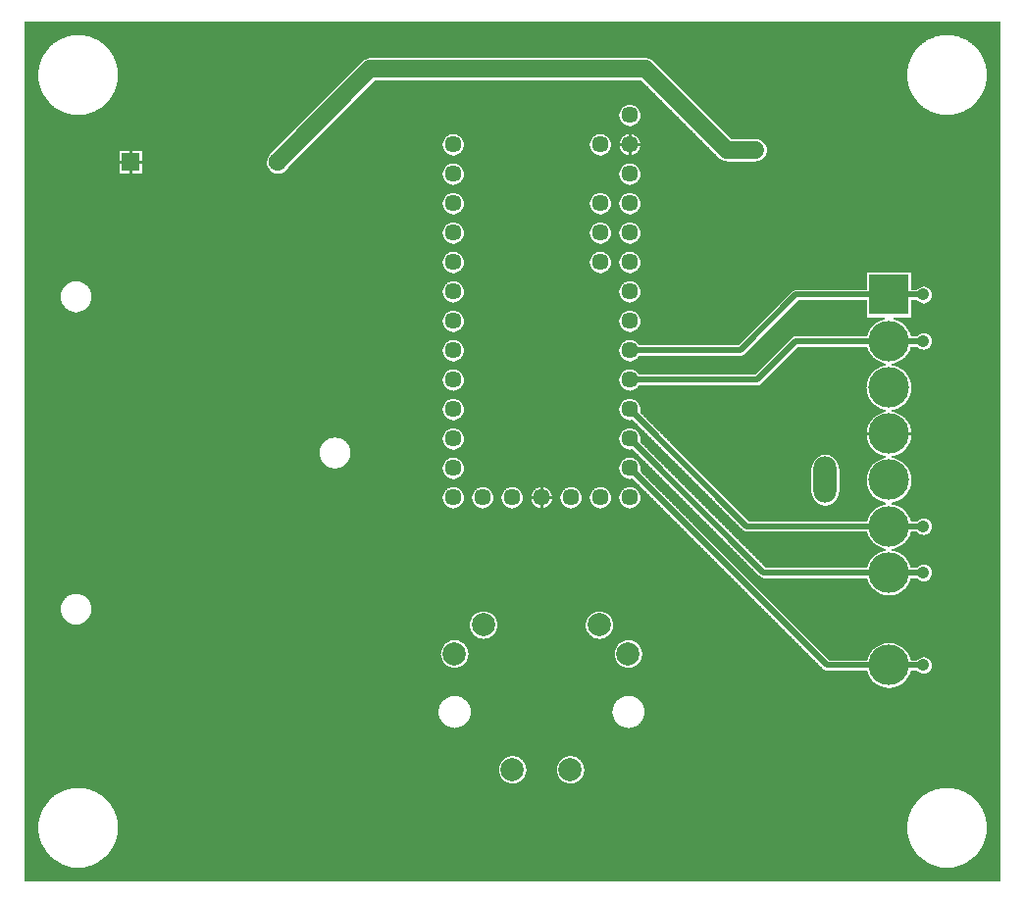
<source format=gtl>
%FSLAX33Y33*%
%MOMM*%
%AMRR-H4000000-W2000000-R1000000-RO0.000*
21,1,2.,2.,0.,0.,360*
1,1,2.,0.,1.*
1,1,2.,0.,1.*
1,1,2.,0.,-1.*
1,1,2.,-0.,-1.*%
%AMRect-W1566000-H1566000-RO1.500*
21,1,1.566,1.566,0.,0.,90*%
%ADD10C,0.0508*%
%ADD11C,1.524*%
%ADD12C,0.508*%
%ADD13C,1.0668*%
%ADD14R,3.5X3.5*%
%ADD15C,3.5*%
%ADD16RR-H4000000-W2000000-R1000000-RO0.000*%
%ADD17C,2.*%
%ADD18C,1.566*%
%ADD19Rect-W1566000-H1566000-RO1.500*%
%ADD20C,1.45*%
%ADD21R,1.45X1.45*%
D10*
%LNpour fill*%
G01*
X84573Y74573D02*
X84573Y74573D01*
X0427Y74573*
X0427Y0427*
X84573Y0427*
X84573Y74573*
X80454Y66544D02*
X80454Y66544D01*
X80456Y66544*
X80901Y66633*
X80903Y66633*
X81333Y66779*
X81335Y66780*
X81742Y66981*
X81744Y66981*
X82121Y67234*
X82123Y67235*
X82464Y67534*
X82466Y67536*
X82765Y67877*
X82766Y67879*
X83019Y68256*
X83019Y68258*
X83220Y68665*
X83221Y68667*
X83367Y69097*
X83367Y69099*
X83456Y69544*
X83456Y69546*
X83486Y69999*
X83486Y70001*
X83456Y70454*
X83456Y70456*
X83367Y70901*
X83367Y70903*
X83221Y71333*
X83220Y71335*
X83019Y71742*
X83019Y71744*
X82766Y72121*
X82765Y72123*
X82466Y72464*
X82464Y72466*
X82123Y72765*
X82121Y72766*
X81744Y73019*
X81742Y73019*
X81335Y73220*
X81333Y73221*
X80903Y73367*
X80901Y73367*
X80456Y73456*
X80454Y73456*
X80001Y73486*
X79999Y73486*
X79546Y73456*
X79544Y73456*
X79099Y73367*
X79097Y73367*
X78667Y73221*
X78665Y73220*
X78258Y73019*
X78256Y73019*
X77879Y72766*
X77877Y72765*
X77536Y72466*
X77534Y72464*
X77235Y72123*
X77234Y72121*
X76981Y71744*
X76981Y71742*
X76780Y71335*
X76779Y71333*
X76633Y70903*
X76633Y70901*
X76544Y70456*
X76544Y70454*
X76514Y70001*
X76514Y69999*
X76544Y69546*
X76544Y69544*
X76633Y69099*
X76633Y69097*
X76779Y68667*
X76780Y68665*
X76981Y68258*
X76981Y68256*
X77234Y67879*
X77235Y67877*
X77534Y67536*
X77536Y67534*
X77877Y67235*
X77879Y67234*
X78256Y66981*
X78258Y66981*
X78665Y66780*
X78667Y66779*
X79097Y66633*
X79099Y66633*
X79544Y66544*
X79546Y66544*
X79999Y66514*
X80001Y66514*
X80454Y66544*
X5454Y66544D02*
X5454Y66544D01*
X5456Y66544*
X5901Y66633*
X5903Y66633*
X6333Y66779*
X6335Y66780*
X6742Y66981*
X6744Y66981*
X7121Y67234*
X7123Y67235*
X7464Y67534*
X7466Y67536*
X7765Y67877*
X7766Y67879*
X8019Y68256*
X8019Y68258*
X8220Y68665*
X8221Y68667*
X8367Y69097*
X8367Y69099*
X8456Y69544*
X8456Y69546*
X8486Y69999*
X8486Y70001*
X8456Y70454*
X8456Y70456*
X8367Y70901*
X8367Y70903*
X8221Y71333*
X8220Y71335*
X8019Y71742*
X8019Y71744*
X7766Y72121*
X7765Y72123*
X7466Y72464*
X7464Y72466*
X7123Y72765*
X7121Y72766*
X6744Y73019*
X6742Y73019*
X6335Y73220*
X6333Y73221*
X5903Y73367*
X5901Y73367*
X5456Y73456*
X5454Y73456*
X5001Y73486*
X4999Y73486*
X4546Y73456*
X4544Y73456*
X4099Y73367*
X4097Y73367*
X3667Y73221*
X3665Y73220*
X3258Y73019*
X3256Y73019*
X2879Y72766*
X2877Y72765*
X2536Y72466*
X2534Y72464*
X2235Y72123*
X2234Y72121*
X1981Y71744*
X1981Y71742*
X1780Y71335*
X1779Y71333*
X1633Y70903*
X1633Y70901*
X1544Y70456*
X1544Y70454*
X1514Y70001*
X1514Y69999*
X1544Y69546*
X1544Y69544*
X1633Y69099*
X1633Y69097*
X1779Y68667*
X1780Y68665*
X1981Y68258*
X1981Y68256*
X2234Y67879*
X2235Y67877*
X2534Y67536*
X2536Y67534*
X2877Y67235*
X2879Y67234*
X3256Y66981*
X3258Y66981*
X3665Y66780*
X3667Y66779*
X4097Y66633*
X4099Y66633*
X4544Y66544*
X4546Y66544*
X4999Y66514*
X5001Y66514*
X5454Y66544*
X52867Y65581D02*
X52867Y65581D01*
X52870Y65582*
X53099Y65676*
X53102Y65678*
X53299Y65829*
X53301Y65831*
X53452Y66028*
X53454Y66031*
X53548Y66260*
X53549Y66263*
X53582Y66508*
X53582Y66512*
X53549Y66757*
X53548Y66760*
X53454Y66989*
X53452Y66992*
X53301Y67189*
X53299Y67191*
X53102Y67342*
X53099Y67344*
X52870Y67438*
X52867Y67439*
X52622Y67472*
X52618Y67472*
X52373Y67439*
X52370Y67438*
X52141Y67344*
X52138Y67342*
X51941Y67191*
X51939Y67189*
X51788Y66992*
X51786Y66989*
X51692Y66760*
X51691Y66757*
X51658Y66512*
X51658Y66508*
X51691Y66263*
X51692Y66260*
X51786Y66031*
X51788Y66028*
X51939Y65831*
X51941Y65829*
X52138Y65678*
X52141Y65676*
X52370Y65582*
X52373Y65581*
X52618Y65548*
X52622Y65548*
X52867Y65581*
X53570Y64064D02*
X53570Y64064D01*
X53549Y64217*
X53548Y64220*
X53454Y64449*
X53452Y64452*
X53301Y64649*
X53299Y64651*
X53102Y64802*
X53099Y64804*
X52870Y64898*
X52867Y64899*
X52714Y64920*
X52696Y64904*
X52696Y64061*
X52711Y64046*
X53554Y64046*
X53570Y64064*
X52544Y64061D02*
X52544Y64061D01*
X52544Y64904*
X52526Y64920*
X52373Y64899*
X52370Y64898*
X52141Y64804*
X52138Y64802*
X51941Y64651*
X51939Y64649*
X51788Y64452*
X51786Y64449*
X51692Y64220*
X51691Y64217*
X51670Y64064*
X51686Y64046*
X52529Y64046*
X52544Y64061*
X52867Y63041D02*
X52867Y63041D01*
X52870Y63042*
X53099Y63136*
X53102Y63138*
X53299Y63289*
X53301Y63291*
X53452Y63488*
X53454Y63491*
X53548Y63720*
X53549Y63723*
X53570Y63876*
X53554Y63894*
X52711Y63894*
X52696Y63879*
X52696Y63036*
X52714Y63020*
X52867Y63041*
X52544Y63036D02*
X52544Y63036D01*
X52544Y63879*
X52529Y63894*
X51686Y63894*
X51670Y63876*
X51691Y63723*
X51692Y63720*
X51786Y63491*
X51788Y63488*
X51939Y63291*
X51941Y63289*
X52138Y63138*
X52141Y63136*
X52370Y63042*
X52373Y63041*
X52526Y63020*
X52544Y63036*
X50327Y63041D02*
X50327Y63041D01*
X50330Y63042*
X50559Y63136*
X50562Y63138*
X50759Y63289*
X50761Y63291*
X50912Y63488*
X50914Y63491*
X51008Y63720*
X51009Y63723*
X51042Y63968*
X51042Y63972*
X51009Y64217*
X51008Y64220*
X50914Y64449*
X50912Y64452*
X50761Y64649*
X50759Y64651*
X50562Y64802*
X50559Y64804*
X50330Y64898*
X50327Y64899*
X50082Y64932*
X50078Y64932*
X49833Y64899*
X49830Y64898*
X49601Y64804*
X49598Y64802*
X49401Y64651*
X49399Y64649*
X49248Y64452*
X49246Y64449*
X49152Y64220*
X49151Y64217*
X49118Y63972*
X49118Y63968*
X49151Y63723*
X49152Y63720*
X49246Y63491*
X49248Y63488*
X49399Y63291*
X49401Y63289*
X49598Y63138*
X49601Y63136*
X49830Y63042*
X49833Y63041*
X50078Y63008*
X50082Y63008*
X50327Y63041*
X37627Y63041D02*
X37627Y63041D01*
X37630Y63042*
X37859Y63136*
X37862Y63138*
X38059Y63289*
X38061Y63291*
X38212Y63488*
X38214Y63491*
X38308Y63720*
X38309Y63723*
X38342Y63968*
X38342Y63972*
X38309Y64217*
X38308Y64220*
X38214Y64449*
X38212Y64452*
X38061Y64649*
X38059Y64651*
X37862Y64802*
X37859Y64804*
X37630Y64898*
X37627Y64899*
X37382Y64932*
X37378Y64932*
X37133Y64899*
X37130Y64898*
X36901Y64804*
X36898Y64802*
X36701Y64651*
X36699Y64649*
X36548Y64452*
X36546Y64449*
X36452Y64220*
X36451Y64217*
X36418Y63972*
X36418Y63968*
X36451Y63723*
X36452Y63720*
X36546Y63491*
X36548Y63488*
X36699Y63291*
X36701Y63289*
X36898Y63138*
X36901Y63136*
X37130Y63042*
X37133Y63041*
X37378Y63008*
X37382Y63008*
X37627Y63041*
X10577Y62536D02*
X10577Y62536D01*
X10577Y63442*
X10562Y63457*
X9656Y63457*
X9641Y63442*
X9641Y62536*
X9656Y62521*
X10562Y62521*
X10577Y62536*
X9489Y62536D02*
X9489Y62536D01*
X9489Y63442*
X9474Y63457*
X8568Y63457*
X8553Y63442*
X8553Y62536*
X8568Y62521*
X9474Y62521*
X9489Y62536*
X22527Y61459D02*
X22527Y61459D01*
X22531Y61460*
X22774Y61561*
X22776Y61562*
X22985Y61722*
X22988Y61725*
X23148Y61934*
X23149Y61936*
X23185Y62022*
X30664Y69501*
X53586Y69501*
X60294Y62793*
X60295Y62792*
X60499Y62636*
X60502Y62634*
X60740Y62536*
X60743Y62535*
X60998Y62501*
X60999Y62501*
X63501Y62501*
X63502Y62501*
X63757Y62535*
X63760Y62536*
X63998Y62634*
X64001Y62636*
X64205Y62792*
X64208Y62795*
X64364Y62999*
X64366Y63002*
X64464Y63240*
X64465Y63243*
X64499Y63498*
X64499Y63502*
X64465Y63757*
X64464Y63760*
X64366Y63998*
X64364Y64001*
X64208Y64205*
X64205Y64208*
X64001Y64364*
X63998Y64366*
X63760Y64464*
X63757Y64465*
X63502Y64499*
X63501Y64499*
X61414Y64499*
X54706Y71207*
X54705Y71208*
X54501Y71364*
X54498Y71366*
X54260Y71464*
X54257Y71465*
X54002Y71499*
X54001Y71499*
X30249Y71499*
X30248Y71499*
X29993Y71465*
X29990Y71464*
X29752Y71366*
X29749Y71364*
X29545Y71208*
X29544Y71207*
X21543Y63206*
X21542Y63205*
X21386Y63001*
X21384Y62998*
X21286Y62760*
X21285Y62757*
X21251Y62502*
X21251Y62498*
X21251Y62496*
X21245Y62447*
X21245Y62443*
X21279Y62183*
X21280Y62179*
X21381Y61936*
X21382Y61934*
X21542Y61725*
X21545Y61722*
X21754Y61562*
X21756Y61561*
X21999Y61460*
X22003Y61459*
X22263Y61425*
X22267Y61425*
X22527Y61459*
X10577Y61448D02*
X10577Y61448D01*
X10577Y62354*
X10562Y62369*
X9656Y62369*
X9641Y62354*
X9641Y61448*
X9656Y61433*
X10562Y61433*
X10577Y61448*
X9489Y61448D02*
X9489Y61448D01*
X9489Y62354*
X9474Y62369*
X8568Y62369*
X8553Y62354*
X8553Y61448*
X8568Y61433*
X9474Y61433*
X9489Y61448*
X52867Y60501D02*
X52867Y60501D01*
X52870Y60502*
X53099Y60596*
X53102Y60598*
X53299Y60749*
X53301Y60751*
X53452Y60948*
X53454Y60951*
X53548Y61180*
X53549Y61183*
X53582Y61428*
X53582Y61432*
X53549Y61677*
X53548Y61680*
X53454Y61909*
X53452Y61912*
X53301Y62109*
X53299Y62111*
X53102Y62262*
X53099Y62264*
X52870Y62358*
X52867Y62359*
X52622Y62392*
X52618Y62392*
X52373Y62359*
X52370Y62358*
X52141Y62264*
X52138Y62262*
X51941Y62111*
X51939Y62109*
X51788Y61912*
X51786Y61909*
X51692Y61680*
X51691Y61677*
X51658Y61432*
X51658Y61428*
X51691Y61183*
X51692Y61180*
X51786Y60951*
X51788Y60948*
X51939Y60751*
X51941Y60749*
X52138Y60598*
X52141Y60596*
X52370Y60502*
X52373Y60501*
X52618Y60468*
X52622Y60468*
X52867Y60501*
X37627Y60501D02*
X37627Y60501D01*
X37630Y60502*
X37859Y60596*
X37862Y60598*
X38059Y60749*
X38061Y60751*
X38212Y60948*
X38214Y60951*
X38308Y61180*
X38309Y61183*
X38342Y61428*
X38342Y61432*
X38309Y61677*
X38308Y61680*
X38214Y61909*
X38212Y61912*
X38061Y62109*
X38059Y62111*
X37862Y62262*
X37859Y62264*
X37630Y62358*
X37627Y62359*
X37382Y62392*
X37378Y62392*
X37133Y62359*
X37130Y62358*
X36901Y62264*
X36898Y62262*
X36701Y62111*
X36699Y62109*
X36548Y61912*
X36546Y61909*
X36452Y61680*
X36451Y61677*
X36418Y61432*
X36418Y61428*
X36451Y61183*
X36452Y61180*
X36546Y60951*
X36548Y60948*
X36699Y60751*
X36701Y60749*
X36898Y60598*
X36901Y60596*
X37130Y60502*
X37133Y60501*
X37378Y60468*
X37382Y60468*
X37627Y60501*
X52867Y57961D02*
X52867Y57961D01*
X52870Y57962*
X53099Y58056*
X53102Y58058*
X53299Y58209*
X53301Y58211*
X53452Y58408*
X53454Y58411*
X53548Y58640*
X53549Y58643*
X53582Y58888*
X53582Y58892*
X53549Y59137*
X53548Y59140*
X53454Y59369*
X53452Y59372*
X53301Y59569*
X53299Y59571*
X53102Y59722*
X53099Y59724*
X52870Y59818*
X52867Y59819*
X52622Y59852*
X52618Y59852*
X52373Y59819*
X52370Y59818*
X52141Y59724*
X52138Y59722*
X51941Y59571*
X51939Y59569*
X51788Y59372*
X51786Y59369*
X51692Y59140*
X51691Y59137*
X51658Y58892*
X51658Y58888*
X51691Y58643*
X51692Y58640*
X51786Y58411*
X51788Y58408*
X51939Y58211*
X51941Y58209*
X52138Y58058*
X52141Y58056*
X52370Y57962*
X52373Y57961*
X52618Y57928*
X52622Y57928*
X52867Y57961*
X50327Y57961D02*
X50327Y57961D01*
X50330Y57962*
X50559Y58056*
X50562Y58058*
X50759Y58209*
X50761Y58211*
X50912Y58408*
X50914Y58411*
X51008Y58640*
X51009Y58643*
X51042Y58888*
X51042Y58892*
X51009Y59137*
X51008Y59140*
X50914Y59369*
X50912Y59372*
X50761Y59569*
X50759Y59571*
X50562Y59722*
X50559Y59724*
X50330Y59818*
X50327Y59819*
X50082Y59852*
X50078Y59852*
X49833Y59819*
X49830Y59818*
X49601Y59724*
X49598Y59722*
X49401Y59571*
X49399Y59569*
X49248Y59372*
X49246Y59369*
X49152Y59140*
X49151Y59137*
X49118Y58892*
X49118Y58888*
X49151Y58643*
X49152Y58640*
X49246Y58411*
X49248Y58408*
X49399Y58211*
X49401Y58209*
X49598Y58058*
X49601Y58056*
X49830Y57962*
X49833Y57961*
X50078Y57928*
X50082Y57928*
X50327Y57961*
X37627Y57961D02*
X37627Y57961D01*
X37630Y57962*
X37859Y58056*
X37862Y58058*
X38059Y58209*
X38061Y58211*
X38212Y58408*
X38214Y58411*
X38308Y58640*
X38309Y58643*
X38342Y58888*
X38342Y58892*
X38309Y59137*
X38308Y59140*
X38214Y59369*
X38212Y59372*
X38061Y59569*
X38059Y59571*
X37862Y59722*
X37859Y59724*
X37630Y59818*
X37627Y59819*
X37382Y59852*
X37378Y59852*
X37133Y59819*
X37130Y59818*
X36901Y59724*
X36898Y59722*
X36701Y59571*
X36699Y59569*
X36548Y59372*
X36546Y59369*
X36452Y59140*
X36451Y59137*
X36418Y58892*
X36418Y58888*
X36451Y58643*
X36452Y58640*
X36546Y58411*
X36548Y58408*
X36699Y58211*
X36701Y58209*
X36898Y58058*
X36901Y58056*
X37130Y57962*
X37133Y57961*
X37378Y57928*
X37382Y57928*
X37627Y57961*
X52867Y55421D02*
X52867Y55421D01*
X52870Y55422*
X53099Y55516*
X53102Y55518*
X53299Y55669*
X53301Y55671*
X53452Y55868*
X53454Y55871*
X53548Y56100*
X53549Y56103*
X53582Y56348*
X53582Y56352*
X53549Y56597*
X53548Y56600*
X53454Y56829*
X53452Y56832*
X53301Y57029*
X53299Y57031*
X53102Y57182*
X53099Y57184*
X52870Y57278*
X52867Y57279*
X52622Y57312*
X52618Y57312*
X52373Y57279*
X52370Y57278*
X52141Y57184*
X52138Y57182*
X51941Y57031*
X51939Y57029*
X51788Y56832*
X51786Y56829*
X51692Y56600*
X51691Y56597*
X51658Y56352*
X51658Y56348*
X51691Y56103*
X51692Y56100*
X51786Y55871*
X51788Y55868*
X51939Y55671*
X51941Y55669*
X52138Y55518*
X52141Y55516*
X52370Y55422*
X52373Y55421*
X52618Y55388*
X52622Y55388*
X52867Y55421*
X50327Y55421D02*
X50327Y55421D01*
X50330Y55422*
X50559Y55516*
X50562Y55518*
X50759Y55669*
X50761Y55671*
X50912Y55868*
X50914Y55871*
X51008Y56100*
X51009Y56103*
X51042Y56348*
X51042Y56352*
X51009Y56597*
X51008Y56600*
X50914Y56829*
X50912Y56832*
X50761Y57029*
X50759Y57031*
X50562Y57182*
X50559Y57184*
X50330Y57278*
X50327Y57279*
X50082Y57312*
X50078Y57312*
X49833Y57279*
X49830Y57278*
X49601Y57184*
X49598Y57182*
X49401Y57031*
X49399Y57029*
X49248Y56832*
X49246Y56829*
X49152Y56600*
X49151Y56597*
X49118Y56352*
X49118Y56348*
X49151Y56103*
X49152Y56100*
X49246Y55871*
X49248Y55868*
X49399Y55671*
X49401Y55669*
X49598Y55518*
X49601Y55516*
X49830Y55422*
X49833Y55421*
X50078Y55388*
X50082Y55388*
X50327Y55421*
X37627Y55421D02*
X37627Y55421D01*
X37630Y55422*
X37859Y55516*
X37862Y55518*
X38059Y55669*
X38061Y55671*
X38212Y55868*
X38214Y55871*
X38308Y56100*
X38309Y56103*
X38342Y56348*
X38342Y56352*
X38309Y56597*
X38308Y56600*
X38214Y56829*
X38212Y56832*
X38061Y57029*
X38059Y57031*
X37862Y57182*
X37859Y57184*
X37630Y57278*
X37627Y57279*
X37382Y57312*
X37378Y57312*
X37133Y57279*
X37130Y57278*
X36901Y57184*
X36898Y57182*
X36701Y57031*
X36699Y57029*
X36548Y56832*
X36546Y56829*
X36452Y56600*
X36451Y56597*
X36418Y56352*
X36418Y56348*
X36451Y56103*
X36452Y56100*
X36546Y55871*
X36548Y55868*
X36699Y55671*
X36701Y55669*
X36898Y55518*
X36901Y55516*
X37130Y55422*
X37133Y55421*
X37378Y55388*
X37382Y55388*
X37627Y55421*
X52867Y52881D02*
X52867Y52881D01*
X52870Y52882*
X53099Y52976*
X53102Y52978*
X53299Y53129*
X53301Y53131*
X53452Y53328*
X53454Y53331*
X53548Y53560*
X53549Y53563*
X53582Y53808*
X53582Y53812*
X53549Y54057*
X53548Y54060*
X53454Y54289*
X53452Y54292*
X53301Y54489*
X53299Y54491*
X53102Y54642*
X53099Y54644*
X52870Y54738*
X52867Y54739*
X52622Y54772*
X52618Y54772*
X52373Y54739*
X52370Y54738*
X52141Y54644*
X52138Y54642*
X51941Y54491*
X51939Y54489*
X51788Y54292*
X51786Y54289*
X51692Y54060*
X51691Y54057*
X51658Y53812*
X51658Y53808*
X51691Y53563*
X51692Y53560*
X51786Y53331*
X51788Y53328*
X51939Y53131*
X51941Y53129*
X52138Y52978*
X52141Y52976*
X52370Y52882*
X52373Y52881*
X52618Y52848*
X52622Y52848*
X52867Y52881*
X50327Y52881D02*
X50327Y52881D01*
X50330Y52882*
X50559Y52976*
X50562Y52978*
X50759Y53129*
X50761Y53131*
X50912Y53328*
X50914Y53331*
X51008Y53560*
X51009Y53563*
X51042Y53808*
X51042Y53812*
X51009Y54057*
X51008Y54060*
X50914Y54289*
X50912Y54292*
X50761Y54489*
X50759Y54491*
X50562Y54642*
X50559Y54644*
X50330Y54738*
X50327Y54739*
X50082Y54772*
X50078Y54772*
X49833Y54739*
X49830Y54738*
X49601Y54644*
X49598Y54642*
X49401Y54491*
X49399Y54489*
X49248Y54292*
X49246Y54289*
X49152Y54060*
X49151Y54057*
X49118Y53812*
X49118Y53808*
X49151Y53563*
X49152Y53560*
X49246Y53331*
X49248Y53328*
X49399Y53131*
X49401Y53129*
X49598Y52978*
X49601Y52976*
X49830Y52882*
X49833Y52881*
X50078Y52848*
X50082Y52848*
X50327Y52881*
X37627Y52881D02*
X37627Y52881D01*
X37630Y52882*
X37859Y52976*
X37862Y52978*
X38059Y53129*
X38061Y53131*
X38212Y53328*
X38214Y53331*
X38308Y53560*
X38309Y53563*
X38342Y53808*
X38342Y53812*
X38309Y54057*
X38308Y54060*
X38214Y54289*
X38212Y54292*
X38061Y54489*
X38059Y54491*
X37862Y54642*
X37859Y54644*
X37630Y54738*
X37627Y54739*
X37382Y54772*
X37378Y54772*
X37133Y54739*
X37130Y54738*
X36901Y54644*
X36898Y54642*
X36701Y54491*
X36699Y54489*
X36548Y54292*
X36546Y54289*
X36452Y54060*
X36451Y54057*
X36418Y53812*
X36418Y53808*
X36451Y53563*
X36452Y53560*
X36546Y53331*
X36548Y53328*
X36699Y53131*
X36701Y53129*
X36898Y52978*
X36901Y52976*
X37130Y52882*
X37133Y52881*
X37378Y52848*
X37382Y52848*
X37627Y52881*
X52867Y50341D02*
X52867Y50341D01*
X52870Y50342*
X53099Y50436*
X53102Y50438*
X53299Y50589*
X53301Y50591*
X53452Y50788*
X53454Y50791*
X53548Y51020*
X53549Y51023*
X53582Y51268*
X53582Y51272*
X53549Y51517*
X53548Y51520*
X53454Y51749*
X53452Y51752*
X53301Y51949*
X53299Y51951*
X53102Y52102*
X53099Y52104*
X52870Y52198*
X52867Y52199*
X52622Y52232*
X52618Y52232*
X52373Y52199*
X52370Y52198*
X52141Y52104*
X52138Y52102*
X51941Y51951*
X51939Y51949*
X51788Y51752*
X51786Y51749*
X51692Y51520*
X51691Y51517*
X51658Y51272*
X51658Y51268*
X51691Y51023*
X51692Y51020*
X51786Y50791*
X51788Y50788*
X51939Y50591*
X51941Y50589*
X52138Y50438*
X52141Y50436*
X52370Y50342*
X52373Y50341*
X52618Y50308*
X52622Y50308*
X52867Y50341*
X37627Y50341D02*
X37627Y50341D01*
X37630Y50342*
X37859Y50436*
X37862Y50438*
X38059Y50589*
X38061Y50591*
X38212Y50788*
X38214Y50791*
X38308Y51020*
X38309Y51023*
X38342Y51268*
X38342Y51272*
X38309Y51517*
X38308Y51520*
X38214Y51749*
X38212Y51752*
X38061Y51949*
X38059Y51951*
X37862Y52102*
X37859Y52104*
X37630Y52198*
X37627Y52199*
X37382Y52232*
X37378Y52232*
X37133Y52199*
X37130Y52198*
X36901Y52104*
X36898Y52102*
X36701Y51951*
X36699Y51949*
X36548Y51752*
X36546Y51749*
X36452Y51520*
X36451Y51517*
X36418Y51272*
X36418Y51268*
X36451Y51023*
X36452Y51020*
X36546Y50791*
X36548Y50788*
X36699Y50591*
X36701Y50589*
X36898Y50438*
X36901Y50436*
X37130Y50342*
X37133Y50341*
X37378Y50308*
X37382Y50308*
X37627Y50341*
X76979Y39093D02*
X76979Y39093D01*
X76950Y39387*
X76950Y39389*
X76837Y39760*
X76836Y39762*
X76654Y40103*
X76652Y40106*
X76407Y40405*
X76405Y40407*
X76106Y40652*
X76103Y40654*
X75762Y40836*
X75760Y40837*
X75389Y40950*
X75387Y40950*
X75294Y40959*
X75294Y41041*
X75387Y41050*
X75389Y41050*
X75760Y41163*
X75762Y41164*
X76103Y41346*
X76106Y41348*
X76405Y41593*
X76407Y41595*
X76652Y41894*
X76654Y41897*
X76836Y42238*
X76837Y42240*
X76950Y42611*
X76950Y42613*
X76988Y42999*
X76988Y43001*
X76950Y43387*
X76950Y43389*
X76837Y43760*
X76836Y43762*
X76654Y44103*
X76652Y44106*
X76407Y44405*
X76405Y44407*
X76106Y44652*
X76103Y44654*
X75762Y44836*
X75760Y44837*
X75389Y44950*
X75387Y44950*
X75294Y44959*
X75294Y45041*
X75387Y45050*
X75389Y45050*
X75760Y45163*
X75762Y45164*
X76103Y45346*
X76106Y45348*
X76405Y45593*
X76407Y45595*
X76652Y45894*
X76654Y45897*
X76836Y46238*
X76837Y46240*
X76919Y46508*
X77417Y46508*
X77456Y46458*
X77458Y46456*
X77614Y46335*
X77617Y46334*
X77800Y46258*
X77803Y46257*
X77998Y46232*
X78002Y46232*
X78197Y46257*
X78200Y46258*
X78383Y46334*
X78386Y46335*
X78542Y46456*
X78544Y46458*
X78665Y46614*
X78666Y46617*
X78742Y46800*
X78743Y46803*
X78768Y46998*
X78768Y47002*
X78743Y47197*
X78742Y47200*
X78666Y47383*
X78665Y47386*
X78544Y47542*
X78542Y47544*
X78386Y47665*
X78383Y47666*
X78200Y47742*
X78197Y47743*
X78002Y47768*
X77998Y47768*
X77803Y47743*
X77800Y47742*
X77617Y47666*
X77614Y47665*
X77458Y47544*
X77456Y47542*
X77417Y47492*
X76919Y47492*
X76837Y47760*
X76836Y47762*
X76654Y48103*
X76652Y48106*
X76407Y48405*
X76405Y48407*
X76106Y48652*
X76103Y48654*
X75762Y48836*
X75760Y48837*
X75412Y48943*
X75425Y49021*
X76964Y49021*
X76979Y49036*
X76979Y50508*
X77417Y50508*
X77456Y50458*
X77458Y50456*
X77614Y50335*
X77617Y50334*
X77800Y50258*
X77803Y50257*
X77998Y50232*
X78002Y50232*
X78197Y50257*
X78200Y50258*
X78383Y50334*
X78386Y50335*
X78542Y50456*
X78544Y50458*
X78665Y50614*
X78666Y50617*
X78742Y50800*
X78743Y50803*
X78768Y50998*
X78768Y51002*
X78743Y51197*
X78742Y51200*
X78666Y51383*
X78665Y51386*
X78544Y51542*
X78542Y51544*
X78386Y51665*
X78383Y51666*
X78200Y51742*
X78197Y51743*
X78002Y51768*
X77998Y51768*
X77803Y51743*
X77800Y51742*
X77617Y51666*
X77614Y51665*
X77458Y51544*
X77456Y51542*
X77417Y51492*
X76979Y51492*
X76979Y52964*
X76964Y52979*
X73036Y52979*
X73021Y52964*
X73021Y51492*
X66999Y51492*
X66996Y51491*
X66814Y51455*
X66810Y51453*
X66655Y51350*
X66653Y51348*
X61986Y46682*
X53445Y46682*
X53301Y46869*
X53299Y46871*
X53102Y47022*
X53099Y47024*
X52870Y47118*
X52867Y47119*
X52622Y47152*
X52618Y47152*
X52373Y47119*
X52370Y47118*
X52141Y47024*
X52138Y47022*
X51941Y46871*
X51939Y46869*
X51788Y46672*
X51786Y46669*
X51692Y46440*
X51691Y46437*
X51658Y46192*
X51658Y46188*
X51691Y45943*
X51692Y45940*
X51786Y45711*
X51788Y45708*
X51939Y45511*
X51941Y45509*
X52138Y45358*
X52141Y45356*
X52370Y45262*
X52373Y45261*
X52618Y45228*
X52622Y45228*
X52867Y45261*
X52870Y45262*
X53099Y45356*
X53102Y45358*
X53299Y45509*
X53301Y45511*
X53445Y45698*
X62191Y45698*
X62194Y45699*
X62376Y45735*
X62380Y45737*
X62535Y45840*
X62537Y45842*
X67204Y50508*
X73021Y50508*
X73021Y49036*
X73036Y49021*
X74575Y49021*
X74588Y48943*
X74240Y48837*
X74238Y48836*
X73897Y48654*
X73894Y48652*
X73595Y48407*
X73593Y48405*
X73348Y48106*
X73346Y48103*
X73164Y47762*
X73163Y47760*
X73081Y47492*
X66999Y47492*
X66996Y47491*
X66814Y47455*
X66810Y47453*
X66654Y47349*
X66651Y47347*
X63446Y44142*
X53445Y44142*
X53301Y44329*
X53299Y44331*
X53102Y44482*
X53099Y44484*
X52870Y44578*
X52867Y44579*
X52622Y44612*
X52618Y44612*
X52373Y44579*
X52370Y44578*
X52141Y44484*
X52138Y44482*
X51941Y44331*
X51939Y44329*
X51788Y44132*
X51786Y44129*
X51692Y43900*
X51691Y43897*
X51658Y43652*
X51658Y43648*
X51691Y43403*
X51692Y43400*
X51786Y43171*
X51788Y43168*
X51939Y42971*
X51941Y42969*
X52138Y42818*
X52141Y42816*
X52370Y42722*
X52373Y42721*
X52618Y42688*
X52622Y42688*
X52867Y42721*
X52870Y42722*
X53099Y42816*
X53102Y42818*
X53299Y42969*
X53301Y42971*
X53445Y43158*
X63651Y43158*
X63654Y43159*
X63836Y43195*
X63840Y43197*
X63995Y43300*
X63997Y43302*
X67204Y46508*
X73081Y46508*
X73163Y46240*
X73164Y46238*
X73346Y45897*
X73348Y45894*
X73593Y45595*
X73595Y45593*
X73894Y45348*
X73897Y45346*
X74238Y45164*
X74240Y45163*
X74611Y45050*
X74613Y45050*
X74706Y45041*
X74706Y44959*
X74613Y44950*
X74611Y44950*
X74240Y44837*
X74238Y44836*
X73897Y44654*
X73894Y44652*
X73595Y44407*
X73593Y44405*
X73348Y44106*
X73346Y44103*
X73164Y43762*
X73163Y43760*
X73050Y43389*
X73050Y43387*
X73012Y43001*
X73012Y42999*
X73050Y42613*
X73050Y42611*
X73163Y42240*
X73164Y42238*
X73346Y41897*
X73348Y41894*
X73593Y41595*
X73595Y41593*
X73894Y41348*
X73897Y41346*
X74238Y41164*
X74240Y41163*
X74611Y41050*
X74613Y41050*
X74706Y41041*
X74706Y40959*
X74613Y40950*
X74611Y40950*
X74240Y40837*
X74238Y40836*
X73897Y40654*
X73894Y40652*
X73595Y40407*
X73593Y40405*
X73348Y40106*
X73346Y40103*
X73164Y39762*
X73163Y39760*
X73050Y39389*
X73050Y39387*
X73021Y39093*
X73036Y39076*
X76964Y39076*
X76979Y39093*
X5093Y49491D02*
X5093Y49491D01*
X5095Y49492*
X5352Y49569*
X5354Y49570*
X5591Y49697*
X5593Y49698*
X5800Y49868*
X5802Y49870*
X5972Y50077*
X5973Y50079*
X6100Y50316*
X6101Y50318*
X6178Y50575*
X6179Y50577*
X6205Y50844*
X6205Y50846*
X6179Y51113*
X6178Y51115*
X6101Y51372*
X6100Y51374*
X5973Y51611*
X5972Y51613*
X5802Y51820*
X5800Y51822*
X5593Y51992*
X5591Y51993*
X5354Y52120*
X5352Y52121*
X5095Y52198*
X5093Y52199*
X4826Y52225*
X4824Y52225*
X4557Y52199*
X4555Y52198*
X4298Y52121*
X4296Y52120*
X4059Y51993*
X4057Y51992*
X3850Y51822*
X3848Y51820*
X3678Y51613*
X3677Y51611*
X3550Y51374*
X3549Y51372*
X3472Y51115*
X3471Y51113*
X3445Y50846*
X3445Y50844*
X3471Y50577*
X3472Y50575*
X3549Y50318*
X3550Y50316*
X3677Y50079*
X3678Y50077*
X3848Y49870*
X3850Y49868*
X4057Y49698*
X4059Y49697*
X4296Y49570*
X4298Y49569*
X4555Y49492*
X4557Y49491*
X4824Y49465*
X4826Y49465*
X5093Y49491*
X52867Y47801D02*
X52867Y47801D01*
X52870Y47802*
X53099Y47896*
X53102Y47898*
X53299Y48049*
X53301Y48051*
X53452Y48248*
X53454Y48251*
X53548Y48480*
X53549Y48483*
X53582Y48728*
X53582Y48732*
X53549Y48977*
X53548Y48980*
X53454Y49209*
X53452Y49212*
X53301Y49409*
X53299Y49411*
X53102Y49562*
X53099Y49564*
X52870Y49658*
X52867Y49659*
X52622Y49692*
X52618Y49692*
X52373Y49659*
X52370Y49658*
X52141Y49564*
X52138Y49562*
X51941Y49411*
X51939Y49409*
X51788Y49212*
X51786Y49209*
X51692Y48980*
X51691Y48977*
X51658Y48732*
X51658Y48728*
X51691Y48483*
X51692Y48480*
X51786Y48251*
X51788Y48248*
X51939Y48051*
X51941Y48049*
X52138Y47898*
X52141Y47896*
X52370Y47802*
X52373Y47801*
X52618Y47768*
X52622Y47768*
X52867Y47801*
X37627Y47801D02*
X37627Y47801D01*
X37630Y47802*
X37859Y47896*
X37862Y47898*
X38059Y48049*
X38061Y48051*
X38212Y48248*
X38214Y48251*
X38308Y48480*
X38309Y48483*
X38342Y48728*
X38342Y48732*
X38309Y48977*
X38308Y48980*
X38214Y49209*
X38212Y49212*
X38061Y49409*
X38059Y49411*
X37862Y49562*
X37859Y49564*
X37630Y49658*
X37627Y49659*
X37382Y49692*
X37378Y49692*
X37133Y49659*
X37130Y49658*
X36901Y49564*
X36898Y49562*
X36701Y49411*
X36699Y49409*
X36548Y49212*
X36546Y49209*
X36452Y48980*
X36451Y48977*
X36418Y48732*
X36418Y48728*
X36451Y48483*
X36452Y48480*
X36546Y48251*
X36548Y48248*
X36699Y48051*
X36701Y48049*
X36898Y47898*
X36901Y47896*
X37130Y47802*
X37133Y47801*
X37378Y47768*
X37382Y47768*
X37627Y47801*
X37627Y45261D02*
X37627Y45261D01*
X37630Y45262*
X37859Y45356*
X37862Y45358*
X38059Y45509*
X38061Y45511*
X38212Y45708*
X38214Y45711*
X38308Y45940*
X38309Y45943*
X38342Y46188*
X38342Y46192*
X38309Y46437*
X38308Y46440*
X38214Y46669*
X38212Y46672*
X38061Y46869*
X38059Y46871*
X37862Y47022*
X37859Y47024*
X37630Y47118*
X37627Y47119*
X37382Y47152*
X37378Y47152*
X37133Y47119*
X37130Y47118*
X36901Y47024*
X36898Y47022*
X36701Y46871*
X36699Y46869*
X36548Y46672*
X36546Y46669*
X36452Y46440*
X36451Y46437*
X36418Y46192*
X36418Y46188*
X36451Y45943*
X36452Y45940*
X36546Y45711*
X36548Y45708*
X36699Y45511*
X36701Y45509*
X36898Y45358*
X36901Y45356*
X37130Y45262*
X37133Y45261*
X37378Y45228*
X37382Y45228*
X37627Y45261*
X37627Y42721D02*
X37627Y42721D01*
X37630Y42722*
X37859Y42816*
X37862Y42818*
X38059Y42969*
X38061Y42971*
X38212Y43168*
X38214Y43171*
X38308Y43400*
X38309Y43403*
X38342Y43648*
X38342Y43652*
X38309Y43897*
X38308Y43900*
X38214Y44129*
X38212Y44132*
X38061Y44329*
X38059Y44331*
X37862Y44482*
X37859Y44484*
X37630Y44578*
X37627Y44579*
X37382Y44612*
X37378Y44612*
X37133Y44579*
X37130Y44578*
X36901Y44484*
X36898Y44482*
X36701Y44331*
X36699Y44329*
X36548Y44132*
X36546Y44129*
X36452Y43900*
X36451Y43897*
X36418Y43652*
X36418Y43648*
X36451Y43403*
X36452Y43400*
X36546Y43171*
X36548Y43168*
X36699Y42971*
X36701Y42969*
X36898Y42818*
X36901Y42816*
X37130Y42722*
X37133Y42721*
X37378Y42688*
X37382Y42688*
X37627Y42721*
X37627Y40181D02*
X37627Y40181D01*
X37630Y40182*
X37859Y40276*
X37862Y40278*
X38059Y40429*
X38061Y40431*
X38212Y40628*
X38214Y40631*
X38308Y40860*
X38309Y40863*
X38342Y41108*
X38342Y41112*
X38309Y41357*
X38308Y41360*
X38214Y41589*
X38212Y41592*
X38061Y41789*
X38059Y41791*
X37862Y41942*
X37859Y41944*
X37630Y42038*
X37627Y42039*
X37382Y42072*
X37378Y42072*
X37133Y42039*
X37130Y42038*
X36901Y41944*
X36898Y41942*
X36701Y41791*
X36699Y41789*
X36548Y41592*
X36546Y41589*
X36452Y41360*
X36451Y41357*
X36418Y41112*
X36418Y41108*
X36451Y40863*
X36452Y40860*
X36546Y40631*
X36548Y40628*
X36699Y40431*
X36701Y40429*
X36898Y40278*
X36901Y40276*
X37130Y40182*
X37133Y40181*
X37378Y40148*
X37382Y40148*
X37627Y40181*
X37627Y37641D02*
X37627Y37641D01*
X37630Y37642*
X37859Y37736*
X37862Y37738*
X38059Y37889*
X38061Y37891*
X38212Y38088*
X38214Y38091*
X38308Y38320*
X38309Y38323*
X38342Y38568*
X38342Y38572*
X38309Y38817*
X38308Y38820*
X38214Y39049*
X38212Y39052*
X38061Y39249*
X38059Y39251*
X37862Y39402*
X37859Y39404*
X37630Y39498*
X37627Y39499*
X37382Y39532*
X37378Y39532*
X37133Y39499*
X37130Y39498*
X36901Y39404*
X36898Y39402*
X36701Y39251*
X36699Y39249*
X36548Y39052*
X36546Y39049*
X36452Y38820*
X36451Y38817*
X36418Y38572*
X36418Y38568*
X36451Y38323*
X36452Y38320*
X36546Y38091*
X36548Y38088*
X36699Y37891*
X36701Y37889*
X36898Y37738*
X36901Y37736*
X37130Y37642*
X37133Y37641*
X37378Y37608*
X37382Y37608*
X37627Y37641*
X27443Y36011D02*
X27443Y36011D01*
X27445Y36012*
X27702Y36089*
X27704Y36090*
X27941Y36217*
X27943Y36218*
X28150Y36388*
X28152Y36390*
X28322Y36597*
X28323Y36599*
X28450Y36836*
X28451Y36838*
X28528Y37095*
X28529Y37097*
X28555Y37364*
X28555Y37366*
X28529Y37633*
X28528Y37635*
X28451Y37892*
X28450Y37894*
X28323Y38131*
X28322Y38133*
X28152Y38340*
X28150Y38342*
X27943Y38512*
X27941Y38513*
X27704Y38640*
X27702Y38641*
X27445Y38718*
X27443Y38719*
X27176Y38745*
X27174Y38745*
X26907Y38719*
X26905Y38718*
X26648Y38641*
X26646Y38640*
X26409Y38513*
X26407Y38512*
X26200Y38342*
X26198Y38340*
X26028Y38133*
X26027Y38131*
X25900Y37894*
X25899Y37892*
X25822Y37635*
X25821Y37633*
X25795Y37366*
X25795Y37364*
X25821Y37097*
X25822Y37095*
X25899Y36838*
X25900Y36836*
X26027Y36599*
X26028Y36597*
X26198Y36390*
X26200Y36388*
X26407Y36218*
X26409Y36217*
X26646Y36090*
X26648Y36089*
X26905Y36012*
X26907Y36011*
X27174Y35985*
X27176Y35985*
X27443Y36011*
X37627Y35101D02*
X37627Y35101D01*
X37630Y35102*
X37859Y35196*
X37862Y35198*
X38059Y35349*
X38061Y35351*
X38212Y35548*
X38214Y35551*
X38308Y35780*
X38309Y35783*
X38342Y36028*
X38342Y36032*
X38309Y36277*
X38308Y36280*
X38214Y36509*
X38212Y36512*
X38061Y36709*
X38059Y36711*
X37862Y36862*
X37859Y36864*
X37630Y36958*
X37627Y36959*
X37382Y36992*
X37378Y36992*
X37133Y36959*
X37130Y36958*
X36901Y36864*
X36898Y36862*
X36701Y36711*
X36699Y36709*
X36548Y36512*
X36546Y36509*
X36452Y36280*
X36451Y36277*
X36418Y36032*
X36418Y36028*
X36451Y35783*
X36452Y35780*
X36546Y35551*
X36548Y35548*
X36699Y35351*
X36701Y35349*
X36898Y35198*
X36901Y35196*
X37130Y35102*
X37133Y35101*
X37378Y35068*
X37382Y35068*
X37627Y35101*
X45950Y33584D02*
X45950Y33584D01*
X45929Y33737*
X45928Y33740*
X45834Y33969*
X45832Y33972*
X45681Y34169*
X45679Y34171*
X45482Y34322*
X45479Y34324*
X45250Y34418*
X45247Y34419*
X45094Y34440*
X45076Y34424*
X45076Y33581*
X45091Y33566*
X45934Y33566*
X45950Y33584*
X44924Y33581D02*
X44924Y33581D01*
X44924Y34424*
X44906Y34440*
X44753Y34419*
X44750Y34418*
X44521Y34324*
X44518Y34322*
X44321Y34171*
X44319Y34169*
X44168Y33972*
X44166Y33969*
X44072Y33740*
X44071Y33737*
X44050Y33584*
X44066Y33566*
X44909Y33566*
X44924Y33581*
X69740Y32789D02*
X69740Y32789D01*
X69742Y32790*
X69971Y32859*
X69974Y32860*
X70185Y32973*
X70187Y32974*
X70372Y33126*
X70374Y33128*
X70526Y33313*
X70527Y33315*
X70640Y33526*
X70641Y33529*
X70710Y33758*
X70711Y33760*
X70734Y33998*
X70734Y33999*
X70734Y36001*
X70734Y36002*
X70711Y36240*
X70710Y36242*
X70641Y36471*
X70640Y36474*
X70527Y36685*
X70526Y36687*
X70374Y36872*
X70372Y36874*
X70187Y37026*
X70185Y37027*
X69974Y37140*
X69971Y37141*
X69742Y37210*
X69740Y37211*
X69501Y37234*
X69499Y37234*
X69260Y37211*
X69258Y37210*
X69029Y37141*
X69026Y37140*
X68815Y37027*
X68813Y37026*
X68628Y36874*
X68626Y36872*
X68474Y36687*
X68473Y36685*
X68360Y36474*
X68359Y36471*
X68290Y36242*
X68289Y36240*
X68266Y36002*
X68266Y36001*
X68266Y33999*
X68266Y33998*
X68289Y33760*
X68290Y33758*
X68359Y33529*
X68360Y33526*
X68473Y33315*
X68474Y33313*
X68626Y33128*
X68628Y33126*
X68813Y32974*
X68815Y32973*
X69026Y32860*
X69029Y32859*
X69258Y32790*
X69260Y32789*
X69499Y32766*
X69501Y32766*
X69740Y32789*
X45247Y32561D02*
X45247Y32561D01*
X45250Y32562*
X45479Y32656*
X45482Y32658*
X45679Y32809*
X45681Y32811*
X45832Y33008*
X45834Y33011*
X45928Y33240*
X45929Y33243*
X45950Y33396*
X45934Y33414*
X45091Y33414*
X45076Y33399*
X45076Y32556*
X45094Y32540*
X45247Y32561*
X44924Y32556D02*
X44924Y32556D01*
X44924Y33399*
X44909Y33414*
X44066Y33414*
X44050Y33396*
X44071Y33243*
X44072Y33240*
X44166Y33011*
X44168Y33008*
X44319Y32811*
X44321Y32809*
X44518Y32658*
X44521Y32656*
X44750Y32562*
X44753Y32561*
X44906Y32540*
X44924Y32556*
X52867Y32561D02*
X52867Y32561D01*
X52870Y32562*
X53099Y32656*
X53102Y32658*
X53299Y32809*
X53301Y32811*
X53452Y33008*
X53454Y33011*
X53548Y33240*
X53549Y33243*
X53582Y33488*
X53582Y33492*
X53549Y33737*
X53548Y33740*
X53454Y33969*
X53452Y33972*
X53301Y34169*
X53299Y34171*
X53102Y34322*
X53099Y34324*
X52870Y34418*
X52867Y34419*
X52622Y34452*
X52618Y34452*
X52373Y34419*
X52370Y34418*
X52141Y34324*
X52138Y34322*
X51941Y34171*
X51939Y34169*
X51788Y33972*
X51786Y33969*
X51692Y33740*
X51691Y33737*
X51658Y33492*
X51658Y33488*
X51691Y33243*
X51692Y33240*
X51786Y33011*
X51788Y33008*
X51939Y32811*
X51941Y32809*
X52138Y32658*
X52141Y32656*
X52370Y32562*
X52373Y32561*
X52618Y32528*
X52622Y32528*
X52867Y32561*
X50327Y32561D02*
X50327Y32561D01*
X50330Y32562*
X50559Y32656*
X50562Y32658*
X50759Y32809*
X50761Y32811*
X50912Y33008*
X50914Y33011*
X51008Y33240*
X51009Y33243*
X51042Y33488*
X51042Y33492*
X51009Y33737*
X51008Y33740*
X50914Y33969*
X50912Y33972*
X50761Y34169*
X50759Y34171*
X50562Y34322*
X50559Y34324*
X50330Y34418*
X50327Y34419*
X50082Y34452*
X50078Y34452*
X49833Y34419*
X49830Y34418*
X49601Y34324*
X49598Y34322*
X49401Y34171*
X49399Y34169*
X49248Y33972*
X49246Y33969*
X49152Y33740*
X49151Y33737*
X49118Y33492*
X49118Y33488*
X49151Y33243*
X49152Y33240*
X49246Y33011*
X49248Y33008*
X49399Y32811*
X49401Y32809*
X49598Y32658*
X49601Y32656*
X49830Y32562*
X49833Y32561*
X50078Y32528*
X50082Y32528*
X50327Y32561*
X47787Y32561D02*
X47787Y32561D01*
X47790Y32562*
X48019Y32656*
X48022Y32658*
X48219Y32809*
X48221Y32811*
X48372Y33008*
X48374Y33011*
X48468Y33240*
X48469Y33243*
X48502Y33488*
X48502Y33492*
X48469Y33737*
X48468Y33740*
X48374Y33969*
X48372Y33972*
X48221Y34169*
X48219Y34171*
X48022Y34322*
X48019Y34324*
X47790Y34418*
X47787Y34419*
X47542Y34452*
X47538Y34452*
X47293Y34419*
X47290Y34418*
X47061Y34324*
X47058Y34322*
X46861Y34171*
X46859Y34169*
X46708Y33972*
X46706Y33969*
X46612Y33740*
X46611Y33737*
X46578Y33492*
X46578Y33488*
X46611Y33243*
X46612Y33240*
X46706Y33011*
X46708Y33008*
X46859Y32811*
X46861Y32809*
X47058Y32658*
X47061Y32656*
X47290Y32562*
X47293Y32561*
X47538Y32528*
X47542Y32528*
X47787Y32561*
X42707Y32561D02*
X42707Y32561D01*
X42710Y32562*
X42939Y32656*
X42942Y32658*
X43139Y32809*
X43141Y32811*
X43292Y33008*
X43294Y33011*
X43388Y33240*
X43389Y33243*
X43422Y33488*
X43422Y33492*
X43389Y33737*
X43388Y33740*
X43294Y33969*
X43292Y33972*
X43141Y34169*
X43139Y34171*
X42942Y34322*
X42939Y34324*
X42710Y34418*
X42707Y34419*
X42462Y34452*
X42458Y34452*
X42213Y34419*
X42210Y34418*
X41981Y34324*
X41978Y34322*
X41781Y34171*
X41779Y34169*
X41628Y33972*
X41626Y33969*
X41532Y33740*
X41531Y33737*
X41498Y33492*
X41498Y33488*
X41531Y33243*
X41532Y33240*
X41626Y33011*
X41628Y33008*
X41779Y32811*
X41781Y32809*
X41978Y32658*
X41981Y32656*
X42210Y32562*
X42213Y32561*
X42458Y32528*
X42462Y32528*
X42707Y32561*
X40167Y32561D02*
X40167Y32561D01*
X40170Y32562*
X40399Y32656*
X40402Y32658*
X40599Y32809*
X40601Y32811*
X40752Y33008*
X40754Y33011*
X40848Y33240*
X40849Y33243*
X40882Y33488*
X40882Y33492*
X40849Y33737*
X40848Y33740*
X40754Y33969*
X40752Y33972*
X40601Y34169*
X40599Y34171*
X40402Y34322*
X40399Y34324*
X40170Y34418*
X40167Y34419*
X39922Y34452*
X39918Y34452*
X39673Y34419*
X39670Y34418*
X39441Y34324*
X39438Y34322*
X39241Y34171*
X39239Y34169*
X39088Y33972*
X39086Y33969*
X38992Y33740*
X38991Y33737*
X38958Y33492*
X38958Y33488*
X38991Y33243*
X38992Y33240*
X39086Y33011*
X39088Y33008*
X39239Y32811*
X39241Y32809*
X39438Y32658*
X39441Y32656*
X39670Y32562*
X39673Y32561*
X39918Y32528*
X39922Y32528*
X40167Y32561*
X37627Y32561D02*
X37627Y32561D01*
X37630Y32562*
X37859Y32656*
X37862Y32658*
X38059Y32809*
X38061Y32811*
X38212Y33008*
X38214Y33011*
X38308Y33240*
X38309Y33243*
X38342Y33488*
X38342Y33492*
X38309Y33737*
X38308Y33740*
X38214Y33969*
X38212Y33972*
X38061Y34169*
X38059Y34171*
X37862Y34322*
X37859Y34324*
X37630Y34418*
X37627Y34419*
X37382Y34452*
X37378Y34452*
X37133Y34419*
X37130Y34418*
X36901Y34324*
X36898Y34322*
X36701Y34171*
X36699Y34169*
X36548Y33972*
X36546Y33969*
X36452Y33740*
X36451Y33737*
X36418Y33492*
X36418Y33488*
X36451Y33243*
X36452Y33240*
X36546Y33011*
X36548Y33008*
X36699Y32811*
X36701Y32809*
X36898Y32658*
X36901Y32656*
X37130Y32562*
X37133Y32561*
X37378Y32528*
X37382Y32528*
X37627Y32561*
X75387Y25050D02*
X75387Y25050D01*
X75389Y25050*
X75760Y25163*
X75762Y25164*
X76103Y25346*
X76106Y25348*
X76405Y25593*
X76407Y25595*
X76652Y25894*
X76654Y25897*
X76836Y26238*
X76837Y26240*
X76919Y26508*
X77417Y26508*
X77456Y26458*
X77458Y26456*
X77614Y26335*
X77617Y26334*
X77800Y26258*
X77803Y26257*
X77998Y26232*
X78002Y26232*
X78197Y26257*
X78200Y26258*
X78383Y26334*
X78386Y26335*
X78542Y26456*
X78544Y26458*
X78665Y26614*
X78666Y26617*
X78742Y26800*
X78743Y26803*
X78768Y26998*
X78768Y27002*
X78743Y27197*
X78742Y27200*
X78666Y27383*
X78665Y27386*
X78544Y27542*
X78542Y27544*
X78386Y27665*
X78383Y27666*
X78200Y27742*
X78197Y27743*
X78002Y27768*
X77998Y27768*
X77803Y27743*
X77800Y27742*
X77617Y27666*
X77614Y27665*
X77458Y27544*
X77456Y27542*
X77417Y27492*
X76919Y27492*
X76837Y27760*
X76836Y27762*
X76654Y28103*
X76652Y28106*
X76407Y28405*
X76405Y28407*
X76106Y28652*
X76103Y28654*
X75762Y28836*
X75760Y28837*
X75389Y28950*
X75387Y28950*
X75294Y28959*
X75294Y29041*
X75387Y29050*
X75389Y29050*
X75760Y29163*
X75762Y29164*
X76103Y29346*
X76106Y29348*
X76405Y29593*
X76407Y29595*
X76652Y29894*
X76654Y29897*
X76836Y30238*
X76837Y30240*
X76919Y30508*
X77417Y30508*
X77456Y30458*
X77458Y30456*
X77614Y30335*
X77617Y30334*
X77800Y30258*
X77803Y30257*
X77998Y30232*
X78002Y30232*
X78197Y30257*
X78200Y30258*
X78383Y30334*
X78386Y30335*
X78542Y30456*
X78544Y30458*
X78665Y30614*
X78666Y30617*
X78742Y30800*
X78743Y30803*
X78768Y30998*
X78768Y31002*
X78743Y31197*
X78742Y31200*
X78666Y31383*
X78665Y31386*
X78544Y31542*
X78542Y31544*
X78386Y31665*
X78383Y31666*
X78200Y31742*
X78197Y31743*
X78002Y31768*
X77998Y31768*
X77803Y31743*
X77800Y31742*
X77617Y31666*
X77614Y31665*
X77458Y31544*
X77456Y31542*
X77417Y31492*
X76919Y31492*
X76837Y31760*
X76836Y31762*
X76654Y32103*
X76652Y32106*
X76407Y32405*
X76405Y32407*
X76106Y32652*
X76103Y32654*
X75762Y32836*
X75760Y32837*
X75389Y32950*
X75387Y32950*
X75294Y32959*
X75294Y33041*
X75387Y33050*
X75389Y33050*
X75760Y33163*
X75762Y33164*
X76103Y33346*
X76106Y33348*
X76405Y33593*
X76407Y33595*
X76652Y33894*
X76654Y33897*
X76836Y34238*
X76837Y34240*
X76950Y34611*
X76950Y34613*
X76988Y34999*
X76988Y35001*
X76950Y35387*
X76950Y35389*
X76837Y35760*
X76836Y35762*
X76654Y36103*
X76652Y36106*
X76407Y36405*
X76405Y36407*
X76106Y36652*
X76103Y36654*
X75762Y36836*
X75760Y36837*
X75389Y36950*
X75387Y36950*
X75294Y36959*
X75294Y37041*
X75387Y37050*
X75389Y37050*
X75760Y37163*
X75762Y37164*
X76103Y37346*
X76106Y37348*
X76405Y37593*
X76407Y37595*
X76652Y37894*
X76654Y37897*
X76836Y38238*
X76837Y38240*
X76950Y38611*
X76950Y38613*
X76979Y38907*
X76964Y38924*
X73036Y38924*
X73021Y38907*
X73050Y38613*
X73050Y38611*
X73163Y38240*
X73164Y38238*
X73346Y37897*
X73348Y37894*
X73593Y37595*
X73595Y37593*
X73894Y37348*
X73897Y37346*
X74238Y37164*
X74240Y37163*
X74611Y37050*
X74613Y37050*
X74706Y37041*
X74706Y36959*
X74613Y36950*
X74611Y36950*
X74240Y36837*
X74238Y36836*
X73897Y36654*
X73894Y36652*
X73595Y36407*
X73593Y36405*
X73348Y36106*
X73346Y36103*
X73164Y35762*
X73163Y35760*
X73050Y35389*
X73050Y35387*
X73012Y35001*
X73012Y34999*
X73050Y34613*
X73050Y34611*
X73163Y34240*
X73164Y34238*
X73346Y33897*
X73348Y33894*
X73593Y33595*
X73595Y33593*
X73894Y33348*
X73897Y33346*
X74238Y33164*
X74240Y33163*
X74611Y33050*
X74613Y33050*
X74706Y33041*
X74706Y32959*
X74613Y32950*
X74611Y32950*
X74240Y32837*
X74238Y32836*
X73897Y32654*
X73894Y32652*
X73595Y32407*
X73593Y32405*
X73348Y32106*
X73346Y32103*
X73164Y31762*
X73163Y31760*
X73081Y31492*
X62934Y31492*
X53551Y40874*
X53582Y41108*
X53582Y41112*
X53549Y41357*
X53548Y41360*
X53454Y41589*
X53452Y41592*
X53301Y41789*
X53299Y41791*
X53102Y41942*
X53099Y41944*
X52870Y42038*
X52867Y42039*
X52622Y42072*
X52618Y42072*
X52373Y42039*
X52370Y42038*
X52141Y41944*
X52138Y41942*
X51941Y41791*
X51939Y41789*
X51788Y41592*
X51786Y41589*
X51692Y41360*
X51691Y41357*
X51658Y41112*
X51658Y41108*
X51691Y40863*
X51692Y40860*
X51786Y40631*
X51788Y40628*
X51939Y40431*
X51941Y40429*
X52138Y40278*
X52141Y40276*
X52370Y40182*
X52373Y40181*
X52618Y40148*
X52622Y40148*
X52856Y40179*
X62383Y30652*
X62385Y30650*
X62540Y30547*
X62544Y30545*
X62726Y30509*
X62729Y30508*
X73081Y30508*
X73163Y30240*
X73164Y30238*
X73346Y29897*
X73348Y29894*
X73593Y29595*
X73595Y29593*
X73894Y29348*
X73897Y29346*
X74238Y29164*
X74240Y29163*
X74611Y29050*
X74613Y29050*
X74706Y29041*
X74706Y28959*
X74613Y28950*
X74611Y28950*
X74240Y28837*
X74238Y28836*
X73897Y28654*
X73894Y28652*
X73595Y28407*
X73593Y28405*
X73348Y28106*
X73346Y28103*
X73164Y27762*
X73163Y27760*
X73081Y27492*
X64394Y27492*
X53551Y38334*
X53582Y38568*
X53582Y38572*
X53549Y38817*
X53548Y38820*
X53454Y39049*
X53452Y39052*
X53301Y39249*
X53299Y39251*
X53102Y39402*
X53099Y39404*
X52870Y39498*
X52867Y39499*
X52622Y39532*
X52618Y39532*
X52373Y39499*
X52370Y39498*
X52141Y39404*
X52138Y39402*
X51941Y39251*
X51939Y39249*
X51788Y39052*
X51786Y39049*
X51692Y38820*
X51691Y38817*
X51658Y38572*
X51658Y38568*
X51691Y38323*
X51692Y38320*
X51786Y38091*
X51788Y38088*
X51939Y37891*
X51941Y37889*
X52138Y37738*
X52141Y37736*
X52370Y37642*
X52373Y37641*
X52618Y37608*
X52622Y37608*
X52856Y37639*
X63843Y26652*
X63845Y26650*
X64000Y26547*
X64004Y26545*
X64186Y26509*
X64189Y26508*
X73081Y26508*
X73163Y26240*
X73164Y26238*
X73346Y25897*
X73348Y25894*
X73593Y25595*
X73595Y25593*
X73894Y25348*
X73897Y25346*
X74238Y25164*
X74240Y25163*
X74611Y25050*
X74613Y25050*
X74999Y25012*
X75001Y25012*
X75387Y25050*
X5093Y22521D02*
X5093Y22521D01*
X5095Y22522*
X5352Y22599*
X5354Y22600*
X5591Y22727*
X5593Y22728*
X5800Y22898*
X5802Y22900*
X5972Y23107*
X5973Y23109*
X6100Y23346*
X6101Y23348*
X6178Y23605*
X6179Y23607*
X6205Y23874*
X6205Y23876*
X6179Y24143*
X6178Y24145*
X6101Y24402*
X6100Y24404*
X5973Y24641*
X5972Y24643*
X5802Y24850*
X5800Y24852*
X5593Y25022*
X5591Y25023*
X5354Y25150*
X5352Y25151*
X5095Y25228*
X5093Y25229*
X4826Y25255*
X4824Y25255*
X4557Y25229*
X4555Y25228*
X4298Y25151*
X4296Y25150*
X4059Y25023*
X4057Y25022*
X3850Y24852*
X3848Y24850*
X3678Y24643*
X3677Y24641*
X3550Y24404*
X3549Y24402*
X3472Y24145*
X3471Y24143*
X3445Y23876*
X3445Y23874*
X3471Y23607*
X3472Y23605*
X3549Y23348*
X3550Y23346*
X3677Y23109*
X3678Y23107*
X3848Y22900*
X3850Y22898*
X4057Y22728*
X4059Y22727*
X4296Y22600*
X4298Y22599*
X4555Y22522*
X4557Y22521*
X4824Y22495*
X4826Y22495*
X5093Y22521*
X50240Y21289D02*
X50240Y21289D01*
X50242Y21290*
X50471Y21359*
X50474Y21360*
X50685Y21473*
X50687Y21474*
X50872Y21626*
X50874Y21628*
X51026Y21813*
X51027Y21815*
X51140Y22026*
X51141Y22029*
X51210Y22258*
X51211Y22260*
X51234Y22499*
X51234Y22501*
X51211Y22740*
X51210Y22742*
X51141Y22971*
X51140Y22974*
X51027Y23185*
X51026Y23187*
X50874Y23372*
X50872Y23374*
X50687Y23526*
X50685Y23527*
X50474Y23640*
X50471Y23641*
X50242Y23710*
X50240Y23711*
X50001Y23734*
X49999Y23734*
X49760Y23711*
X49758Y23710*
X49529Y23641*
X49526Y23640*
X49315Y23527*
X49313Y23526*
X49128Y23374*
X49126Y23372*
X48974Y23187*
X48973Y23185*
X48860Y22974*
X48859Y22971*
X48790Y22742*
X48789Y22740*
X48766Y22501*
X48766Y22499*
X48789Y22260*
X48790Y22258*
X48859Y22029*
X48860Y22026*
X48973Y21815*
X48974Y21813*
X49126Y21628*
X49128Y21626*
X49313Y21474*
X49315Y21473*
X49526Y21360*
X49529Y21359*
X49758Y21290*
X49760Y21289*
X49999Y21266*
X50001Y21266*
X50240Y21289*
X40240Y21289D02*
X40240Y21289D01*
X40242Y21290*
X40471Y21359*
X40474Y21360*
X40685Y21473*
X40687Y21474*
X40872Y21626*
X40874Y21628*
X41026Y21813*
X41027Y21815*
X41140Y22026*
X41141Y22029*
X41210Y22258*
X41211Y22260*
X41234Y22499*
X41234Y22501*
X41211Y22740*
X41210Y22742*
X41141Y22971*
X41140Y22974*
X41027Y23185*
X41026Y23187*
X40874Y23372*
X40872Y23374*
X40687Y23526*
X40685Y23527*
X40474Y23640*
X40471Y23641*
X40242Y23710*
X40240Y23711*
X40001Y23734*
X39999Y23734*
X39760Y23711*
X39758Y23710*
X39529Y23641*
X39526Y23640*
X39315Y23527*
X39313Y23526*
X39128Y23374*
X39126Y23372*
X38974Y23187*
X38973Y23185*
X38860Y22974*
X38859Y22971*
X38790Y22742*
X38789Y22740*
X38766Y22501*
X38766Y22499*
X38789Y22260*
X38790Y22258*
X38859Y22029*
X38860Y22026*
X38973Y21815*
X38974Y21813*
X39126Y21628*
X39128Y21626*
X39313Y21474*
X39315Y21473*
X39526Y21360*
X39529Y21359*
X39758Y21290*
X39760Y21289*
X39999Y21266*
X40001Y21266*
X40240Y21289*
X52740Y18789D02*
X52740Y18789D01*
X52742Y18790*
X52971Y18859*
X52974Y18860*
X53185Y18973*
X53187Y18974*
X53372Y19126*
X53374Y19128*
X53526Y19313*
X53527Y19315*
X53640Y19526*
X53641Y19529*
X53710Y19758*
X53711Y19760*
X53734Y19999*
X53734Y20001*
X53711Y20240*
X53710Y20242*
X53641Y20471*
X53640Y20474*
X53527Y20685*
X53526Y20687*
X53374Y20872*
X53372Y20874*
X53187Y21026*
X53185Y21027*
X52974Y21140*
X52971Y21141*
X52742Y21210*
X52740Y21211*
X52501Y21234*
X52499Y21234*
X52260Y21211*
X52258Y21210*
X52029Y21141*
X52026Y21140*
X51815Y21027*
X51813Y21026*
X51628Y20874*
X51626Y20872*
X51474Y20687*
X51473Y20685*
X51360Y20474*
X51359Y20471*
X51290Y20242*
X51289Y20240*
X51266Y20001*
X51266Y19999*
X51289Y19760*
X51290Y19758*
X51359Y19529*
X51360Y19526*
X51473Y19315*
X51474Y19313*
X51626Y19128*
X51628Y19126*
X51813Y18974*
X51815Y18973*
X52026Y18860*
X52029Y18859*
X52258Y18790*
X52260Y18789*
X52499Y18766*
X52501Y18766*
X52740Y18789*
X37740Y18789D02*
X37740Y18789D01*
X37742Y18790*
X37971Y18859*
X37974Y18860*
X38185Y18973*
X38187Y18974*
X38372Y19126*
X38374Y19128*
X38526Y19313*
X38527Y19315*
X38640Y19526*
X38641Y19529*
X38710Y19758*
X38711Y19760*
X38734Y19999*
X38734Y20001*
X38711Y20240*
X38710Y20242*
X38641Y20471*
X38640Y20474*
X38527Y20685*
X38526Y20687*
X38374Y20872*
X38372Y20874*
X38187Y21026*
X38185Y21027*
X37974Y21140*
X37971Y21141*
X37742Y21210*
X37740Y21211*
X37501Y21234*
X37499Y21234*
X37260Y21211*
X37258Y21210*
X37029Y21141*
X37026Y21140*
X36815Y21027*
X36813Y21026*
X36628Y20874*
X36626Y20872*
X36474Y20687*
X36473Y20685*
X36360Y20474*
X36359Y20471*
X36290Y20242*
X36289Y20240*
X36266Y20001*
X36266Y19999*
X36289Y19760*
X36290Y19758*
X36359Y19529*
X36360Y19526*
X36473Y19315*
X36474Y19313*
X36626Y19128*
X36628Y19126*
X36813Y18974*
X36815Y18973*
X37026Y18860*
X37029Y18859*
X37258Y18790*
X37260Y18789*
X37499Y18766*
X37501Y18766*
X37740Y18789*
X75387Y17050D02*
X75387Y17050D01*
X75389Y17050*
X75760Y17163*
X75762Y17164*
X76103Y17346*
X76106Y17348*
X76405Y17593*
X76407Y17595*
X76652Y17894*
X76654Y17897*
X76836Y18238*
X76837Y18240*
X76919Y18508*
X77417Y18508*
X77456Y18458*
X77458Y18456*
X77614Y18335*
X77617Y18334*
X77800Y18258*
X77803Y18257*
X77998Y18232*
X78002Y18232*
X78197Y18257*
X78200Y18258*
X78383Y18334*
X78386Y18335*
X78542Y18456*
X78544Y18458*
X78665Y18614*
X78666Y18617*
X78742Y18800*
X78743Y18803*
X78768Y18998*
X78768Y19002*
X78743Y19197*
X78742Y19200*
X78666Y19383*
X78665Y19386*
X78544Y19542*
X78542Y19544*
X78386Y19665*
X78383Y19666*
X78200Y19742*
X78197Y19743*
X78002Y19768*
X77998Y19768*
X77803Y19743*
X77800Y19742*
X77617Y19666*
X77614Y19665*
X77458Y19544*
X77456Y19542*
X77417Y19492*
X76919Y19492*
X76837Y19760*
X76836Y19762*
X76654Y20103*
X76652Y20106*
X76407Y20405*
X76405Y20407*
X76106Y20652*
X76103Y20654*
X75762Y20836*
X75760Y20837*
X75389Y20950*
X75387Y20950*
X75001Y20988*
X74999Y20988*
X74613Y20950*
X74611Y20950*
X74240Y20837*
X74238Y20836*
X73897Y20654*
X73894Y20652*
X73595Y20407*
X73593Y20405*
X73348Y20106*
X73346Y20103*
X73164Y19762*
X73163Y19760*
X73081Y19492*
X69854Y19492*
X53551Y35794*
X53582Y36028*
X53582Y36032*
X53549Y36277*
X53548Y36280*
X53454Y36509*
X53452Y36512*
X53301Y36709*
X53299Y36711*
X53102Y36862*
X53099Y36864*
X52870Y36958*
X52867Y36959*
X52622Y36992*
X52618Y36992*
X52373Y36959*
X52370Y36958*
X52141Y36864*
X52138Y36862*
X51941Y36711*
X51939Y36709*
X51788Y36512*
X51786Y36509*
X51692Y36280*
X51691Y36277*
X51658Y36032*
X51658Y36028*
X51691Y35783*
X51692Y35780*
X51786Y35551*
X51788Y35548*
X51939Y35351*
X51941Y35349*
X52138Y35198*
X52141Y35196*
X52370Y35102*
X52373Y35101*
X52618Y35068*
X52622Y35068*
X52856Y35099*
X69303Y18652*
X69305Y18650*
X69460Y18547*
X69464Y18545*
X69646Y18509*
X69649Y18508*
X73081Y18508*
X73163Y18240*
X73164Y18238*
X73346Y17897*
X73348Y17894*
X73593Y17595*
X73595Y17593*
X73894Y17348*
X73897Y17346*
X74238Y17164*
X74240Y17163*
X74611Y17050*
X74613Y17050*
X74999Y17012*
X75001Y17012*
X75387Y17050*
X52779Y13592D02*
X52779Y13592D01*
X52781Y13592*
X53048Y13673*
X53050Y13674*
X53296Y13806*
X53298Y13807*
X53514Y13984*
X53516Y13986*
X53693Y14202*
X53694Y14204*
X53826Y14450*
X53827Y14452*
X53908Y14719*
X53908Y14721*
X53935Y14999*
X53935Y15001*
X53908Y15279*
X53908Y15281*
X53827Y15548*
X53826Y15550*
X53694Y15796*
X53693Y15798*
X53516Y16014*
X53514Y16016*
X53298Y16193*
X53296Y16194*
X53050Y16326*
X53048Y16327*
X52781Y16408*
X52779Y16408*
X52501Y16435*
X52499Y16435*
X52221Y16408*
X52219Y16408*
X51952Y16327*
X51950Y16326*
X51704Y16194*
X51702Y16193*
X51486Y16016*
X51484Y16014*
X51307Y15798*
X51306Y15796*
X51174Y15550*
X51173Y15548*
X51092Y15281*
X51092Y15279*
X51065Y15001*
X51065Y14999*
X51092Y14721*
X51092Y14719*
X51173Y14452*
X51174Y14450*
X51306Y14204*
X51307Y14202*
X51484Y13986*
X51486Y13984*
X51702Y13807*
X51704Y13806*
X51950Y13674*
X51952Y13673*
X52219Y13592*
X52221Y13592*
X52499Y13565*
X52501Y13565*
X52779Y13592*
X37779Y13592D02*
X37779Y13592D01*
X37781Y13592*
X38048Y13673*
X38050Y13674*
X38296Y13806*
X38298Y13807*
X38514Y13984*
X38516Y13986*
X38693Y14202*
X38694Y14204*
X38826Y14450*
X38827Y14452*
X38908Y14719*
X38908Y14721*
X38935Y14999*
X38935Y15001*
X38908Y15279*
X38908Y15281*
X38827Y15548*
X38826Y15550*
X38694Y15796*
X38693Y15798*
X38516Y16014*
X38514Y16016*
X38298Y16193*
X38296Y16194*
X38050Y16326*
X38048Y16327*
X37781Y16408*
X37779Y16408*
X37501Y16435*
X37499Y16435*
X37221Y16408*
X37219Y16408*
X36952Y16327*
X36950Y16326*
X36704Y16194*
X36702Y16193*
X36486Y16016*
X36484Y16014*
X36307Y15798*
X36306Y15796*
X36174Y15550*
X36173Y15548*
X36092Y15281*
X36092Y15279*
X36065Y15001*
X36065Y14999*
X36092Y14721*
X36092Y14719*
X36173Y14452*
X36174Y14450*
X36306Y14204*
X36307Y14202*
X36484Y13986*
X36486Y13984*
X36702Y13807*
X36704Y13806*
X36950Y13674*
X36952Y13673*
X37219Y13592*
X37221Y13592*
X37499Y13565*
X37501Y13565*
X37779Y13592*
X47740Y8789D02*
X47740Y8789D01*
X47742Y8790*
X47971Y8859*
X47974Y8860*
X48185Y8973*
X48187Y8974*
X48372Y9126*
X48374Y9128*
X48526Y9313*
X48527Y9315*
X48640Y9526*
X48641Y9529*
X48710Y9758*
X48711Y9760*
X48734Y9999*
X48734Y10001*
X48711Y10240*
X48710Y10242*
X48641Y10471*
X48640Y10474*
X48527Y10685*
X48526Y10687*
X48374Y10872*
X48372Y10874*
X48187Y11026*
X48185Y11027*
X47974Y11140*
X47971Y11141*
X47742Y11210*
X47740Y11211*
X47501Y11234*
X47499Y11234*
X47260Y11211*
X47258Y11210*
X47029Y11141*
X47026Y11140*
X46815Y11027*
X46813Y11026*
X46628Y10874*
X46626Y10872*
X46474Y10687*
X46473Y10685*
X46360Y10474*
X46359Y10471*
X46290Y10242*
X46289Y10240*
X46266Y10001*
X46266Y9999*
X46289Y9760*
X46290Y9758*
X46359Y9529*
X46360Y9526*
X46473Y9315*
X46474Y9313*
X46626Y9128*
X46628Y9126*
X46813Y8974*
X46815Y8973*
X47026Y8860*
X47029Y8859*
X47258Y8790*
X47260Y8789*
X47499Y8766*
X47501Y8766*
X47740Y8789*
X42740Y8789D02*
X42740Y8789D01*
X42742Y8790*
X42971Y8859*
X42974Y8860*
X43185Y8973*
X43187Y8974*
X43372Y9126*
X43374Y9128*
X43526Y9313*
X43527Y9315*
X43640Y9526*
X43641Y9529*
X43710Y9758*
X43711Y9760*
X43734Y9999*
X43734Y10001*
X43711Y10240*
X43710Y10242*
X43641Y10471*
X43640Y10474*
X43527Y10685*
X43526Y10687*
X43374Y10872*
X43372Y10874*
X43187Y11026*
X43185Y11027*
X42974Y11140*
X42971Y11141*
X42742Y11210*
X42740Y11211*
X42501Y11234*
X42499Y11234*
X42260Y11211*
X42258Y11210*
X42029Y11141*
X42026Y11140*
X41815Y11027*
X41813Y11026*
X41628Y10874*
X41626Y10872*
X41474Y10687*
X41473Y10685*
X41360Y10474*
X41359Y10471*
X41290Y10242*
X41289Y10240*
X41266Y10001*
X41266Y9999*
X41289Y9760*
X41290Y9758*
X41359Y9529*
X41360Y9526*
X41473Y9315*
X41474Y9313*
X41626Y9128*
X41628Y9126*
X41813Y8974*
X41815Y8973*
X42026Y8860*
X42029Y8859*
X42258Y8790*
X42260Y8789*
X42499Y8766*
X42501Y8766*
X42740Y8789*
X80454Y1544D02*
X80454Y1544D01*
X80456Y1544*
X80901Y1633*
X80903Y1633*
X81333Y1779*
X81335Y1780*
X81742Y1981*
X81744Y1981*
X82121Y2234*
X82123Y2235*
X82464Y2534*
X82466Y2536*
X82765Y2877*
X82766Y2879*
X83019Y3256*
X83019Y3258*
X83220Y3665*
X83221Y3667*
X83367Y4097*
X83367Y4099*
X83456Y4544*
X83456Y4546*
X83486Y4999*
X83486Y5001*
X83456Y5454*
X83456Y5456*
X83367Y5901*
X83367Y5903*
X83221Y6333*
X83220Y6335*
X83019Y6742*
X83019Y6744*
X82766Y7121*
X82765Y7123*
X82466Y7464*
X82464Y7466*
X82123Y7765*
X82121Y7766*
X81744Y8019*
X81742Y8019*
X81335Y8220*
X81333Y8221*
X80903Y8367*
X80901Y8367*
X80456Y8456*
X80454Y8456*
X80001Y8486*
X79999Y8486*
X79546Y8456*
X79544Y8456*
X79099Y8367*
X79097Y8367*
X78667Y8221*
X78665Y8220*
X78258Y8019*
X78256Y8019*
X77879Y7766*
X77877Y7765*
X77536Y7466*
X77534Y7464*
X77235Y7123*
X77234Y7121*
X76981Y6744*
X76981Y6742*
X76780Y6335*
X76779Y6333*
X76633Y5903*
X76633Y5901*
X76544Y5456*
X76544Y5454*
X76514Y5001*
X76514Y4999*
X76544Y4546*
X76544Y4544*
X76633Y4099*
X76633Y4097*
X76779Y3667*
X76780Y3665*
X76981Y3258*
X76981Y3256*
X77234Y2879*
X77235Y2877*
X77534Y2536*
X77536Y2534*
X77877Y2235*
X77879Y2234*
X78256Y1981*
X78258Y1981*
X78665Y1780*
X78667Y1779*
X79097Y1633*
X79099Y1633*
X79544Y1544*
X79546Y1544*
X79999Y1514*
X80001Y1514*
X80454Y1544*
X5454Y1544D02*
X5454Y1544D01*
X5456Y1544*
X5901Y1633*
X5903Y1633*
X6333Y1779*
X6335Y1780*
X6742Y1981*
X6744Y1981*
X7121Y2234*
X7123Y2235*
X7464Y2534*
X7466Y2536*
X7765Y2877*
X7766Y2879*
X8019Y3256*
X8019Y3258*
X8220Y3665*
X8221Y3667*
X8367Y4097*
X8367Y4099*
X8456Y4544*
X8456Y4546*
X8486Y4999*
X8486Y5001*
X8456Y5454*
X8456Y5456*
X8367Y5901*
X8367Y5903*
X8221Y6333*
X8220Y6335*
X8019Y6742*
X8019Y6744*
X7766Y7121*
X7765Y7123*
X7466Y7464*
X7464Y7466*
X7123Y7765*
X7121Y7766*
X6744Y8019*
X6742Y8019*
X6335Y8220*
X6333Y8221*
X5903Y8367*
X5901Y8367*
X5456Y8456*
X5454Y8456*
X5001Y8486*
X4999Y8486*
X4546Y8456*
X4544Y8456*
X4099Y8367*
X4097Y8367*
X3667Y8221*
X3665Y8220*
X3258Y8019*
X3256Y8019*
X2879Y7766*
X2877Y7765*
X2536Y7466*
X2534Y7464*
X2235Y7123*
X2234Y7121*
X1981Y6744*
X1981Y6742*
X1780Y6335*
X1779Y6333*
X1633Y5903*
X1633Y5901*
X1544Y5456*
X1544Y5454*
X1514Y5001*
X1514Y4999*
X1544Y4546*
X1544Y4544*
X1633Y4099*
X1633Y4097*
X1779Y3667*
X1780Y3665*
X1981Y3258*
X1981Y3256*
X2234Y2879*
X2235Y2877*
X2534Y2536*
X2536Y2534*
X2877Y2235*
X2879Y2234*
X3256Y1981*
X3258Y1981*
X3665Y1780*
X3667Y1779*
X4097Y1633*
X4099Y1633*
X4544Y1544*
X4546Y1544*
X4999Y1514*
X5001Y1514*
X5454Y1544*
X0427Y0451D02*
X84573Y0451D01*
X0427Y0500D02*
X84573Y0500D01*
X0427Y0550D02*
X84573Y0550D01*
X0427Y0600D02*
X84573Y0600D01*
X0427Y0649D02*
X84573Y0649D01*
X0427Y0699D02*
X84573Y0699D01*
X0427Y0748D02*
X84573Y0748D01*
X0427Y0798D02*
X84573Y0798D01*
X0427Y0847D02*
X84573Y0847D01*
X0427Y0897D02*
X84573Y0897D01*
X0427Y0946D02*
X84573Y0946D01*
X0427Y0996D02*
X84573Y0996D01*
X0427Y1045D02*
X84573Y1045D01*
X0427Y1095D02*
X84573Y1095D01*
X0427Y1144D02*
X84573Y1144D01*
X0427Y1194D02*
X84573Y1194D01*
X0427Y1243D02*
X84573Y1243D01*
X0427Y1293D02*
X84573Y1293D01*
X0427Y1342D02*
X84573Y1342D01*
X0427Y1392D02*
X84573Y1392D01*
X0427Y1442D02*
X84573Y1442D01*
X0427Y1491D02*
X84573Y1491D01*
X0427Y1541D02*
X4593Y1541D01*
X5407Y1541D02*
X79593Y1541D01*
X80407Y1541D02*
X84573Y1541D01*
X0427Y1590D02*
X4312Y1590D01*
X5688Y1590D02*
X79312Y1590D01*
X80688Y1590D02*
X84573Y1590D01*
X0427Y1640D02*
X4077Y1640D01*
X5923Y1640D02*
X79077Y1640D01*
X80923Y1640D02*
X84573Y1640D01*
X0427Y1689D02*
X3931Y1689D01*
X6069Y1689D02*
X78931Y1689D01*
X81069Y1689D02*
X84573Y1689D01*
X0427Y1739D02*
X3785Y1739D01*
X6215Y1739D02*
X78785Y1739D01*
X81215Y1739D02*
X84573Y1739D01*
X0427Y1788D02*
X3648Y1788D01*
X6352Y1788D02*
X78648Y1788D01*
X81352Y1788D02*
X84573Y1788D01*
X0427Y1838D02*
X3547Y1838D01*
X6453Y1838D02*
X78547Y1838D01*
X81453Y1838D02*
X84573Y1838D01*
X0427Y1887D02*
X3447Y1887D01*
X6553Y1887D02*
X78447Y1887D01*
X81553Y1887D02*
X84573Y1887D01*
X0427Y1937D02*
X3346Y1937D01*
X6654Y1937D02*
X78346Y1937D01*
X81654Y1937D02*
X84573Y1937D01*
X0427Y1986D02*
X3249Y1986D01*
X6751Y1986D02*
X78249Y1986D01*
X81751Y1986D02*
X84573Y1986D01*
X0427Y2036D02*
X3175Y2036D01*
X6825Y2036D02*
X78175Y2036D01*
X81825Y2036D02*
X84573Y2036D01*
X0427Y2085D02*
X3101Y2085D01*
X6899Y2085D02*
X78101Y2085D01*
X81899Y2085D02*
X84573Y2085D01*
X0427Y2135D02*
X3027Y2135D01*
X6973Y2135D02*
X78027Y2135D01*
X81973Y2135D02*
X84573Y2135D01*
X0427Y2184D02*
X2952Y2184D01*
X7048Y2184D02*
X77952Y2184D01*
X82048Y2184D02*
X84573Y2184D01*
X0427Y2234D02*
X2878Y2234D01*
X7122Y2234D02*
X77878Y2234D01*
X82122Y2234D02*
X84573Y2234D01*
X0427Y2284D02*
X2822Y2284D01*
X7178Y2284D02*
X77822Y2284D01*
X82178Y2284D02*
X84573Y2284D01*
X0427Y2333D02*
X2765Y2333D01*
X7235Y2333D02*
X77765Y2333D01*
X82235Y2333D02*
X84573Y2333D01*
X0427Y2383D02*
X2709Y2383D01*
X7291Y2383D02*
X77709Y2383D01*
X82291Y2383D02*
X84573Y2383D01*
X0427Y2432D02*
X2652Y2432D01*
X7348Y2432D02*
X77652Y2432D01*
X82348Y2432D02*
X84573Y2432D01*
X0427Y2482D02*
X2596Y2482D01*
X7404Y2482D02*
X77596Y2482D01*
X82404Y2482D02*
X84573Y2482D01*
X0427Y2531D02*
X2539Y2531D01*
X7461Y2531D02*
X77539Y2531D01*
X82461Y2531D02*
X84573Y2531D01*
X0427Y2581D02*
X2495Y2581D01*
X7505Y2581D02*
X77495Y2581D01*
X82505Y2581D02*
X84573Y2581D01*
X0427Y2630D02*
X2451Y2630D01*
X7549Y2630D02*
X77451Y2630D01*
X82549Y2630D02*
X84573Y2630D01*
X0427Y2680D02*
X2408Y2680D01*
X7592Y2680D02*
X77408Y2680D01*
X82592Y2680D02*
X84573Y2680D01*
X0427Y2729D02*
X2365Y2729D01*
X7635Y2729D02*
X77365Y2729D01*
X82635Y2729D02*
X84573Y2729D01*
X0427Y2779D02*
X2321Y2779D01*
X7679Y2779D02*
X77321Y2779D01*
X82679Y2779D02*
X84573Y2779D01*
X0427Y2828D02*
X2278Y2828D01*
X7722Y2828D02*
X77278Y2828D01*
X82722Y2828D02*
X84573Y2828D01*
X0427Y2878D02*
X2234Y2878D01*
X7766Y2878D02*
X77234Y2878D01*
X82766Y2878D02*
X84573Y2878D01*
X0427Y2927D02*
X2201Y2927D01*
X7799Y2927D02*
X77201Y2927D01*
X82799Y2927D02*
X84573Y2927D01*
X0427Y2977D02*
X2168Y2977D01*
X7832Y2977D02*
X77168Y2977D01*
X82832Y2977D02*
X84573Y2977D01*
X0427Y3027D02*
X2135Y3027D01*
X7865Y3027D02*
X77135Y3027D01*
X82865Y3027D02*
X84573Y3027D01*
X0427Y3076D02*
X2102Y3076D01*
X7898Y3076D02*
X77102Y3076D01*
X82898Y3076D02*
X84573Y3076D01*
X0427Y3126D02*
X2069Y3126D01*
X7931Y3126D02*
X77069Y3126D01*
X82931Y3126D02*
X84573Y3126D01*
X0427Y3175D02*
X2036Y3175D01*
X7964Y3175D02*
X77036Y3175D01*
X82964Y3175D02*
X84573Y3175D01*
X0427Y3225D02*
X2003Y3225D01*
X7997Y3225D02*
X77003Y3225D01*
X82997Y3225D02*
X84573Y3225D01*
X0427Y3274D02*
X1973Y3274D01*
X8027Y3274D02*
X76973Y3274D01*
X83027Y3274D02*
X84573Y3274D01*
X0427Y3324D02*
X1948Y3324D01*
X8052Y3324D02*
X76948Y3324D01*
X83052Y3324D02*
X84573Y3324D01*
X0427Y3373D02*
X1924Y3373D01*
X8076Y3373D02*
X76924Y3373D01*
X83076Y3373D02*
X84573Y3373D01*
X0427Y3423D02*
X1899Y3423D01*
X8101Y3423D02*
X76899Y3423D01*
X83101Y3423D02*
X84573Y3423D01*
X0427Y3472D02*
X1875Y3472D01*
X8125Y3472D02*
X76875Y3472D01*
X83125Y3472D02*
X84573Y3472D01*
X0427Y3522D02*
X1850Y3522D01*
X8150Y3522D02*
X76850Y3522D01*
X83150Y3522D02*
X84573Y3522D01*
X0427Y3571D02*
X1826Y3571D01*
X8174Y3571D02*
X76826Y3571D01*
X83174Y3571D02*
X84573Y3571D01*
X0427Y3621D02*
X1802Y3621D01*
X8198Y3621D02*
X76802Y3621D01*
X83198Y3621D02*
X84573Y3621D01*
X0427Y3670D02*
X1778Y3670D01*
X8222Y3670D02*
X76778Y3670D01*
X83222Y3670D02*
X84573Y3670D01*
X0427Y3720D02*
X1761Y3720D01*
X8239Y3720D02*
X76761Y3720D01*
X83239Y3720D02*
X84573Y3720D01*
X0427Y3769D02*
X1744Y3769D01*
X8256Y3769D02*
X76744Y3769D01*
X83256Y3769D02*
X84573Y3769D01*
X0427Y3819D02*
X1727Y3819D01*
X8273Y3819D02*
X76727Y3819D01*
X83273Y3819D02*
X84573Y3819D01*
X0427Y3869D02*
X1711Y3869D01*
X8289Y3869D02*
X76711Y3869D01*
X83289Y3869D02*
X84573Y3869D01*
X0427Y3918D02*
X1694Y3918D01*
X8306Y3918D02*
X76694Y3918D01*
X83306Y3918D02*
X84573Y3918D01*
X0427Y3968D02*
X1677Y3968D01*
X8323Y3968D02*
X76677Y3968D01*
X83323Y3968D02*
X84573Y3968D01*
X0427Y4017D02*
X1660Y4017D01*
X8340Y4017D02*
X76660Y4017D01*
X83340Y4017D02*
X84573Y4017D01*
X0427Y4067D02*
X1643Y4067D01*
X8357Y4067D02*
X76643Y4067D01*
X83357Y4067D02*
X84573Y4067D01*
X0427Y4116D02*
X1629Y4116D01*
X8371Y4116D02*
X76629Y4116D01*
X83371Y4116D02*
X84573Y4116D01*
X0427Y4166D02*
X1619Y4166D01*
X8381Y4166D02*
X76619Y4166D01*
X83381Y4166D02*
X84573Y4166D01*
X0427Y4215D02*
X1609Y4215D01*
X8391Y4215D02*
X76609Y4215D01*
X83391Y4215D02*
X84573Y4215D01*
X0427Y4265D02*
X1600Y4265D01*
X8400Y4265D02*
X76600Y4265D01*
X83400Y4265D02*
X84573Y4265D01*
X0427Y4314D02*
X1590Y4314D01*
X8410Y4314D02*
X76590Y4314D01*
X83410Y4314D02*
X84573Y4314D01*
X0427Y4364D02*
X1580Y4364D01*
X8420Y4364D02*
X76580Y4364D01*
X83420Y4364D02*
X84573Y4364D01*
X0427Y4413D02*
X1570Y4413D01*
X8430Y4413D02*
X76570Y4413D01*
X83430Y4413D02*
X84573Y4413D01*
X0427Y4463D02*
X1560Y4463D01*
X8440Y4463D02*
X76560Y4463D01*
X83440Y4463D02*
X84573Y4463D01*
X0427Y4512D02*
X1550Y4512D01*
X8450Y4512D02*
X76550Y4512D01*
X83450Y4512D02*
X84573Y4512D01*
X0427Y4562D02*
X1543Y4562D01*
X8457Y4562D02*
X76543Y4562D01*
X83457Y4562D02*
X84573Y4562D01*
X0427Y4611D02*
X1539Y4611D01*
X8461Y4611D02*
X76539Y4611D01*
X83461Y4611D02*
X84573Y4611D01*
X0427Y4661D02*
X1536Y4661D01*
X8464Y4661D02*
X76536Y4661D01*
X83464Y4661D02*
X84573Y4661D01*
X0427Y4711D02*
X1533Y4711D01*
X8467Y4711D02*
X76533Y4711D01*
X83467Y4711D02*
X84573Y4711D01*
X0427Y4760D02*
X1530Y4760D01*
X8470Y4760D02*
X76530Y4760D01*
X83470Y4760D02*
X84573Y4760D01*
X0427Y4810D02*
X1526Y4810D01*
X8474Y4810D02*
X76526Y4810D01*
X83474Y4810D02*
X84573Y4810D01*
X0427Y4859D02*
X1523Y4859D01*
X8477Y4859D02*
X76523Y4859D01*
X83477Y4859D02*
X84573Y4859D01*
X0427Y4909D02*
X1520Y4909D01*
X8480Y4909D02*
X76520Y4909D01*
X83480Y4909D02*
X84573Y4909D01*
X0427Y4958D02*
X1517Y4958D01*
X8483Y4958D02*
X76517Y4958D01*
X83483Y4958D02*
X84573Y4958D01*
X0427Y5008D02*
X1514Y5008D01*
X8486Y5008D02*
X76514Y5008D01*
X83486Y5008D02*
X84573Y5008D01*
X0427Y5057D02*
X1518Y5057D01*
X8482Y5057D02*
X76518Y5057D01*
X83482Y5057D02*
X84573Y5057D01*
X0427Y5107D02*
X1521Y5107D01*
X8479Y5107D02*
X76521Y5107D01*
X83479Y5107D02*
X84573Y5107D01*
X0427Y5156D02*
X1524Y5156D01*
X8476Y5156D02*
X76524Y5156D01*
X83476Y5156D02*
X84573Y5156D01*
X0427Y5206D02*
X1527Y5206D01*
X8473Y5206D02*
X76527Y5206D01*
X83473Y5206D02*
X84573Y5206D01*
X0427Y5255D02*
X1531Y5255D01*
X8469Y5255D02*
X76531Y5255D01*
X83469Y5255D02*
X84573Y5255D01*
X0427Y5305D02*
X1534Y5305D01*
X8466Y5305D02*
X76534Y5305D01*
X83466Y5305D02*
X84573Y5305D01*
X0427Y5354D02*
X1537Y5354D01*
X8463Y5354D02*
X76537Y5354D01*
X83463Y5354D02*
X84573Y5354D01*
X0427Y5404D02*
X1540Y5404D01*
X8460Y5404D02*
X76540Y5404D01*
X83460Y5404D02*
X84573Y5404D01*
X0427Y5453D02*
X1544Y5453D01*
X8456Y5453D02*
X76544Y5453D01*
X83456Y5453D02*
X84573Y5453D01*
X0427Y5503D02*
X1553Y5503D01*
X8447Y5503D02*
X76553Y5503D01*
X83447Y5503D02*
X84573Y5503D01*
X0427Y5553D02*
X1563Y5553D01*
X8437Y5553D02*
X76563Y5553D01*
X83437Y5553D02*
X84573Y5553D01*
X0427Y5602D02*
X1573Y5602D01*
X8427Y5602D02*
X76573Y5602D01*
X83427Y5602D02*
X84573Y5602D01*
X0427Y5652D02*
X1583Y5652D01*
X8417Y5652D02*
X76583Y5652D01*
X83417Y5652D02*
X84573Y5652D01*
X0427Y5701D02*
X1593Y5701D01*
X8407Y5701D02*
X76593Y5701D01*
X83407Y5701D02*
X84573Y5701D01*
X0427Y5751D02*
X1603Y5751D01*
X8397Y5751D02*
X76603Y5751D01*
X83397Y5751D02*
X84573Y5751D01*
X0427Y5800D02*
X1612Y5800D01*
X8388Y5800D02*
X76612Y5800D01*
X83388Y5800D02*
X84573Y5800D01*
X0427Y5850D02*
X1622Y5850D01*
X8378Y5850D02*
X76622Y5850D01*
X83378Y5850D02*
X84573Y5850D01*
X0427Y5899D02*
X1632Y5899D01*
X8368Y5899D02*
X76632Y5899D01*
X83368Y5899D02*
X84573Y5899D01*
X0427Y5949D02*
X1649Y5949D01*
X8351Y5949D02*
X76649Y5949D01*
X83351Y5949D02*
X84573Y5949D01*
X0427Y5998D02*
X1665Y5998D01*
X8335Y5998D02*
X76665Y5998D01*
X83335Y5998D02*
X84573Y5998D01*
X0427Y6048D02*
X1682Y6048D01*
X8318Y6048D02*
X76682Y6048D01*
X83318Y6048D02*
X84573Y6048D01*
X0427Y6097D02*
X1699Y6097D01*
X8301Y6097D02*
X76699Y6097D01*
X83301Y6097D02*
X84573Y6097D01*
X0427Y6147D02*
X1716Y6147D01*
X8284Y6147D02*
X76716Y6147D01*
X83284Y6147D02*
X84573Y6147D01*
X0427Y6196D02*
X1733Y6196D01*
X8267Y6196D02*
X76733Y6196D01*
X83267Y6196D02*
X84573Y6196D01*
X0427Y6246D02*
X1749Y6246D01*
X8251Y6246D02*
X76749Y6246D01*
X83251Y6246D02*
X84573Y6246D01*
X0427Y6295D02*
X1766Y6295D01*
X8234Y6295D02*
X76766Y6295D01*
X83234Y6295D02*
X84573Y6295D01*
X0427Y6345D02*
X1785Y6345D01*
X8215Y6345D02*
X76785Y6345D01*
X83215Y6345D02*
X84573Y6345D01*
X0427Y6395D02*
X1809Y6395D01*
X8191Y6395D02*
X76809Y6395D01*
X83191Y6395D02*
X84573Y6395D01*
X0427Y6444D02*
X1834Y6444D01*
X8166Y6444D02*
X76834Y6444D01*
X83166Y6444D02*
X84573Y6444D01*
X0427Y6494D02*
X1858Y6494D01*
X8142Y6494D02*
X76858Y6494D01*
X83142Y6494D02*
X84573Y6494D01*
X0427Y6543D02*
X1882Y6543D01*
X8118Y6543D02*
X76882Y6543D01*
X83118Y6543D02*
X84573Y6543D01*
X0427Y6593D02*
X1907Y6593D01*
X8093Y6593D02*
X76907Y6593D01*
X83093Y6593D02*
X84573Y6593D01*
X0427Y6642D02*
X1931Y6642D01*
X8069Y6642D02*
X76931Y6642D01*
X83069Y6642D02*
X84573Y6642D01*
X0427Y6692D02*
X1956Y6692D01*
X8044Y6692D02*
X76956Y6692D01*
X83044Y6692D02*
X84573Y6692D01*
X0427Y6741D02*
X1980Y6741D01*
X8020Y6741D02*
X76980Y6741D01*
X83020Y6741D02*
X84573Y6741D01*
X0427Y6791D02*
X2013Y6791D01*
X7987Y6791D02*
X77013Y6791D01*
X82987Y6791D02*
X84573Y6791D01*
X0427Y6840D02*
X2046Y6840D01*
X7954Y6840D02*
X77046Y6840D01*
X82954Y6840D02*
X84573Y6840D01*
X0427Y6890D02*
X2079Y6890D01*
X7921Y6890D02*
X77079Y6890D01*
X82921Y6890D02*
X84573Y6890D01*
X0427Y6939D02*
X2112Y6939D01*
X7888Y6939D02*
X77112Y6939D01*
X82888Y6939D02*
X84573Y6939D01*
X0427Y6989D02*
X2145Y6989D01*
X7855Y6989D02*
X77145Y6989D01*
X82855Y6989D02*
X84573Y6989D01*
X0427Y7038D02*
X2178Y7038D01*
X7822Y7038D02*
X77178Y7038D01*
X82822Y7038D02*
X84573Y7038D01*
X0427Y7088D02*
X2211Y7088D01*
X7789Y7088D02*
X77211Y7088D01*
X82789Y7088D02*
X84573Y7088D01*
X0427Y7137D02*
X2248Y7137D01*
X7752Y7137D02*
X77248Y7137D01*
X82752Y7137D02*
X84573Y7137D01*
X0427Y7187D02*
X2291Y7187D01*
X7709Y7187D02*
X77291Y7187D01*
X82709Y7187D02*
X84573Y7187D01*
X0427Y7237D02*
X2335Y7237D01*
X7665Y7237D02*
X77335Y7237D01*
X82665Y7237D02*
X84573Y7237D01*
X0427Y7286D02*
X2378Y7286D01*
X7622Y7286D02*
X77378Y7286D01*
X82622Y7286D02*
X84573Y7286D01*
X0427Y7336D02*
X2421Y7336D01*
X7579Y7336D02*
X77421Y7336D01*
X82579Y7336D02*
X84573Y7336D01*
X0427Y7385D02*
X2465Y7385D01*
X7535Y7385D02*
X77465Y7385D01*
X82535Y7385D02*
X84573Y7385D01*
X0427Y7435D02*
X2508Y7435D01*
X7492Y7435D02*
X77508Y7435D01*
X82492Y7435D02*
X84573Y7435D01*
X0427Y7484D02*
X2557Y7484D01*
X7443Y7484D02*
X77557Y7484D01*
X82443Y7484D02*
X84573Y7484D01*
X0427Y7534D02*
X2613Y7534D01*
X7387Y7534D02*
X77613Y7534D01*
X82387Y7534D02*
X84573Y7534D01*
X0427Y7583D02*
X2670Y7583D01*
X7330Y7583D02*
X77670Y7583D01*
X82330Y7583D02*
X84573Y7583D01*
X0427Y7633D02*
X2726Y7633D01*
X7274Y7633D02*
X77726Y7633D01*
X82274Y7633D02*
X84573Y7633D01*
X0427Y7682D02*
X2783Y7682D01*
X7217Y7682D02*
X77783Y7682D01*
X82217Y7682D02*
X84573Y7682D01*
X0427Y7732D02*
X2839Y7732D01*
X7161Y7732D02*
X77839Y7732D01*
X82161Y7732D02*
X84573Y7732D01*
X0427Y7781D02*
X2901Y7781D01*
X7099Y7781D02*
X77901Y7781D01*
X82099Y7781D02*
X84573Y7781D01*
X0427Y7831D02*
X2975Y7831D01*
X7025Y7831D02*
X77975Y7831D01*
X82025Y7831D02*
X84573Y7831D01*
X0427Y7880D02*
X3050Y7880D01*
X6950Y7880D02*
X78050Y7880D01*
X81950Y7880D02*
X84573Y7880D01*
X0427Y7930D02*
X3124Y7930D01*
X6876Y7930D02*
X78124Y7930D01*
X81876Y7930D02*
X84573Y7930D01*
X0427Y7980D02*
X3198Y7980D01*
X6802Y7980D02*
X78198Y7980D01*
X81802Y7980D02*
X84573Y7980D01*
X0427Y8029D02*
X3277Y8029D01*
X6723Y8029D02*
X78277Y8029D01*
X81723Y8029D02*
X84573Y8029D01*
X0427Y8079D02*
X3378Y8079D01*
X6622Y8079D02*
X78378Y8079D01*
X81622Y8079D02*
X84573Y8079D01*
X0427Y8128D02*
X3478Y8128D01*
X6522Y8128D02*
X78478Y8128D01*
X81522Y8128D02*
X84573Y8128D01*
X0427Y8178D02*
X3579Y8178D01*
X6421Y8178D02*
X78579Y8178D01*
X81421Y8178D02*
X84573Y8178D01*
X0427Y8227D02*
X3685Y8227D01*
X6315Y8227D02*
X78685Y8227D01*
X81315Y8227D02*
X84573Y8227D01*
X0427Y8277D02*
X3831Y8277D01*
X6169Y8277D02*
X78831Y8277D01*
X81169Y8277D02*
X84573Y8277D01*
X0427Y8326D02*
X3977Y8326D01*
X6023Y8326D02*
X78977Y8326D01*
X81023Y8326D02*
X84573Y8326D01*
X0427Y8376D02*
X4140Y8376D01*
X5860Y8376D02*
X79140Y8376D01*
X80860Y8376D02*
X84573Y8376D01*
X0427Y8425D02*
X4389Y8425D01*
X5611Y8425D02*
X79389Y8425D01*
X80611Y8425D02*
X84573Y8425D01*
X0427Y8475D02*
X4828Y8475D01*
X5172Y8475D02*
X79828Y8475D01*
X80172Y8475D02*
X84573Y8475D01*
X0427Y8524D02*
X84573Y8524D01*
X0427Y8574D02*
X84573Y8574D01*
X0427Y8623D02*
X84573Y8623D01*
X0427Y8673D02*
X84573Y8673D01*
X0427Y8722D02*
X84573Y8722D01*
X0427Y8772D02*
X42434Y8772D01*
X42566Y8772D02*
X47434Y8772D01*
X47566Y8772D02*
X84573Y8772D01*
X0427Y8822D02*
X42153Y8822D01*
X42847Y8822D02*
X47153Y8822D01*
X47847Y8822D02*
X84573Y8822D01*
X0427Y8871D02*
X42006Y8871D01*
X42994Y8871D02*
X47006Y8871D01*
X47994Y8871D02*
X84573Y8871D01*
X0427Y8921D02*
X41913Y8921D01*
X43087Y8921D02*
X46913Y8921D01*
X48087Y8921D02*
X84573Y8921D01*
X0427Y8970D02*
X41821Y8970D01*
X43179Y8970D02*
X46821Y8970D01*
X48179Y8970D02*
X84573Y8970D01*
X0427Y9020D02*
X41758Y9020D01*
X43242Y9020D02*
X46758Y9020D01*
X48242Y9020D02*
X84573Y9020D01*
X0427Y9069D02*
X41698Y9069D01*
X43302Y9069D02*
X46698Y9069D01*
X48302Y9069D02*
X84573Y9069D01*
X0427Y9119D02*
X41637Y9119D01*
X43363Y9119D02*
X46637Y9119D01*
X48363Y9119D02*
X84573Y9119D01*
X0427Y9168D02*
X41593Y9168D01*
X43407Y9168D02*
X46593Y9168D01*
X48407Y9168D02*
X84573Y9168D01*
X0427Y9218D02*
X41553Y9218D01*
X43447Y9218D02*
X46553Y9218D01*
X48447Y9218D02*
X84573Y9218D01*
X0427Y9267D02*
X41512Y9267D01*
X43488Y9267D02*
X46512Y9267D01*
X48488Y9267D02*
X84573Y9267D01*
X0427Y9317D02*
X41472Y9317D01*
X43528Y9317D02*
X46472Y9317D01*
X48528Y9317D02*
X84573Y9317D01*
X0427Y9366D02*
X41446Y9366D01*
X43554Y9366D02*
X46446Y9366D01*
X48554Y9366D02*
X84573Y9366D01*
X0427Y9416D02*
X41419Y9416D01*
X43581Y9416D02*
X46419Y9416D01*
X48581Y9416D02*
X84573Y9416D01*
X0427Y9465D02*
X41393Y9465D01*
X43607Y9465D02*
X46393Y9465D01*
X48607Y9465D02*
X84573Y9465D01*
X0427Y9515D02*
X41366Y9515D01*
X43634Y9515D02*
X46366Y9515D01*
X48634Y9515D02*
X84573Y9515D01*
X0427Y9564D02*
X41348Y9564D01*
X43652Y9564D02*
X46348Y9564D01*
X48652Y9564D02*
X84573Y9564D01*
X0427Y9614D02*
X41333Y9614D01*
X43667Y9614D02*
X46333Y9614D01*
X48667Y9614D02*
X84573Y9614D01*
X0427Y9664D02*
X41318Y9664D01*
X43682Y9664D02*
X46318Y9664D01*
X48682Y9664D02*
X84573Y9664D01*
X0427Y9713D02*
X41303Y9713D01*
X43697Y9713D02*
X46303Y9713D01*
X48697Y9713D02*
X84573Y9713D01*
X0427Y9763D02*
X41289Y9763D01*
X43711Y9763D02*
X46289Y9763D01*
X48711Y9763D02*
X84573Y9763D01*
X0427Y9812D02*
X41284Y9812D01*
X43716Y9812D02*
X46284Y9812D01*
X48716Y9812D02*
X84573Y9812D01*
X0427Y9862D02*
X41279Y9862D01*
X43721Y9862D02*
X46279Y9862D01*
X48721Y9862D02*
X84573Y9862D01*
X0427Y9911D02*
X41274Y9911D01*
X43726Y9911D02*
X46274Y9911D01*
X48726Y9911D02*
X84573Y9911D01*
X0427Y9961D02*
X41269Y9961D01*
X43731Y9961D02*
X46269Y9961D01*
X48731Y9961D02*
X84573Y9961D01*
X0427Y10010D02*
X41266Y10010D01*
X43734Y10010D02*
X46266Y10010D01*
X48734Y10010D02*
X84573Y10010D01*
X0427Y10060D02*
X41271Y10060D01*
X43729Y10060D02*
X46271Y10060D01*
X48729Y10060D02*
X84573Y10060D01*
X0427Y10109D02*
X41276Y10109D01*
X43724Y10109D02*
X46276Y10109D01*
X48724Y10109D02*
X84573Y10109D01*
X0427Y10159D02*
X41281Y10159D01*
X43719Y10159D02*
X46281Y10159D01*
X48719Y10159D02*
X84573Y10159D01*
X0427Y10208D02*
X41286Y10208D01*
X43714Y10208D02*
X46286Y10208D01*
X48714Y10208D02*
X84573Y10208D01*
X0427Y10258D02*
X41294Y10258D01*
X43706Y10258D02*
X46294Y10258D01*
X48706Y10258D02*
X84573Y10258D01*
X0427Y10307D02*
X41309Y10307D01*
X43691Y10307D02*
X46309Y10307D01*
X48691Y10307D02*
X84573Y10307D01*
X0427Y10357D02*
X41324Y10357D01*
X43676Y10357D02*
X46324Y10357D01*
X48676Y10357D02*
X84573Y10357D01*
X0427Y10406D02*
X41339Y10406D01*
X43661Y10406D02*
X46339Y10406D01*
X48661Y10406D02*
X84573Y10406D01*
X0427Y10456D02*
X41354Y10456D01*
X43646Y10456D02*
X46354Y10456D01*
X48646Y10456D02*
X84573Y10456D01*
X0427Y10506D02*
X41377Y10506D01*
X43623Y10506D02*
X46377Y10506D01*
X48623Y10506D02*
X84573Y10506D01*
X0427Y10555D02*
X41404Y10555D01*
X43596Y10555D02*
X46404Y10555D01*
X48596Y10555D02*
X84573Y10555D01*
X0427Y10605D02*
X41430Y10605D01*
X43570Y10605D02*
X46430Y10605D01*
X48570Y10605D02*
X84573Y10605D01*
X0427Y10654D02*
X41457Y10654D01*
X43543Y10654D02*
X46457Y10654D01*
X48543Y10654D02*
X84573Y10654D01*
X0427Y10704D02*
X41488Y10704D01*
X43512Y10704D02*
X46488Y10704D01*
X48512Y10704D02*
X84573Y10704D01*
X0427Y10753D02*
X41529Y10753D01*
X43471Y10753D02*
X46529Y10753D01*
X48471Y10753D02*
X84573Y10753D01*
X0427Y10803D02*
X41569Y10803D01*
X43431Y10803D02*
X46569Y10803D01*
X48431Y10803D02*
X84573Y10803D01*
X0427Y10852D02*
X41610Y10852D01*
X43390Y10852D02*
X46610Y10852D01*
X48390Y10852D02*
X84573Y10852D01*
X0427Y10902D02*
X41662Y10902D01*
X43338Y10902D02*
X46662Y10902D01*
X48338Y10902D02*
X84573Y10902D01*
X0427Y10951D02*
X41723Y10951D01*
X43277Y10951D02*
X46723Y10951D01*
X48277Y10951D02*
X84573Y10951D01*
X0427Y11001D02*
X41783Y11001D01*
X43217Y11001D02*
X46783Y11001D01*
X48217Y11001D02*
X84573Y11001D01*
X0427Y11050D02*
X41859Y11050D01*
X43141Y11050D02*
X46859Y11050D01*
X48141Y11050D02*
X84573Y11050D01*
X0427Y11100D02*
X41951Y11100D01*
X43049Y11100D02*
X46951Y11100D01*
X48049Y11100D02*
X84573Y11100D01*
X0427Y11149D02*
X42057Y11149D01*
X42943Y11149D02*
X47057Y11149D01*
X47943Y11149D02*
X84573Y11149D01*
X0427Y11199D02*
X42220Y11199D01*
X42780Y11199D02*
X47220Y11199D01*
X47780Y11199D02*
X84573Y11199D01*
X0427Y11248D02*
X84573Y11248D01*
X0427Y11298D02*
X84573Y11298D01*
X0427Y11348D02*
X84573Y11348D01*
X0427Y11397D02*
X84573Y11397D01*
X0427Y11447D02*
X84573Y11447D01*
X0427Y11496D02*
X84573Y11496D01*
X0427Y11546D02*
X84573Y11546D01*
X0427Y11595D02*
X84573Y11595D01*
X0427Y11645D02*
X84573Y11645D01*
X0427Y11694D02*
X84573Y11694D01*
X0427Y11744D02*
X84573Y11744D01*
X0427Y11793D02*
X84573Y11793D01*
X0427Y11843D02*
X84573Y11843D01*
X0427Y11892D02*
X84573Y11892D01*
X0427Y11942D02*
X84573Y11942D01*
X0427Y11991D02*
X84573Y11991D01*
X0427Y12041D02*
X84573Y12041D01*
X0427Y12090D02*
X84573Y12090D01*
X0427Y12140D02*
X84573Y12140D01*
X0427Y12190D02*
X84573Y12190D01*
X0427Y12239D02*
X84573Y12239D01*
X0427Y12289D02*
X84573Y12289D01*
X0427Y12338D02*
X84573Y12338D01*
X0427Y12388D02*
X84573Y12388D01*
X0427Y12437D02*
X84573Y12437D01*
X0427Y12487D02*
X84573Y12487D01*
X0427Y12536D02*
X84573Y12536D01*
X0427Y12586D02*
X84573Y12586D01*
X0427Y12635D02*
X84573Y12635D01*
X0427Y12685D02*
X84573Y12685D01*
X0427Y12734D02*
X84573Y12734D01*
X0427Y12784D02*
X84573Y12784D01*
X0427Y12833D02*
X84573Y12833D01*
X0427Y12883D02*
X84573Y12883D01*
X0427Y12933D02*
X84573Y12933D01*
X0427Y12982D02*
X84573Y12982D01*
X0427Y13032D02*
X84573Y13032D01*
X0427Y13081D02*
X84573Y13081D01*
X0427Y13131D02*
X84573Y13131D01*
X0427Y13180D02*
X84573Y13180D01*
X0427Y13230D02*
X84573Y13230D01*
X0427Y13279D02*
X84573Y13279D01*
X0427Y13329D02*
X84573Y13329D01*
X0427Y13378D02*
X84573Y13378D01*
X0427Y13428D02*
X84573Y13428D01*
X0427Y13477D02*
X84573Y13477D01*
X0427Y13527D02*
X84573Y13527D01*
X0427Y13576D02*
X37379Y13576D01*
X37621Y13576D02*
X52379Y13576D01*
X52621Y13576D02*
X84573Y13576D01*
X0427Y13626D02*
X37108Y13626D01*
X37892Y13626D02*
X52108Y13626D01*
X52892Y13626D02*
X84573Y13626D01*
X0427Y13675D02*
X36947Y13675D01*
X38053Y13675D02*
X51947Y13675D01*
X53053Y13675D02*
X84573Y13675D01*
X0427Y13725D02*
X36855Y13725D01*
X38145Y13725D02*
X51855Y13725D01*
X53145Y13725D02*
X84573Y13725D01*
X0427Y13775D02*
X36762Y13775D01*
X38238Y13775D02*
X51762Y13775D01*
X53238Y13775D02*
X84573Y13775D01*
X0427Y13824D02*
X36681Y13824D01*
X38319Y13824D02*
X51681Y13824D01*
X53319Y13824D02*
X84573Y13824D01*
X0427Y13874D02*
X36621Y13874D01*
X38379Y13874D02*
X51621Y13874D01*
X53379Y13874D02*
X84573Y13874D01*
X0427Y13923D02*
X36560Y13923D01*
X38440Y13923D02*
X51560Y13923D01*
X53440Y13923D02*
X84573Y13923D01*
X0427Y13973D02*
X36500Y13973D01*
X38500Y13973D02*
X51500Y13973D01*
X53500Y13973D02*
X84573Y13973D01*
X0427Y14022D02*
X36454Y14022D01*
X38546Y14022D02*
X51454Y14022D01*
X53546Y14022D02*
X84573Y14022D01*
X0427Y14072D02*
X36414Y14072D01*
X38586Y14072D02*
X51414Y14072D01*
X53586Y14072D02*
X84573Y14072D01*
X0427Y14121D02*
X36373Y14121D01*
X38627Y14121D02*
X51373Y14121D01*
X53627Y14121D02*
X84573Y14121D01*
X0427Y14171D02*
X36332Y14171D01*
X38668Y14171D02*
X51332Y14171D01*
X53668Y14171D02*
X84573Y14171D01*
X0427Y14220D02*
X36297Y14220D01*
X38703Y14220D02*
X51297Y14220D01*
X53703Y14220D02*
X84573Y14220D01*
X0427Y14270D02*
X36270Y14270D01*
X38730Y14270D02*
X51270Y14270D01*
X53730Y14270D02*
X84573Y14270D01*
X0427Y14319D02*
X36244Y14319D01*
X38756Y14319D02*
X51244Y14319D01*
X53756Y14319D02*
X84573Y14319D01*
X0427Y14369D02*
X36217Y14369D01*
X38783Y14369D02*
X51217Y14369D01*
X53783Y14369D02*
X84573Y14369D01*
X0427Y14418D02*
X36191Y14418D01*
X38809Y14418D02*
X51191Y14418D01*
X53809Y14418D02*
X84573Y14418D01*
X0427Y14468D02*
X36169Y14468D01*
X38831Y14468D02*
X51169Y14468D01*
X53831Y14468D02*
X84573Y14468D01*
X0427Y14517D02*
X36153Y14517D01*
X38847Y14517D02*
X51153Y14517D01*
X53847Y14517D02*
X84573Y14517D01*
X0427Y14567D02*
X36138Y14567D01*
X38862Y14567D02*
X51138Y14567D01*
X53862Y14567D02*
X84573Y14567D01*
X0427Y14617D02*
X36123Y14617D01*
X38877Y14617D02*
X51123Y14617D01*
X53877Y14617D02*
X84573Y14617D01*
X0427Y14666D02*
X36108Y14666D01*
X38892Y14666D02*
X51108Y14666D01*
X53892Y14666D02*
X84573Y14666D01*
X0427Y14716D02*
X36093Y14716D01*
X38907Y14716D02*
X51093Y14716D01*
X53907Y14716D02*
X84573Y14716D01*
X0427Y14765D02*
X36088Y14765D01*
X38912Y14765D02*
X51088Y14765D01*
X53912Y14765D02*
X84573Y14765D01*
X0427Y14815D02*
X36083Y14815D01*
X38917Y14815D02*
X51083Y14815D01*
X53917Y14815D02*
X84573Y14815D01*
X0427Y14864D02*
X36078Y14864D01*
X38922Y14864D02*
X51078Y14864D01*
X53922Y14864D02*
X84573Y14864D01*
X0427Y14914D02*
X36073Y14914D01*
X38927Y14914D02*
X51073Y14914D01*
X53927Y14914D02*
X84573Y14914D01*
X0427Y14963D02*
X36068Y14963D01*
X38932Y14963D02*
X51068Y14963D01*
X53932Y14963D02*
X84573Y14963D01*
X0427Y15013D02*
X36066Y15013D01*
X38934Y15013D02*
X51066Y15013D01*
X53934Y15013D02*
X84573Y15013D01*
X0427Y15062D02*
X36071Y15062D01*
X38929Y15062D02*
X51071Y15062D01*
X53929Y15062D02*
X84573Y15062D01*
X0427Y15112D02*
X36076Y15112D01*
X38924Y15112D02*
X51076Y15112D01*
X53924Y15112D02*
X84573Y15112D01*
X0427Y15161D02*
X36080Y15161D01*
X38920Y15161D02*
X51080Y15161D01*
X53920Y15161D02*
X84573Y15161D01*
X0427Y15211D02*
X36085Y15211D01*
X38915Y15211D02*
X51085Y15211D01*
X53915Y15211D02*
X84573Y15211D01*
X0427Y15260D02*
X36090Y15260D01*
X38910Y15260D02*
X51090Y15260D01*
X53910Y15260D02*
X84573Y15260D01*
X0427Y15310D02*
X36101Y15310D01*
X38899Y15310D02*
X51101Y15310D01*
X53899Y15310D02*
X84573Y15310D01*
X0427Y15359D02*
X36116Y15359D01*
X38884Y15359D02*
X51116Y15359D01*
X53884Y15359D02*
X84573Y15359D01*
X0427Y15409D02*
X36131Y15409D01*
X38869Y15409D02*
X51131Y15409D01*
X53869Y15409D02*
X84573Y15409D01*
X0427Y15459D02*
X36146Y15459D01*
X38854Y15459D02*
X51146Y15459D01*
X53854Y15459D02*
X84573Y15459D01*
X0427Y15508D02*
X36161Y15508D01*
X38839Y15508D02*
X51161Y15508D01*
X53839Y15508D02*
X84573Y15508D01*
X0427Y15558D02*
X36178Y15558D01*
X38822Y15558D02*
X51178Y15558D01*
X53822Y15558D02*
X84573Y15558D01*
X0427Y15607D02*
X36205Y15607D01*
X38795Y15607D02*
X51205Y15607D01*
X53795Y15607D02*
X84573Y15607D01*
X0427Y15657D02*
X36231Y15657D01*
X38769Y15657D02*
X51231Y15657D01*
X53769Y15657D02*
X84573Y15657D01*
X0427Y15706D02*
X36258Y15706D01*
X38742Y15706D02*
X51258Y15706D01*
X53742Y15706D02*
X84573Y15706D01*
X0427Y15756D02*
X36284Y15756D01*
X38716Y15756D02*
X51284Y15756D01*
X53716Y15756D02*
X84573Y15756D01*
X0427Y15805D02*
X36313Y15805D01*
X38687Y15805D02*
X51313Y15805D01*
X53687Y15805D02*
X84573Y15805D01*
X0427Y15855D02*
X36353Y15855D01*
X38647Y15855D02*
X51353Y15855D01*
X53647Y15855D02*
X84573Y15855D01*
X0427Y15904D02*
X36394Y15904D01*
X38606Y15904D02*
X51394Y15904D01*
X53606Y15904D02*
X84573Y15904D01*
X0427Y15954D02*
X36435Y15954D01*
X38565Y15954D02*
X51435Y15954D01*
X53565Y15954D02*
X84573Y15954D01*
X0427Y16003D02*
X36475Y16003D01*
X38525Y16003D02*
X51475Y16003D01*
X53525Y16003D02*
X84573Y16003D01*
X0427Y16053D02*
X36531Y16053D01*
X38469Y16053D02*
X51531Y16053D01*
X53469Y16053D02*
X84573Y16053D01*
X0427Y16102D02*
X36591Y16102D01*
X38409Y16102D02*
X51591Y16102D01*
X53409Y16102D02*
X84573Y16102D01*
X0427Y16152D02*
X36652Y16152D01*
X38348Y16152D02*
X51652Y16152D01*
X53348Y16152D02*
X84573Y16152D01*
X0427Y16201D02*
X36717Y16201D01*
X38283Y16201D02*
X51717Y16201D01*
X53283Y16201D02*
X84573Y16201D01*
X0427Y16251D02*
X36810Y16251D01*
X38190Y16251D02*
X51810Y16251D01*
X53190Y16251D02*
X84573Y16251D01*
X0427Y16301D02*
X36903Y16301D01*
X38097Y16301D02*
X51903Y16301D01*
X53097Y16301D02*
X84573Y16301D01*
X0427Y16350D02*
X37029Y16350D01*
X37971Y16350D02*
X52029Y16350D01*
X52971Y16350D02*
X84573Y16350D01*
X0427Y16400D02*
X37192Y16400D01*
X37808Y16400D02*
X52192Y16400D01*
X52808Y16400D02*
X84573Y16400D01*
X0427Y16449D02*
X84573Y16449D01*
X0427Y16499D02*
X84573Y16499D01*
X0427Y16548D02*
X84573Y16548D01*
X0427Y16598D02*
X84573Y16598D01*
X0427Y16647D02*
X84573Y16647D01*
X0427Y16697D02*
X84573Y16697D01*
X0427Y16746D02*
X84573Y16746D01*
X0427Y16796D02*
X84573Y16796D01*
X0427Y16845D02*
X84573Y16845D01*
X0427Y16895D02*
X84573Y16895D01*
X0427Y16944D02*
X84573Y16944D01*
X0427Y16994D02*
X84573Y16994D01*
X0427Y17043D02*
X74678Y17043D01*
X75322Y17043D02*
X84573Y17043D01*
X0427Y17093D02*
X74470Y17093D01*
X75530Y17093D02*
X84573Y17093D01*
X0427Y17143D02*
X74307Y17143D01*
X75693Y17143D02*
X84573Y17143D01*
X0427Y17192D02*
X74185Y17192D01*
X75815Y17192D02*
X84573Y17192D01*
X0427Y17242D02*
X74092Y17242D01*
X75908Y17242D02*
X84573Y17242D01*
X0427Y17291D02*
X74000Y17291D01*
X76000Y17291D02*
X84573Y17291D01*
X0427Y17341D02*
X73907Y17341D01*
X76093Y17341D02*
X84573Y17341D01*
X0427Y17390D02*
X73843Y17390D01*
X76157Y17390D02*
X84573Y17390D01*
X0427Y17440D02*
X73782Y17440D01*
X76218Y17440D02*
X84573Y17440D01*
X0427Y17489D02*
X73722Y17489D01*
X76278Y17489D02*
X84573Y17489D01*
X0427Y17539D02*
X73662Y17539D01*
X76338Y17539D02*
X84573Y17539D01*
X0427Y17588D02*
X73601Y17588D01*
X76399Y17588D02*
X84573Y17588D01*
X0427Y17638D02*
X73558Y17638D01*
X76442Y17638D02*
X84573Y17638D01*
X0427Y17687D02*
X73518Y17687D01*
X76482Y17687D02*
X84573Y17687D01*
X0427Y17737D02*
X73477Y17737D01*
X76523Y17737D02*
X84573Y17737D01*
X0427Y17786D02*
X73436Y17786D01*
X76564Y17786D02*
X84573Y17786D01*
X0427Y17836D02*
X73396Y17836D01*
X76604Y17836D02*
X84573Y17836D01*
X0427Y17886D02*
X73355Y17886D01*
X76645Y17886D02*
X84573Y17886D01*
X0427Y17935D02*
X73326Y17935D01*
X76674Y17935D02*
X84573Y17935D01*
X0427Y17985D02*
X73299Y17985D01*
X76701Y17985D02*
X84573Y17985D01*
X0427Y18034D02*
X73273Y18034D01*
X76727Y18034D02*
X84573Y18034D01*
X0427Y18084D02*
X73246Y18084D01*
X76754Y18084D02*
X84573Y18084D01*
X0427Y18133D02*
X73220Y18133D01*
X76780Y18133D02*
X84573Y18133D01*
X0427Y18183D02*
X73193Y18183D01*
X76807Y18183D02*
X84573Y18183D01*
X0427Y18232D02*
X73167Y18232D01*
X76833Y18232D02*
X77994Y18232D01*
X78006Y18232D02*
X84573Y18232D01*
X0427Y18282D02*
X73150Y18282D01*
X76850Y18282D02*
X77743Y18282D01*
X78257Y18282D02*
X84573Y18282D01*
X0427Y18331D02*
X73135Y18331D01*
X76865Y18331D02*
X77623Y18331D01*
X78377Y18331D02*
X84573Y18331D01*
X0427Y18381D02*
X73120Y18381D01*
X76880Y18381D02*
X77555Y18381D01*
X78445Y18381D02*
X84573Y18381D01*
X0427Y18430D02*
X73105Y18430D01*
X76895Y18430D02*
X77491Y18430D01*
X78509Y18430D02*
X84573Y18430D01*
X0427Y18480D02*
X73090Y18480D01*
X76910Y18480D02*
X77439Y18480D01*
X78561Y18480D02*
X84573Y18480D01*
X0427Y18529D02*
X69542Y18529D01*
X78599Y18529D02*
X84573Y18529D01*
X0427Y18579D02*
X69412Y18579D01*
X78637Y18579D02*
X84573Y18579D01*
X0427Y18628D02*
X69337Y18628D01*
X78671Y18628D02*
X84573Y18628D01*
X0427Y18678D02*
X69277Y18678D01*
X78691Y18678D02*
X84573Y18678D01*
X0427Y18728D02*
X69227Y18728D01*
X78712Y18728D02*
X84573Y18728D01*
X0427Y18777D02*
X37382Y18777D01*
X37618Y18777D02*
X52382Y18777D01*
X52618Y18777D02*
X69178Y18777D01*
X78732Y18777D02*
X84573Y18777D01*
X0427Y18827D02*
X37136Y18827D01*
X37864Y18827D02*
X52136Y18827D01*
X52864Y18827D02*
X69128Y18827D01*
X78746Y18827D02*
X84573Y18827D01*
X0427Y18876D02*
X36996Y18876D01*
X38004Y18876D02*
X51996Y18876D01*
X53004Y18876D02*
X69079Y18876D01*
X78752Y18876D02*
X84573Y18876D01*
X0427Y18926D02*
X36904Y18926D01*
X38096Y18926D02*
X51904Y18926D01*
X53096Y18926D02*
X69029Y18926D01*
X78759Y18926D02*
X84573Y18926D01*
X0427Y18975D02*
X36812Y18975D01*
X38188Y18975D02*
X51812Y18975D01*
X53188Y18975D02*
X68980Y18975D01*
X78765Y18975D02*
X84573Y18975D01*
X0427Y19025D02*
X36752Y19025D01*
X38248Y19025D02*
X51752Y19025D01*
X53248Y19025D02*
X68930Y19025D01*
X78765Y19025D02*
X84573Y19025D01*
X0427Y19074D02*
X36691Y19074D01*
X38309Y19074D02*
X51691Y19074D01*
X53309Y19074D02*
X68881Y19074D01*
X78759Y19074D02*
X84573Y19074D01*
X0427Y19124D02*
X36631Y19124D01*
X38369Y19124D02*
X51631Y19124D01*
X53369Y19124D02*
X68831Y19124D01*
X78752Y19124D02*
X84573Y19124D01*
X0427Y19173D02*
X36589Y19173D01*
X38411Y19173D02*
X51589Y19173D01*
X53411Y19173D02*
X68782Y19173D01*
X78746Y19173D02*
X84573Y19173D01*
X0427Y19223D02*
X36548Y19223D01*
X38452Y19223D02*
X51548Y19223D01*
X53452Y19223D02*
X68732Y19223D01*
X78732Y19223D02*
X84573Y19223D01*
X0427Y19272D02*
X36508Y19272D01*
X38492Y19272D02*
X51508Y19272D01*
X53492Y19272D02*
X68682Y19272D01*
X78712Y19272D02*
X84573Y19272D01*
X0427Y19322D02*
X36469Y19322D01*
X38531Y19322D02*
X51469Y19322D01*
X53531Y19322D02*
X68633Y19322D01*
X78691Y19322D02*
X84573Y19322D01*
X0427Y19371D02*
X36443Y19371D01*
X38557Y19371D02*
X51443Y19371D01*
X53557Y19371D02*
X68583Y19371D01*
X78671Y19371D02*
X84573Y19371D01*
X0427Y19421D02*
X36416Y19421D01*
X38584Y19421D02*
X51416Y19421D01*
X53584Y19421D02*
X68534Y19421D01*
X78637Y19421D02*
X84573Y19421D01*
X0427Y19470D02*
X36390Y19470D01*
X38610Y19470D02*
X51390Y19470D01*
X53610Y19470D02*
X68484Y19470D01*
X78599Y19470D02*
X84573Y19470D01*
X0427Y19520D02*
X36363Y19520D01*
X38637Y19520D02*
X51363Y19520D01*
X53637Y19520D02*
X68435Y19520D01*
X69825Y19520D02*
X73090Y19520D01*
X76910Y19520D02*
X77439Y19520D01*
X78561Y19520D02*
X84573Y19520D01*
X0427Y19570D02*
X36347Y19570D01*
X38653Y19570D02*
X51347Y19570D01*
X53653Y19570D02*
X68385Y19570D01*
X69776Y19570D02*
X73105Y19570D01*
X76895Y19570D02*
X77490Y19570D01*
X78510Y19570D02*
X84573Y19570D01*
X0427Y19619D02*
X36332Y19619D01*
X38668Y19619D02*
X51332Y19619D01*
X53668Y19619D02*
X68336Y19619D01*
X69726Y19619D02*
X73120Y19619D01*
X76880Y19619D02*
X77555Y19619D01*
X78445Y19619D02*
X84573Y19619D01*
X0427Y19669D02*
X36317Y19669D01*
X38683Y19669D02*
X51317Y19669D01*
X53683Y19669D02*
X68286Y19669D01*
X69677Y19669D02*
X73135Y19669D01*
X76865Y19669D02*
X77623Y19669D01*
X78377Y19669D02*
X84573Y19669D01*
X0427Y19718D02*
X36302Y19718D01*
X38698Y19718D02*
X51302Y19718D01*
X53698Y19718D02*
X68237Y19718D01*
X69627Y19718D02*
X73150Y19718D01*
X76850Y19718D02*
X77742Y19718D01*
X78258Y19718D02*
X84573Y19718D01*
X0427Y19768D02*
X36288Y19768D01*
X38712Y19768D02*
X51288Y19768D01*
X53712Y19768D02*
X68187Y19768D01*
X69578Y19768D02*
X73167Y19768D01*
X76833Y19768D02*
X77993Y19768D01*
X78007Y19768D02*
X84573Y19768D01*
X0427Y19817D02*
X36283Y19817D01*
X38717Y19817D02*
X51283Y19817D01*
X53717Y19817D02*
X68138Y19817D01*
X69528Y19817D02*
X73193Y19817D01*
X76807Y19817D02*
X84573Y19817D01*
X0427Y19867D02*
X36279Y19867D01*
X38721Y19867D02*
X51279Y19867D01*
X53721Y19867D02*
X68088Y19867D01*
X69478Y19867D02*
X73220Y19867D01*
X76780Y19867D02*
X84573Y19867D01*
X0427Y19916D02*
X36274Y19916D01*
X38726Y19916D02*
X51274Y19916D01*
X53726Y19916D02*
X68039Y19916D01*
X69429Y19916D02*
X73246Y19916D01*
X76754Y19916D02*
X84573Y19916D01*
X0427Y19966D02*
X36269Y19966D01*
X38731Y19966D02*
X51269Y19966D01*
X53731Y19966D02*
X67989Y19966D01*
X69379Y19966D02*
X73273Y19966D01*
X76727Y19966D02*
X84573Y19966D01*
X0427Y20015D02*
X36267Y20015D01*
X38733Y20015D02*
X51267Y20015D01*
X53733Y20015D02*
X67940Y20015D01*
X69330Y20015D02*
X73299Y20015D01*
X76701Y20015D02*
X84573Y20015D01*
X0427Y20065D02*
X36272Y20065D01*
X38728Y20065D02*
X51272Y20065D01*
X53728Y20065D02*
X67890Y20065D01*
X69280Y20065D02*
X73326Y20065D01*
X76674Y20065D02*
X84573Y20065D01*
X0427Y20114D02*
X36277Y20114D01*
X38723Y20114D02*
X51277Y20114D01*
X53723Y20114D02*
X67840Y20114D01*
X69231Y20114D02*
X73355Y20114D01*
X76645Y20114D02*
X84573Y20114D01*
X0427Y20164D02*
X36282Y20164D01*
X38718Y20164D02*
X51282Y20164D01*
X53718Y20164D02*
X67791Y20164D01*
X69181Y20164D02*
X73396Y20164D01*
X76604Y20164D02*
X84573Y20164D01*
X0427Y20213D02*
X36286Y20213D01*
X38714Y20213D02*
X51286Y20213D01*
X53714Y20213D02*
X67741Y20213D01*
X69132Y20213D02*
X73436Y20213D01*
X76564Y20213D02*
X84573Y20213D01*
X0427Y20263D02*
X36296Y20263D01*
X38704Y20263D02*
X51296Y20263D01*
X53704Y20263D02*
X67692Y20263D01*
X69082Y20263D02*
X73477Y20263D01*
X76523Y20263D02*
X84573Y20263D01*
X0427Y20312D02*
X36311Y20312D01*
X38689Y20312D02*
X51311Y20312D01*
X53689Y20312D02*
X67642Y20312D01*
X69033Y20312D02*
X73518Y20312D01*
X76482Y20312D02*
X84573Y20312D01*
X0427Y20362D02*
X36326Y20362D01*
X38674Y20362D02*
X51326Y20362D01*
X53674Y20362D02*
X67593Y20362D01*
X68983Y20362D02*
X73558Y20362D01*
X76442Y20362D02*
X84573Y20362D01*
X0427Y20412D02*
X36341Y20412D01*
X38659Y20412D02*
X51341Y20412D01*
X53659Y20412D02*
X67543Y20412D01*
X68934Y20412D02*
X73601Y20412D01*
X76399Y20412D02*
X84573Y20412D01*
X0427Y20461D02*
X36356Y20461D01*
X38644Y20461D02*
X51356Y20461D01*
X53644Y20461D02*
X67494Y20461D01*
X68884Y20461D02*
X73661Y20461D01*
X76339Y20461D02*
X84573Y20461D01*
X0427Y20511D02*
X36380Y20511D01*
X38620Y20511D02*
X51380Y20511D01*
X53620Y20511D02*
X67444Y20511D01*
X68835Y20511D02*
X73722Y20511D01*
X76278Y20511D02*
X84573Y20511D01*
X0427Y20560D02*
X36406Y20560D01*
X38594Y20560D02*
X51406Y20560D01*
X53594Y20560D02*
X67395Y20560D01*
X68785Y20560D02*
X73782Y20560D01*
X76218Y20560D02*
X84573Y20560D01*
X0427Y20610D02*
X36433Y20610D01*
X38567Y20610D02*
X51433Y20610D01*
X53567Y20610D02*
X67345Y20610D01*
X68736Y20610D02*
X73842Y20610D01*
X76158Y20610D02*
X84573Y20610D01*
X0427Y20659D02*
X36459Y20659D01*
X38541Y20659D02*
X51459Y20659D01*
X53541Y20659D02*
X67296Y20659D01*
X68686Y20659D02*
X73907Y20659D01*
X76093Y20659D02*
X84573Y20659D01*
X0427Y20709D02*
X36492Y20709D01*
X38508Y20709D02*
X51492Y20709D01*
X53508Y20709D02*
X67246Y20709D01*
X68636Y20709D02*
X73999Y20709D01*
X76001Y20709D02*
X84573Y20709D01*
X0427Y20758D02*
X36533Y20758D01*
X38467Y20758D02*
X51533Y20758D01*
X53467Y20758D02*
X67197Y20758D01*
X68587Y20758D02*
X74092Y20758D01*
X75908Y20758D02*
X84573Y20758D01*
X0427Y20808D02*
X36574Y20808D01*
X38426Y20808D02*
X51574Y20808D01*
X53426Y20808D02*
X67147Y20808D01*
X68537Y20808D02*
X74185Y20808D01*
X75815Y20808D02*
X84573Y20808D01*
X0427Y20857D02*
X36614Y20857D01*
X38386Y20857D02*
X51614Y20857D01*
X53386Y20857D02*
X67098Y20857D01*
X68488Y20857D02*
X74307Y20857D01*
X75693Y20857D02*
X84573Y20857D01*
X0427Y20907D02*
X36668Y20907D01*
X38332Y20907D02*
X51668Y20907D01*
X53332Y20907D02*
X67048Y20907D01*
X68438Y20907D02*
X74470Y20907D01*
X75530Y20907D02*
X84573Y20907D01*
X0427Y20956D02*
X36729Y20956D01*
X38271Y20956D02*
X51729Y20956D01*
X53271Y20956D02*
X66998Y20956D01*
X68389Y20956D02*
X74677Y20956D01*
X75323Y20956D02*
X84573Y20956D01*
X0427Y21006D02*
X36789Y21006D01*
X38211Y21006D02*
X51789Y21006D01*
X53211Y21006D02*
X66949Y21006D01*
X68339Y21006D02*
X84573Y21006D01*
X0427Y21055D02*
X36868Y21055D01*
X38132Y21055D02*
X51868Y21055D01*
X53132Y21055D02*
X66899Y21055D01*
X68290Y21055D02*
X84573Y21055D01*
X0427Y21105D02*
X36961Y21105D01*
X38039Y21105D02*
X51961Y21105D01*
X53039Y21105D02*
X66850Y21105D01*
X68240Y21105D02*
X84573Y21105D01*
X0427Y21154D02*
X37073Y21154D01*
X37927Y21154D02*
X52073Y21154D01*
X52927Y21154D02*
X66800Y21154D01*
X68191Y21154D02*
X84573Y21154D01*
X0427Y21204D02*
X37237Y21204D01*
X37763Y21204D02*
X52237Y21204D01*
X52763Y21204D02*
X66751Y21204D01*
X68141Y21204D02*
X84573Y21204D01*
X0427Y21254D02*
X66701Y21254D01*
X68092Y21254D02*
X84573Y21254D01*
X0427Y21303D02*
X39713Y21303D01*
X40287Y21303D02*
X49713Y21303D01*
X50287Y21303D02*
X66652Y21303D01*
X68042Y21303D02*
X84573Y21303D01*
X0427Y21353D02*
X39550Y21353D01*
X40450Y21353D02*
X49550Y21353D01*
X50450Y21353D02*
X66602Y21353D01*
X67993Y21353D02*
X84573Y21353D01*
X0427Y21402D02*
X39448Y21402D01*
X40552Y21402D02*
X49448Y21402D01*
X50552Y21402D02*
X66553Y21402D01*
X67943Y21402D02*
X84573Y21402D01*
X0427Y21452D02*
X39355Y21452D01*
X40645Y21452D02*
X49355Y21452D01*
X50645Y21452D02*
X66503Y21452D01*
X67894Y21452D02*
X84573Y21452D01*
X0427Y21501D02*
X39280Y21501D01*
X40720Y21501D02*
X49280Y21501D01*
X50720Y21501D02*
X66454Y21501D01*
X67844Y21501D02*
X84573Y21501D01*
X0427Y21551D02*
X39220Y21551D01*
X40780Y21551D02*
X49220Y21551D01*
X50780Y21551D02*
X66404Y21551D01*
X67794Y21551D02*
X84573Y21551D01*
X0427Y21600D02*
X39160Y21600D01*
X40840Y21600D02*
X49160Y21600D01*
X50840Y21600D02*
X66355Y21600D01*
X67745Y21600D02*
X84573Y21600D01*
X0427Y21650D02*
X39108Y21650D01*
X40892Y21650D02*
X49108Y21650D01*
X50892Y21650D02*
X66305Y21650D01*
X67695Y21650D02*
X84573Y21650D01*
X0427Y21699D02*
X39068Y21699D01*
X40932Y21699D02*
X49068Y21699D01*
X50932Y21699D02*
X66256Y21699D01*
X67646Y21699D02*
X84573Y21699D01*
X0427Y21749D02*
X39027Y21749D01*
X40973Y21749D02*
X49027Y21749D01*
X50973Y21749D02*
X66206Y21749D01*
X67596Y21749D02*
X84573Y21749D01*
X0427Y21798D02*
X38986Y21798D01*
X41014Y21798D02*
X48986Y21798D01*
X51014Y21798D02*
X66156Y21798D01*
X67547Y21798D02*
X84573Y21798D01*
X0427Y21848D02*
X38955Y21848D01*
X41045Y21848D02*
X48955Y21848D01*
X51045Y21848D02*
X66107Y21848D01*
X67497Y21848D02*
X84573Y21848D01*
X0427Y21897D02*
X38929Y21897D01*
X41071Y21897D02*
X48929Y21897D01*
X51071Y21897D02*
X66057Y21897D01*
X67448Y21897D02*
X84573Y21897D01*
X0427Y21947D02*
X38903Y21947D01*
X41097Y21947D02*
X48903Y21947D01*
X51097Y21947D02*
X66008Y21947D01*
X67398Y21947D02*
X84573Y21947D01*
X0427Y21996D02*
X38876Y21996D01*
X41124Y21996D02*
X48876Y21996D01*
X51124Y21996D02*
X65958Y21996D01*
X67349Y21996D02*
X84573Y21996D01*
X0427Y22046D02*
X38854Y22046D01*
X41146Y22046D02*
X48854Y22046D01*
X51146Y22046D02*
X65909Y22046D01*
X67299Y22046D02*
X84573Y22046D01*
X0427Y22096D02*
X38839Y22096D01*
X41161Y22096D02*
X48839Y22096D01*
X51161Y22096D02*
X65859Y22096D01*
X67250Y22096D02*
X84573Y22096D01*
X0427Y22145D02*
X38824Y22145D01*
X41176Y22145D02*
X48824Y22145D01*
X51176Y22145D02*
X65810Y22145D01*
X67200Y22145D02*
X84573Y22145D01*
X0427Y22195D02*
X38809Y22195D01*
X41191Y22195D02*
X48809Y22195D01*
X51191Y22195D02*
X65760Y22195D01*
X67151Y22195D02*
X84573Y22195D01*
X0427Y22244D02*
X38794Y22244D01*
X41206Y22244D02*
X48794Y22244D01*
X51206Y22244D02*
X65711Y22244D01*
X67101Y22244D02*
X84573Y22244D01*
X0427Y22294D02*
X38786Y22294D01*
X41214Y22294D02*
X48786Y22294D01*
X51214Y22294D02*
X65661Y22294D01*
X67051Y22294D02*
X84573Y22294D01*
X0427Y22343D02*
X38781Y22343D01*
X41219Y22343D02*
X48781Y22343D01*
X51219Y22343D02*
X65612Y22343D01*
X67002Y22343D02*
X84573Y22343D01*
X0427Y22393D02*
X38776Y22393D01*
X41224Y22393D02*
X48776Y22393D01*
X51224Y22393D02*
X65562Y22393D01*
X66952Y22393D02*
X84573Y22393D01*
X0427Y22442D02*
X38771Y22442D01*
X41229Y22442D02*
X48771Y22442D01*
X51229Y22442D02*
X65513Y22442D01*
X66903Y22442D02*
X84573Y22442D01*
X0427Y22492D02*
X38766Y22492D01*
X41234Y22492D02*
X48766Y22492D01*
X51234Y22492D02*
X65463Y22492D01*
X66853Y22492D02*
X84573Y22492D01*
X0427Y22541D02*
X4490Y22541D01*
X5160Y22541D02*
X38770Y22541D01*
X41230Y22541D02*
X48770Y22541D01*
X51230Y22541D02*
X65414Y22541D01*
X66804Y22541D02*
X84573Y22541D01*
X0427Y22591D02*
X4326Y22591D01*
X5324Y22591D02*
X38774Y22591D01*
X41226Y22591D02*
X48774Y22591D01*
X51226Y22591D02*
X65364Y22591D01*
X66754Y22591D02*
X84573Y22591D01*
X0427Y22640D02*
X4221Y22640D01*
X5429Y22640D02*
X38779Y22640D01*
X41221Y22640D02*
X48779Y22640D01*
X51221Y22640D02*
X65314Y22640D01*
X66705Y22640D02*
X84573Y22640D01*
X0427Y22690D02*
X4128Y22690D01*
X5522Y22690D02*
X38784Y22690D01*
X41216Y22690D02*
X48784Y22690D01*
X51216Y22690D02*
X65265Y22690D01*
X66655Y22690D02*
X84573Y22690D01*
X0427Y22739D02*
X4043Y22739D01*
X5607Y22739D02*
X38789Y22739D01*
X41211Y22739D02*
X48789Y22739D01*
X51211Y22739D02*
X65215Y22739D01*
X66606Y22739D02*
X84573Y22739D01*
X0427Y22789D02*
X3983Y22789D01*
X5667Y22789D02*
X38804Y22789D01*
X41196Y22789D02*
X48804Y22789D01*
X51196Y22789D02*
X65166Y22789D01*
X66556Y22789D02*
X84573Y22789D01*
X0427Y22839D02*
X3923Y22839D01*
X5727Y22839D02*
X38819Y22839D01*
X41181Y22839D02*
X48819Y22839D01*
X51181Y22839D02*
X65116Y22839D01*
X66507Y22839D02*
X84573Y22839D01*
X0427Y22888D02*
X3862Y22888D01*
X5788Y22888D02*
X38834Y22888D01*
X41166Y22888D02*
X48834Y22888D01*
X51166Y22888D02*
X65067Y22888D01*
X66457Y22888D02*
X84573Y22888D01*
X0427Y22938D02*
X3817Y22938D01*
X5833Y22938D02*
X38849Y22938D01*
X41151Y22938D02*
X48849Y22938D01*
X51151Y22938D02*
X65017Y22938D01*
X66408Y22938D02*
X84573Y22938D01*
X0427Y22987D02*
X3777Y22987D01*
X5873Y22987D02*
X38867Y22987D01*
X41133Y22987D02*
X48867Y22987D01*
X51133Y22987D02*
X64968Y22987D01*
X66358Y22987D02*
X84573Y22987D01*
X0427Y23037D02*
X3736Y23037D01*
X5914Y23037D02*
X38894Y23037D01*
X41106Y23037D02*
X48894Y23037D01*
X51106Y23037D02*
X64918Y23037D01*
X66309Y23037D02*
X84573Y23037D01*
X0427Y23086D02*
X3695Y23086D01*
X5955Y23086D02*
X38920Y23086D01*
X41080Y23086D02*
X48920Y23086D01*
X51080Y23086D02*
X64869Y23086D01*
X66259Y23086D02*
X84573Y23086D01*
X0427Y23136D02*
X3663Y23136D01*
X5987Y23136D02*
X38947Y23136D01*
X41053Y23136D02*
X48947Y23136D01*
X51053Y23136D02*
X64819Y23136D01*
X66209Y23136D02*
X84573Y23136D01*
X0427Y23185D02*
X3636Y23185D01*
X6014Y23185D02*
X38973Y23185D01*
X41027Y23185D02*
X48973Y23185D01*
X51027Y23185D02*
X64770Y23185D01*
X66160Y23185D02*
X84573Y23185D01*
X0427Y23235D02*
X3610Y23235D01*
X6040Y23235D02*
X39014Y23235D01*
X40986Y23235D02*
X49014Y23235D01*
X50986Y23235D02*
X64720Y23235D01*
X66110Y23235D02*
X84573Y23235D01*
X0427Y23284D02*
X3583Y23284D01*
X6067Y23284D02*
X39054Y23284D01*
X40946Y23284D02*
X49054Y23284D01*
X50946Y23284D02*
X64671Y23284D01*
X66061Y23284D02*
X84573Y23284D01*
X0427Y23334D02*
X3557Y23334D01*
X6093Y23334D02*
X39095Y23334D01*
X40905Y23334D02*
X49095Y23334D01*
X50905Y23334D02*
X64621Y23334D01*
X66011Y23334D02*
X84573Y23334D01*
X0427Y23383D02*
X3539Y23383D01*
X6111Y23383D02*
X39140Y23383D01*
X40860Y23383D02*
X49140Y23383D01*
X50860Y23383D02*
X64572Y23383D01*
X65962Y23383D02*
X84573Y23383D01*
X0427Y23433D02*
X3524Y23433D01*
X6126Y23433D02*
X39200Y23433D01*
X40800Y23433D02*
X49200Y23433D01*
X50800Y23433D02*
X64522Y23433D01*
X65912Y23433D02*
X84573Y23433D01*
X0427Y23482D02*
X3509Y23482D01*
X6141Y23482D02*
X39260Y23482D01*
X40740Y23482D02*
X49260Y23482D01*
X50740Y23482D02*
X64472Y23482D01*
X65863Y23482D02*
X84573Y23482D01*
X0427Y23532D02*
X3494Y23532D01*
X6156Y23532D02*
X39324Y23532D01*
X40676Y23532D02*
X49324Y23532D01*
X50676Y23532D02*
X64423Y23532D01*
X65813Y23532D02*
X84573Y23532D01*
X0427Y23581D02*
X3479Y23581D01*
X6171Y23581D02*
X39417Y23581D01*
X40583Y23581D02*
X49417Y23581D01*
X50583Y23581D02*
X64373Y23581D01*
X65764Y23581D02*
X84573Y23581D01*
X0427Y23631D02*
X3469Y23631D01*
X6181Y23631D02*
X39510Y23631D01*
X40490Y23631D02*
X49510Y23631D01*
X50490Y23631D02*
X64324Y23631D01*
X65714Y23631D02*
X84573Y23631D01*
X0427Y23681D02*
X3464Y23681D01*
X6186Y23681D02*
X39659Y23681D01*
X40341Y23681D02*
X49659Y23681D01*
X50341Y23681D02*
X64274Y23681D01*
X65665Y23681D02*
X84573Y23681D01*
X0427Y23730D02*
X3459Y23730D01*
X6191Y23730D02*
X39954Y23730D01*
X40046Y23730D02*
X49954Y23730D01*
X50046Y23730D02*
X64225Y23730D01*
X65615Y23730D02*
X84573Y23730D01*
X0427Y23780D02*
X3454Y23780D01*
X6196Y23780D02*
X64175Y23780D01*
X65566Y23780D02*
X84573Y23780D01*
X0427Y23829D02*
X3449Y23829D01*
X6201Y23829D02*
X64126Y23829D01*
X65516Y23829D02*
X84573Y23829D01*
X0427Y23879D02*
X3445Y23879D01*
X6205Y23879D02*
X64076Y23879D01*
X65467Y23879D02*
X84573Y23879D01*
X0427Y23928D02*
X3450Y23928D01*
X6200Y23928D02*
X64027Y23928D01*
X65417Y23928D02*
X84573Y23928D01*
X0427Y23978D02*
X3455Y23978D01*
X6195Y23978D02*
X63977Y23978D01*
X65367Y23978D02*
X84573Y23978D01*
X0427Y24027D02*
X3460Y24027D01*
X6190Y24027D02*
X63928Y24027D01*
X65318Y24027D02*
X84573Y24027D01*
X0427Y24077D02*
X3465Y24077D01*
X6185Y24077D02*
X63878Y24077D01*
X65268Y24077D02*
X84573Y24077D01*
X0427Y24126D02*
X3470Y24126D01*
X6180Y24126D02*
X63829Y24126D01*
X65219Y24126D02*
X84573Y24126D01*
X0427Y24176D02*
X3481Y24176D01*
X6169Y24176D02*
X63779Y24176D01*
X65169Y24176D02*
X84573Y24176D01*
X0427Y24225D02*
X3496Y24225D01*
X6154Y24225D02*
X63729Y24225D01*
X65120Y24225D02*
X84573Y24225D01*
X0427Y24275D02*
X3511Y24275D01*
X6139Y24275D02*
X63680Y24275D01*
X65070Y24275D02*
X84573Y24275D01*
X0427Y24324D02*
X3526Y24324D01*
X6124Y24324D02*
X63630Y24324D01*
X65021Y24324D02*
X84573Y24324D01*
X0427Y24374D02*
X3541Y24374D01*
X6109Y24374D02*
X63581Y24374D01*
X64971Y24374D02*
X84573Y24374D01*
X0427Y24423D02*
X3561Y24423D01*
X6089Y24423D02*
X63531Y24423D01*
X64922Y24423D02*
X84573Y24423D01*
X0427Y24473D02*
X3587Y24473D01*
X6063Y24473D02*
X63482Y24473D01*
X64872Y24473D02*
X84573Y24473D01*
X0427Y24523D02*
X3614Y24523D01*
X6036Y24523D02*
X63432Y24523D01*
X64823Y24523D02*
X84573Y24523D01*
X0427Y24572D02*
X3640Y24572D01*
X6010Y24572D02*
X63383Y24572D01*
X64773Y24572D02*
X84573Y24572D01*
X0427Y24622D02*
X3667Y24622D01*
X5983Y24622D02*
X63333Y24622D01*
X64724Y24622D02*
X84573Y24622D01*
X0427Y24671D02*
X3701Y24671D01*
X5949Y24671D02*
X63284Y24671D01*
X64674Y24671D02*
X84573Y24671D01*
X0427Y24721D02*
X3742Y24721D01*
X5908Y24721D02*
X63234Y24721D01*
X64625Y24721D02*
X84573Y24721D01*
X0427Y24770D02*
X3783Y24770D01*
X5867Y24770D02*
X63185Y24770D01*
X64575Y24770D02*
X84573Y24770D01*
X0427Y24820D02*
X3823Y24820D01*
X5827Y24820D02*
X63135Y24820D01*
X64525Y24820D02*
X84573Y24820D01*
X0427Y24869D02*
X3871Y24869D01*
X5779Y24869D02*
X63086Y24869D01*
X64476Y24869D02*
X84573Y24869D01*
X0427Y24919D02*
X3932Y24919D01*
X5718Y24919D02*
X63036Y24919D01*
X64426Y24919D02*
X84573Y24919D01*
X0427Y24968D02*
X3992Y24968D01*
X5658Y24968D02*
X62987Y24968D01*
X64377Y24968D02*
X84573Y24968D01*
X0427Y25018D02*
X4052Y25018D01*
X5598Y25018D02*
X62937Y25018D01*
X64327Y25018D02*
X74939Y25018D01*
X75061Y25018D02*
X84573Y25018D01*
X0427Y25067D02*
X4142Y25067D01*
X5508Y25067D02*
X62887Y25067D01*
X64278Y25067D02*
X74555Y25067D01*
X75445Y25067D02*
X84573Y25067D01*
X0427Y25117D02*
X4235Y25117D01*
X5415Y25117D02*
X62838Y25117D01*
X64228Y25117D02*
X74392Y25117D01*
X75608Y25117D02*
X84573Y25117D01*
X0427Y25166D02*
X4350Y25166D01*
X5300Y25166D02*
X62788Y25166D01*
X64179Y25166D02*
X74233Y25166D01*
X75767Y25166D02*
X84573Y25166D01*
X0427Y25216D02*
X4514Y25216D01*
X5136Y25216D02*
X62739Y25216D01*
X64129Y25216D02*
X74140Y25216D01*
X75860Y25216D02*
X84573Y25216D01*
X0427Y25265D02*
X62689Y25265D01*
X64080Y25265D02*
X74048Y25265D01*
X75952Y25265D02*
X84573Y25265D01*
X0427Y25315D02*
X62640Y25315D01*
X64030Y25315D02*
X73955Y25315D01*
X76045Y25315D02*
X84573Y25315D01*
X0427Y25365D02*
X62590Y25365D01*
X63981Y25365D02*
X73874Y25365D01*
X76126Y25365D02*
X84573Y25365D01*
X0427Y25414D02*
X62541Y25414D01*
X63931Y25414D02*
X73814Y25414D01*
X76186Y25414D02*
X84573Y25414D01*
X0427Y25464D02*
X62491Y25464D01*
X63882Y25464D02*
X73753Y25464D01*
X76247Y25464D02*
X84573Y25464D01*
X0427Y25513D02*
X62442Y25513D01*
X63832Y25513D02*
X73693Y25513D01*
X76307Y25513D02*
X84573Y25513D01*
X0427Y25563D02*
X62392Y25563D01*
X63783Y25563D02*
X73633Y25563D01*
X76367Y25563D02*
X84573Y25563D01*
X0427Y25612D02*
X62343Y25612D01*
X63733Y25612D02*
X73579Y25612D01*
X76421Y25612D02*
X84573Y25612D01*
X0427Y25662D02*
X62293Y25662D01*
X63683Y25662D02*
X73539Y25662D01*
X76461Y25662D02*
X84573Y25662D01*
X0427Y25711D02*
X62244Y25711D01*
X63634Y25711D02*
X73498Y25711D01*
X76502Y25711D02*
X84573Y25711D01*
X0427Y25761D02*
X62194Y25761D01*
X63584Y25761D02*
X73457Y25761D01*
X76543Y25761D02*
X84573Y25761D01*
X0427Y25810D02*
X62145Y25810D01*
X63535Y25810D02*
X73417Y25810D01*
X76583Y25810D02*
X84573Y25810D01*
X0427Y25860D02*
X62095Y25860D01*
X63485Y25860D02*
X73376Y25860D01*
X76624Y25860D02*
X84573Y25860D01*
X0427Y25909D02*
X62045Y25909D01*
X63436Y25909D02*
X73339Y25909D01*
X76661Y25909D02*
X84573Y25909D01*
X0427Y25959D02*
X61996Y25959D01*
X63386Y25959D02*
X73313Y25959D01*
X76687Y25959D02*
X84573Y25959D01*
X0427Y26008D02*
X61946Y26008D01*
X63337Y26008D02*
X73286Y26008D01*
X76714Y26008D02*
X84573Y26008D01*
X0427Y26058D02*
X61897Y26058D01*
X63287Y26058D02*
X73260Y26058D01*
X76740Y26058D02*
X84573Y26058D01*
X0427Y26107D02*
X61847Y26107D01*
X63238Y26107D02*
X73234Y26107D01*
X76766Y26107D02*
X84573Y26107D01*
X0427Y26157D02*
X61798Y26157D01*
X63188Y26157D02*
X73207Y26157D01*
X76793Y26157D02*
X84573Y26157D01*
X0427Y26207D02*
X61748Y26207D01*
X63139Y26207D02*
X73181Y26207D01*
X76819Y26207D02*
X84573Y26207D01*
X0427Y26256D02*
X61699Y26256D01*
X63089Y26256D02*
X73158Y26256D01*
X76842Y26256D02*
X77813Y26256D01*
X78187Y26256D02*
X84573Y26256D01*
X0427Y26306D02*
X61649Y26306D01*
X63040Y26306D02*
X73143Y26306D01*
X76857Y26306D02*
X77685Y26306D01*
X78315Y26306D02*
X84573Y26306D01*
X0427Y26355D02*
X61600Y26355D01*
X62990Y26355D02*
X73128Y26355D01*
X76872Y26355D02*
X77589Y26355D01*
X78411Y26355D02*
X84573Y26355D01*
X0427Y26405D02*
X61550Y26405D01*
X62941Y26405D02*
X73113Y26405D01*
X76887Y26405D02*
X77524Y26405D01*
X78476Y26405D02*
X84573Y26405D01*
X0427Y26454D02*
X61501Y26454D01*
X62891Y26454D02*
X73098Y26454D01*
X76902Y26454D02*
X77460Y26454D01*
X78540Y26454D02*
X84573Y26454D01*
X0427Y26504D02*
X61451Y26504D01*
X62841Y26504D02*
X73083Y26504D01*
X76917Y26504D02*
X77420Y26504D01*
X78580Y26504D02*
X84573Y26504D01*
X0427Y26553D02*
X61402Y26553D01*
X62792Y26553D02*
X63990Y26553D01*
X78618Y26553D02*
X84573Y26553D01*
X0427Y26603D02*
X61352Y26603D01*
X62742Y26603D02*
X63916Y26603D01*
X78656Y26603D02*
X84573Y26603D01*
X0427Y26652D02*
X61303Y26652D01*
X62693Y26652D02*
X63843Y26652D01*
X78681Y26652D02*
X84573Y26652D01*
X0427Y26702D02*
X61253Y26702D01*
X62643Y26702D02*
X63793Y26702D01*
X78701Y26702D02*
X84573Y26702D01*
X0427Y26751D02*
X61203Y26751D01*
X62594Y26751D02*
X63743Y26751D01*
X78722Y26751D02*
X84573Y26751D01*
X0427Y26801D02*
X61154Y26801D01*
X62544Y26801D02*
X63694Y26801D01*
X78742Y26801D02*
X84573Y26801D01*
X0427Y26850D02*
X61104Y26850D01*
X62495Y26850D02*
X63644Y26850D01*
X78749Y26850D02*
X84573Y26850D01*
X0427Y26900D02*
X61055Y26900D01*
X62445Y26900D02*
X63595Y26900D01*
X78755Y26900D02*
X84573Y26900D01*
X0427Y26949D02*
X61005Y26949D01*
X62396Y26949D02*
X63545Y26949D01*
X78762Y26949D02*
X84573Y26949D01*
X0427Y26999D02*
X60956Y26999D01*
X62346Y26999D02*
X63496Y26999D01*
X78768Y26999D02*
X84573Y26999D01*
X0427Y27049D02*
X60906Y27049D01*
X62297Y27049D02*
X63446Y27049D01*
X78762Y27049D02*
X84573Y27049D01*
X0427Y27098D02*
X60857Y27098D01*
X62247Y27098D02*
X63397Y27098D01*
X78756Y27098D02*
X84573Y27098D01*
X0427Y27148D02*
X60807Y27148D01*
X62198Y27148D02*
X63347Y27148D01*
X78749Y27148D02*
X84573Y27148D01*
X0427Y27197D02*
X60758Y27197D01*
X62148Y27197D02*
X63298Y27197D01*
X78743Y27197D02*
X84573Y27197D01*
X0427Y27247D02*
X60708Y27247D01*
X62098Y27247D02*
X63248Y27247D01*
X78723Y27247D02*
X84573Y27247D01*
X0427Y27296D02*
X60659Y27296D01*
X62049Y27296D02*
X63199Y27296D01*
X78702Y27296D02*
X84573Y27296D01*
X0427Y27346D02*
X60609Y27346D01*
X61999Y27346D02*
X63149Y27346D01*
X78682Y27346D02*
X84573Y27346D01*
X0427Y27395D02*
X60560Y27395D01*
X61950Y27395D02*
X63100Y27395D01*
X78657Y27395D02*
X84573Y27395D01*
X0427Y27445D02*
X60510Y27445D01*
X61900Y27445D02*
X63050Y27445D01*
X78619Y27445D02*
X84573Y27445D01*
X0427Y27494D02*
X60461Y27494D01*
X61851Y27494D02*
X63001Y27494D01*
X64391Y27494D02*
X73082Y27494D01*
X76918Y27494D02*
X77419Y27494D01*
X78581Y27494D02*
X84573Y27494D01*
X0427Y27544D02*
X60411Y27544D01*
X61801Y27544D02*
X62951Y27544D01*
X64341Y27544D02*
X73097Y27544D01*
X76903Y27544D02*
X77457Y27544D01*
X78543Y27544D02*
X84573Y27544D01*
X0427Y27593D02*
X60361Y27593D01*
X61752Y27593D02*
X62901Y27593D01*
X64292Y27593D02*
X73112Y27593D01*
X76888Y27593D02*
X77522Y27593D01*
X78478Y27593D02*
X84573Y27593D01*
X0427Y27643D02*
X60312Y27643D01*
X61702Y27643D02*
X62852Y27643D01*
X64242Y27643D02*
X73127Y27643D01*
X76873Y27643D02*
X77586Y27643D01*
X78414Y27643D02*
X84573Y27643D01*
X0427Y27692D02*
X60262Y27692D01*
X61653Y27692D02*
X62802Y27692D01*
X64193Y27692D02*
X73142Y27692D01*
X76858Y27692D02*
X77681Y27692D01*
X78319Y27692D02*
X84573Y27692D01*
X0427Y27742D02*
X60213Y27742D01*
X61603Y27742D02*
X62753Y27742D01*
X64143Y27742D02*
X73157Y27742D01*
X76843Y27742D02*
X77800Y27742D01*
X78200Y27742D02*
X84573Y27742D01*
X0427Y27792D02*
X60163Y27792D01*
X61554Y27792D02*
X62703Y27792D01*
X64094Y27792D02*
X73180Y27792D01*
X76820Y27792D02*
X84573Y27792D01*
X0427Y27841D02*
X60114Y27841D01*
X61504Y27841D02*
X62654Y27841D01*
X64044Y27841D02*
X73206Y27841D01*
X76794Y27841D02*
X84573Y27841D01*
X0427Y27891D02*
X60064Y27891D01*
X61455Y27891D02*
X62604Y27891D01*
X63995Y27891D02*
X73233Y27891D01*
X76767Y27891D02*
X84573Y27891D01*
X0427Y27940D02*
X60015Y27940D01*
X61405Y27940D02*
X62555Y27940D01*
X63945Y27940D02*
X73259Y27940D01*
X76741Y27940D02*
X84573Y27940D01*
X0427Y27990D02*
X59965Y27990D01*
X61356Y27990D02*
X62505Y27990D01*
X63896Y27990D02*
X73285Y27990D01*
X76715Y27990D02*
X84573Y27990D01*
X0427Y28039D02*
X59916Y28039D01*
X61306Y28039D02*
X62456Y28039D01*
X63846Y28039D02*
X73312Y28039D01*
X76688Y28039D02*
X84573Y28039D01*
X0427Y28089D02*
X59866Y28089D01*
X61256Y28089D02*
X62406Y28089D01*
X63796Y28089D02*
X73338Y28089D01*
X76662Y28089D02*
X84573Y28089D01*
X0427Y28138D02*
X59817Y28138D01*
X61207Y28138D02*
X62357Y28138D01*
X63747Y28138D02*
X73375Y28138D01*
X76625Y28138D02*
X84573Y28138D01*
X0427Y28188D02*
X59767Y28188D01*
X61157Y28188D02*
X62307Y28188D01*
X63697Y28188D02*
X73415Y28188D01*
X76585Y28188D02*
X84573Y28188D01*
X0427Y28237D02*
X59718Y28237D01*
X61108Y28237D02*
X62258Y28237D01*
X63648Y28237D02*
X73456Y28237D01*
X76544Y28237D02*
X84573Y28237D01*
X0427Y28287D02*
X59668Y28287D01*
X61058Y28287D02*
X62208Y28287D01*
X63598Y28287D02*
X73496Y28287D01*
X76504Y28287D02*
X84573Y28287D01*
X0427Y28336D02*
X59619Y28336D01*
X61009Y28336D02*
X62159Y28336D01*
X63549Y28336D02*
X73537Y28336D01*
X76463Y28336D02*
X84573Y28336D01*
X0427Y28386D02*
X59569Y28386D01*
X60959Y28386D02*
X62109Y28386D01*
X63499Y28386D02*
X73578Y28386D01*
X76422Y28386D02*
X84573Y28386D01*
X0427Y28435D02*
X59519Y28435D01*
X60910Y28435D02*
X62059Y28435D01*
X63450Y28435D02*
X73630Y28435D01*
X76370Y28435D02*
X84573Y28435D01*
X0427Y28485D02*
X59470Y28485D01*
X60860Y28485D02*
X62010Y28485D01*
X63400Y28485D02*
X73690Y28485D01*
X76310Y28485D02*
X84573Y28485D01*
X0427Y28534D02*
X59420Y28534D01*
X60811Y28534D02*
X61960Y28534D01*
X63351Y28534D02*
X73751Y28534D01*
X76249Y28534D02*
X84573Y28534D01*
X0427Y28584D02*
X59371Y28584D01*
X60761Y28584D02*
X61911Y28584D01*
X63301Y28584D02*
X73811Y28584D01*
X76189Y28584D02*
X84573Y28584D01*
X0427Y28634D02*
X59321Y28634D01*
X60712Y28634D02*
X61861Y28634D01*
X63252Y28634D02*
X73872Y28634D01*
X76128Y28634D02*
X84573Y28634D01*
X0427Y28683D02*
X59272Y28683D01*
X60662Y28683D02*
X61812Y28683D01*
X63202Y28683D02*
X73951Y28683D01*
X76049Y28683D02*
X84573Y28683D01*
X0427Y28733D02*
X59222Y28733D01*
X60613Y28733D02*
X61762Y28733D01*
X63153Y28733D02*
X74044Y28733D01*
X75956Y28733D02*
X84573Y28733D01*
X0427Y28782D02*
X59173Y28782D01*
X60563Y28782D02*
X61713Y28782D01*
X63103Y28782D02*
X74137Y28782D01*
X75863Y28782D02*
X84573Y28782D01*
X0427Y28832D02*
X59123Y28832D01*
X60514Y28832D02*
X61663Y28832D01*
X63054Y28832D02*
X74229Y28832D01*
X75771Y28832D02*
X84573Y28832D01*
X0427Y28881D02*
X59074Y28881D01*
X60464Y28881D02*
X61614Y28881D01*
X63004Y28881D02*
X74385Y28881D01*
X75615Y28881D02*
X84573Y28881D01*
X0427Y28931D02*
X59024Y28931D01*
X60414Y28931D02*
X61564Y28931D01*
X62954Y28931D02*
X74549Y28931D01*
X75451Y28931D02*
X84573Y28931D01*
X0427Y28980D02*
X58975Y28980D01*
X60365Y28980D02*
X61515Y28980D01*
X62905Y28980D02*
X74706Y28980D01*
X75294Y28980D02*
X84573Y28980D01*
X0427Y29030D02*
X58925Y29030D01*
X60315Y29030D02*
X61465Y29030D01*
X62855Y29030D02*
X74706Y29030D01*
X75294Y29030D02*
X84573Y29030D01*
X0427Y29079D02*
X58876Y29079D01*
X60266Y29079D02*
X61416Y29079D01*
X62806Y29079D02*
X74516Y29079D01*
X75484Y29079D02*
X84573Y29079D01*
X0427Y29129D02*
X58826Y29129D01*
X60216Y29129D02*
X61366Y29129D01*
X62756Y29129D02*
X74352Y29129D01*
X75648Y29129D02*
X84573Y29129D01*
X0427Y29178D02*
X58776Y29178D01*
X60167Y29178D02*
X61316Y29178D01*
X62707Y29178D02*
X74211Y29178D01*
X75789Y29178D02*
X84573Y29178D01*
X0427Y29228D02*
X58727Y29228D01*
X60117Y29228D02*
X61267Y29228D01*
X62657Y29228D02*
X74118Y29228D01*
X75882Y29228D02*
X84573Y29228D01*
X0427Y29277D02*
X58677Y29277D01*
X60068Y29277D02*
X61217Y29277D01*
X62608Y29277D02*
X74025Y29277D01*
X75975Y29277D02*
X84573Y29277D01*
X0427Y29327D02*
X58628Y29327D01*
X60018Y29327D02*
X61168Y29327D01*
X62558Y29327D02*
X73933Y29327D01*
X76067Y29327D02*
X84573Y29327D01*
X0427Y29376D02*
X58578Y29376D01*
X59969Y29376D02*
X61118Y29376D01*
X62509Y29376D02*
X73859Y29376D01*
X76141Y29376D02*
X84573Y29376D01*
X0427Y29426D02*
X58529Y29426D01*
X59919Y29426D02*
X61069Y29426D01*
X62459Y29426D02*
X73799Y29426D01*
X76201Y29426D02*
X84573Y29426D01*
X0427Y29476D02*
X58479Y29476D01*
X59870Y29476D02*
X61019Y29476D01*
X62410Y29476D02*
X73739Y29476D01*
X76261Y29476D02*
X84573Y29476D01*
X0427Y29525D02*
X58430Y29525D01*
X59820Y29525D02*
X60970Y29525D01*
X62360Y29525D02*
X73678Y29525D01*
X76322Y29525D02*
X84573Y29525D01*
X0427Y29575D02*
X58380Y29575D01*
X59771Y29575D02*
X60920Y29575D01*
X62311Y29575D02*
X73618Y29575D01*
X76382Y29575D02*
X84573Y29575D01*
X0427Y29624D02*
X58331Y29624D01*
X59721Y29624D02*
X60871Y29624D01*
X62261Y29624D02*
X73570Y29624D01*
X76430Y29624D02*
X84573Y29624D01*
X0427Y29674D02*
X58281Y29674D01*
X59672Y29674D02*
X60821Y29674D01*
X62212Y29674D02*
X73529Y29674D01*
X76471Y29674D02*
X84573Y29674D01*
X0427Y29723D02*
X58232Y29723D01*
X59622Y29723D02*
X60772Y29723D01*
X62162Y29723D02*
X73488Y29723D01*
X76512Y29723D02*
X84573Y29723D01*
X0427Y29773D02*
X58182Y29773D01*
X59572Y29773D02*
X60722Y29773D01*
X62112Y29773D02*
X73448Y29773D01*
X76552Y29773D02*
X84573Y29773D01*
X0427Y29822D02*
X58133Y29822D01*
X59523Y29822D02*
X60673Y29822D01*
X62063Y29822D02*
X73407Y29822D01*
X76593Y29822D02*
X84573Y29822D01*
X0427Y29872D02*
X58083Y29872D01*
X59473Y29872D02*
X60623Y29872D01*
X62013Y29872D02*
X73366Y29872D01*
X76634Y29872D02*
X84573Y29872D01*
X0427Y29921D02*
X58034Y29921D01*
X59424Y29921D02*
X60574Y29921D01*
X61964Y29921D02*
X73333Y29921D01*
X76667Y29921D02*
X84573Y29921D01*
X0427Y29971D02*
X57984Y29971D01*
X59374Y29971D02*
X60524Y29971D01*
X61914Y29971D02*
X73307Y29971D01*
X76693Y29971D02*
X84573Y29971D01*
X0427Y30020D02*
X57934Y30020D01*
X59325Y30020D02*
X60474Y30020D01*
X61865Y30020D02*
X73280Y30020D01*
X76720Y30020D02*
X84573Y30020D01*
X0427Y30070D02*
X57885Y30070D01*
X59275Y30070D02*
X60425Y30070D01*
X61815Y30070D02*
X73254Y30070D01*
X76746Y30070D02*
X84573Y30070D01*
X0427Y30119D02*
X57835Y30119D01*
X59226Y30119D02*
X60375Y30119D01*
X61766Y30119D02*
X73227Y30119D01*
X76773Y30119D02*
X84573Y30119D01*
X0427Y30169D02*
X57786Y30169D01*
X59176Y30169D02*
X60326Y30169D01*
X61716Y30169D02*
X73201Y30169D01*
X76799Y30169D02*
X84573Y30169D01*
X0427Y30218D02*
X57736Y30218D01*
X59127Y30218D02*
X60276Y30218D01*
X61667Y30218D02*
X73174Y30218D01*
X76826Y30218D02*
X84573Y30218D01*
X0427Y30268D02*
X57687Y30268D01*
X59077Y30268D02*
X60227Y30268D01*
X61617Y30268D02*
X73154Y30268D01*
X76846Y30268D02*
X77776Y30268D01*
X78224Y30268D02*
X84573Y30268D01*
X0427Y30318D02*
X57637Y30318D01*
X59028Y30318D02*
X60177Y30318D01*
X61568Y30318D02*
X73139Y30318D01*
X76861Y30318D02*
X77656Y30318D01*
X78344Y30318D02*
X84573Y30318D01*
X0427Y30367D02*
X57588Y30367D01*
X58978Y30367D02*
X60128Y30367D01*
X61518Y30367D02*
X73124Y30367D01*
X76876Y30367D02*
X77573Y30367D01*
X78427Y30367D02*
X84573Y30367D01*
X0427Y30417D02*
X57538Y30417D01*
X58929Y30417D02*
X60078Y30417D01*
X61469Y30417D02*
X73109Y30417D01*
X76891Y30417D02*
X77509Y30417D01*
X78491Y30417D02*
X84573Y30417D01*
X0427Y30466D02*
X57489Y30466D01*
X58879Y30466D02*
X60029Y30466D01*
X61419Y30466D02*
X73094Y30466D01*
X76906Y30466D02*
X77449Y30466D01*
X78551Y30466D02*
X84573Y30466D01*
X0427Y30516D02*
X57439Y30516D01*
X58830Y30516D02*
X59979Y30516D01*
X61370Y30516D02*
X62691Y30516D01*
X78589Y30516D02*
X84573Y30516D01*
X0427Y30565D02*
X57390Y30565D01*
X58780Y30565D02*
X59930Y30565D01*
X61320Y30565D02*
X62512Y30565D01*
X78627Y30565D02*
X84573Y30565D01*
X0427Y30615D02*
X57340Y30615D01*
X58730Y30615D02*
X59880Y30615D01*
X61270Y30615D02*
X62438Y30615D01*
X78665Y30615D02*
X84573Y30615D01*
X0427Y30664D02*
X57291Y30664D01*
X58681Y30664D02*
X59831Y30664D01*
X61221Y30664D02*
X62371Y30664D01*
X78686Y30664D02*
X84573Y30664D01*
X0427Y30714D02*
X57241Y30714D01*
X58631Y30714D02*
X59781Y30714D01*
X61171Y30714D02*
X62321Y30714D01*
X78706Y30714D02*
X84573Y30714D01*
X0427Y30763D02*
X57192Y30763D01*
X58582Y30763D02*
X59732Y30763D01*
X61122Y30763D02*
X62272Y30763D01*
X78727Y30763D02*
X84573Y30763D01*
X0427Y30813D02*
X57142Y30813D01*
X58532Y30813D02*
X59682Y30813D01*
X61072Y30813D02*
X62222Y30813D01*
X78744Y30813D02*
X84573Y30813D01*
X0427Y30862D02*
X57092Y30862D01*
X58483Y30862D02*
X59632Y30862D01*
X61023Y30862D02*
X62172Y30862D01*
X78750Y30862D02*
X84573Y30862D01*
X0427Y30912D02*
X57043Y30912D01*
X58433Y30912D02*
X59583Y30912D01*
X60973Y30912D02*
X62123Y30912D01*
X78757Y30912D02*
X84573Y30912D01*
X0427Y30961D02*
X56993Y30961D01*
X58384Y30961D02*
X59533Y30961D01*
X60924Y30961D02*
X62073Y30961D01*
X78763Y30961D02*
X84573Y30961D01*
X0427Y31011D02*
X56944Y31011D01*
X58334Y31011D02*
X59484Y31011D01*
X60874Y31011D02*
X62024Y31011D01*
X78767Y31011D02*
X84573Y31011D01*
X0427Y31060D02*
X56894Y31060D01*
X58285Y31060D02*
X59434Y31060D01*
X60825Y31060D02*
X61974Y31060D01*
X78761Y31060D02*
X84573Y31060D01*
X0427Y31110D02*
X56845Y31110D01*
X58235Y31110D02*
X59385Y31110D01*
X60775Y31110D02*
X61925Y31110D01*
X78754Y31110D02*
X84573Y31110D01*
X0427Y31160D02*
X56795Y31160D01*
X58186Y31160D02*
X59335Y31160D01*
X60726Y31160D02*
X61875Y31160D01*
X78748Y31160D02*
X84573Y31160D01*
X0427Y31209D02*
X56746Y31209D01*
X58136Y31209D02*
X59286Y31209D01*
X60676Y31209D02*
X61826Y31209D01*
X78738Y31209D02*
X84573Y31209D01*
X0427Y31259D02*
X56696Y31259D01*
X58087Y31259D02*
X59236Y31259D01*
X60627Y31259D02*
X61776Y31259D01*
X78718Y31259D02*
X84573Y31259D01*
X0427Y31308D02*
X56647Y31308D01*
X58037Y31308D02*
X59187Y31308D01*
X60577Y31308D02*
X61727Y31308D01*
X78697Y31308D02*
X84573Y31308D01*
X0427Y31358D02*
X56597Y31358D01*
X57988Y31358D02*
X59137Y31358D01*
X60528Y31358D02*
X61677Y31358D01*
X78677Y31358D02*
X84573Y31358D01*
X0427Y31407D02*
X56548Y31407D01*
X57938Y31407D02*
X59088Y31407D01*
X60478Y31407D02*
X61628Y31407D01*
X78648Y31407D02*
X84573Y31407D01*
X0427Y31457D02*
X56498Y31457D01*
X57888Y31457D02*
X59038Y31457D01*
X60428Y31457D02*
X61578Y31457D01*
X78610Y31457D02*
X84573Y31457D01*
X0427Y31506D02*
X56449Y31506D01*
X57839Y31506D02*
X58989Y31506D01*
X60379Y31506D02*
X61529Y31506D01*
X62919Y31506D02*
X73086Y31506D01*
X76914Y31506D02*
X77428Y31506D01*
X78572Y31506D02*
X84573Y31506D01*
X0427Y31556D02*
X56399Y31556D01*
X57789Y31556D02*
X58939Y31556D01*
X60329Y31556D02*
X61479Y31556D01*
X62869Y31556D02*
X73101Y31556D01*
X76899Y31556D02*
X77473Y31556D01*
X78527Y31556D02*
X84573Y31556D01*
X0427Y31605D02*
X56350Y31605D01*
X57740Y31605D02*
X58890Y31605D01*
X60280Y31605D02*
X61430Y31605D01*
X62820Y31605D02*
X73116Y31605D01*
X76884Y31605D02*
X77537Y31605D01*
X78463Y31605D02*
X84573Y31605D01*
X0427Y31655D02*
X56300Y31655D01*
X57690Y31655D02*
X58840Y31655D01*
X60230Y31655D02*
X61380Y31655D01*
X62770Y31655D02*
X73131Y31655D01*
X76869Y31655D02*
X77602Y31655D01*
X78398Y31655D02*
X84573Y31655D01*
X0427Y31704D02*
X56250Y31704D01*
X57641Y31704D02*
X58790Y31704D01*
X60181Y31704D02*
X61330Y31704D01*
X62721Y31704D02*
X73146Y31704D01*
X76854Y31704D02*
X77709Y31704D01*
X78291Y31704D02*
X84573Y31704D01*
X0427Y31754D02*
X56201Y31754D01*
X57591Y31754D02*
X58741Y31754D01*
X60131Y31754D02*
X61281Y31754D01*
X62671Y31754D02*
X73161Y31754D01*
X76839Y31754D02*
X77889Y31754D01*
X78111Y31754D02*
X84573Y31754D01*
X0427Y31803D02*
X56151Y31803D01*
X57542Y31803D02*
X58691Y31803D01*
X60082Y31803D02*
X61231Y31803D01*
X62622Y31803D02*
X73186Y31803D01*
X76814Y31803D02*
X84573Y31803D01*
X0427Y31853D02*
X56102Y31853D01*
X57492Y31853D02*
X58642Y31853D01*
X60032Y31853D02*
X61182Y31853D01*
X62572Y31853D02*
X73212Y31853D01*
X76788Y31853D02*
X84573Y31853D01*
X0427Y31902D02*
X56052Y31902D01*
X57443Y31902D02*
X58592Y31902D01*
X59983Y31902D02*
X61132Y31902D01*
X62523Y31902D02*
X73239Y31902D01*
X76761Y31902D02*
X84573Y31902D01*
X0427Y31952D02*
X56003Y31952D01*
X57393Y31952D02*
X58543Y31952D01*
X59933Y31952D02*
X61083Y31952D01*
X62473Y31952D02*
X73265Y31952D01*
X76735Y31952D02*
X84573Y31952D01*
X0427Y32002D02*
X55953Y32002D01*
X57344Y32002D02*
X58493Y32002D01*
X59884Y32002D02*
X61033Y32002D01*
X62424Y32002D02*
X73292Y32002D01*
X76708Y32002D02*
X84573Y32002D01*
X0427Y32051D02*
X55904Y32051D01*
X57294Y32051D02*
X58444Y32051D01*
X59834Y32051D02*
X60984Y32051D01*
X62374Y32051D02*
X73318Y32051D01*
X76682Y32051D02*
X84573Y32051D01*
X0427Y32101D02*
X55854Y32101D01*
X57245Y32101D02*
X58394Y32101D01*
X59785Y32101D02*
X60934Y32101D01*
X62325Y32101D02*
X73345Y32101D01*
X76655Y32101D02*
X84573Y32101D01*
X0427Y32150D02*
X55805Y32150D01*
X57195Y32150D02*
X58345Y32150D01*
X59735Y32150D02*
X60885Y32150D01*
X62275Y32150D02*
X73384Y32150D01*
X76616Y32150D02*
X84573Y32150D01*
X0427Y32200D02*
X55755Y32200D01*
X57145Y32200D02*
X58295Y32200D01*
X59685Y32200D02*
X60835Y32200D01*
X62225Y32200D02*
X73425Y32200D01*
X76575Y32200D02*
X84573Y32200D01*
X0427Y32249D02*
X55706Y32249D01*
X57096Y32249D02*
X58246Y32249D01*
X59636Y32249D02*
X60786Y32249D01*
X62176Y32249D02*
X73466Y32249D01*
X76534Y32249D02*
X84573Y32249D01*
X0427Y32299D02*
X55656Y32299D01*
X57046Y32299D02*
X58196Y32299D01*
X59586Y32299D02*
X60736Y32299D01*
X62126Y32299D02*
X73506Y32299D01*
X76494Y32299D02*
X84573Y32299D01*
X0427Y32348D02*
X55607Y32348D01*
X56997Y32348D02*
X58147Y32348D01*
X59537Y32348D02*
X60687Y32348D01*
X62077Y32348D02*
X73547Y32348D01*
X76453Y32348D02*
X84573Y32348D01*
X0427Y32398D02*
X55557Y32398D01*
X56947Y32398D02*
X58097Y32398D01*
X59487Y32398D02*
X60637Y32398D01*
X62027Y32398D02*
X73588Y32398D01*
X76412Y32398D02*
X84573Y32398D01*
X0427Y32447D02*
X55508Y32447D01*
X56898Y32447D02*
X58048Y32447D01*
X59438Y32447D02*
X60588Y32447D01*
X61978Y32447D02*
X73645Y32447D01*
X76355Y32447D02*
X84573Y32447D01*
X0427Y32497D02*
X55458Y32497D01*
X56848Y32497D02*
X57998Y32497D01*
X59388Y32497D02*
X60538Y32497D01*
X61928Y32497D02*
X73705Y32497D01*
X76295Y32497D02*
X84573Y32497D01*
X0427Y32546D02*
X37242Y32546D01*
X37518Y32546D02*
X39782Y32546D01*
X40058Y32546D02*
X42322Y32546D01*
X42598Y32546D02*
X44862Y32546D01*
X44913Y32546D02*
X45087Y32546D01*
X45138Y32546D02*
X47402Y32546D01*
X47678Y32546D02*
X49942Y32546D01*
X50218Y32546D02*
X52482Y32546D01*
X52758Y32546D02*
X55408Y32546D01*
X56799Y32546D02*
X57948Y32546D01*
X59339Y32546D02*
X60488Y32546D01*
X61879Y32546D02*
X73765Y32546D01*
X76235Y32546D02*
X84573Y32546D01*
X0427Y32596D02*
X37047Y32596D01*
X37713Y32596D02*
X39587Y32596D01*
X40253Y32596D02*
X42127Y32596D01*
X42793Y32596D02*
X44667Y32596D01*
X44924Y32596D02*
X45076Y32596D01*
X45333Y32596D02*
X47207Y32596D01*
X47873Y32596D02*
X49747Y32596D01*
X50413Y32596D02*
X52287Y32596D01*
X52953Y32596D02*
X55359Y32596D01*
X56749Y32596D02*
X57899Y32596D01*
X59289Y32596D02*
X60439Y32596D01*
X61829Y32596D02*
X73826Y32596D01*
X76174Y32596D02*
X84573Y32596D01*
X0427Y32645D02*
X36927Y32645D01*
X37833Y32645D02*
X39467Y32645D01*
X40373Y32645D02*
X42007Y32645D01*
X42913Y32645D02*
X44547Y32645D01*
X44924Y32645D02*
X45076Y32645D01*
X45453Y32645D02*
X47087Y32645D01*
X47993Y32645D02*
X49627Y32645D01*
X50533Y32645D02*
X52167Y32645D01*
X53073Y32645D02*
X55309Y32645D01*
X56700Y32645D02*
X57849Y32645D01*
X59240Y32645D02*
X60389Y32645D01*
X61780Y32645D02*
X73886Y32645D01*
X76114Y32645D02*
X84573Y32645D01*
X0427Y32695D02*
X36850Y32695D01*
X37910Y32695D02*
X39390Y32695D01*
X40450Y32695D02*
X41930Y32695D01*
X42990Y32695D02*
X44470Y32695D01*
X44924Y32695D02*
X45076Y32695D01*
X45530Y32695D02*
X47010Y32695D01*
X48070Y32695D02*
X49550Y32695D01*
X50610Y32695D02*
X52090Y32695D01*
X53150Y32695D02*
X55260Y32695D01*
X56650Y32695D02*
X57800Y32695D01*
X59190Y32695D02*
X60340Y32695D01*
X61730Y32695D02*
X73974Y32695D01*
X76026Y32695D02*
X84573Y32695D01*
X0427Y32745D02*
X36785Y32745D01*
X37975Y32745D02*
X39325Y32745D01*
X40515Y32745D02*
X41865Y32745D01*
X43055Y32745D02*
X44405Y32745D01*
X44924Y32745D02*
X45076Y32745D01*
X45595Y32745D02*
X46945Y32745D01*
X48135Y32745D02*
X49485Y32745D01*
X50675Y32745D02*
X52025Y32745D01*
X53215Y32745D02*
X55210Y32745D01*
X56601Y32745D02*
X57750Y32745D01*
X59141Y32745D02*
X60290Y32745D01*
X61681Y32745D02*
X74066Y32745D01*
X75934Y32745D02*
X84573Y32745D01*
X0427Y32794D02*
X36721Y32794D01*
X38039Y32794D02*
X39261Y32794D01*
X40579Y32794D02*
X41801Y32794D01*
X43119Y32794D02*
X44341Y32794D01*
X44924Y32794D02*
X45076Y32794D01*
X45659Y32794D02*
X46881Y32794D01*
X48199Y32794D02*
X49421Y32794D01*
X50739Y32794D02*
X51961Y32794D01*
X53279Y32794D02*
X55161Y32794D01*
X56551Y32794D02*
X57701Y32794D01*
X59091Y32794D02*
X60241Y32794D01*
X61631Y32794D02*
X69243Y32794D01*
X69757Y32794D02*
X74159Y32794D01*
X75841Y32794D02*
X84573Y32794D01*
X0427Y32844D02*
X36674Y32844D01*
X38086Y32844D02*
X39214Y32844D01*
X40626Y32844D02*
X41754Y32844D01*
X43166Y32844D02*
X44294Y32844D01*
X44924Y32844D02*
X45076Y32844D01*
X45706Y32844D02*
X46834Y32844D01*
X48246Y32844D02*
X49374Y32844D01*
X50786Y32844D02*
X51914Y32844D01*
X53326Y32844D02*
X55111Y32844D01*
X56502Y32844D02*
X57651Y32844D01*
X59042Y32844D02*
X60191Y32844D01*
X61582Y32844D02*
X69080Y32844D01*
X69920Y32844D02*
X74261Y32844D01*
X75739Y32844D02*
X84573Y32844D01*
X0427Y32893D02*
X36636Y32893D01*
X38124Y32893D02*
X39176Y32893D01*
X40664Y32893D02*
X41716Y32893D01*
X43204Y32893D02*
X44256Y32893D01*
X44924Y32893D02*
X45076Y32893D01*
X45744Y32893D02*
X46796Y32893D01*
X48284Y32893D02*
X49336Y32893D01*
X50824Y32893D02*
X51876Y32893D01*
X53364Y32893D02*
X55062Y32893D01*
X56452Y32893D02*
X57602Y32893D01*
X58992Y32893D02*
X60142Y32893D01*
X61532Y32893D02*
X68965Y32893D01*
X70035Y32893D02*
X74425Y32893D01*
X75575Y32893D02*
X84573Y32893D01*
X0427Y32943D02*
X36598Y32943D01*
X38162Y32943D02*
X39138Y32943D01*
X40702Y32943D02*
X41678Y32943D01*
X43242Y32943D02*
X44218Y32943D01*
X44924Y32943D02*
X45076Y32943D01*
X45782Y32943D02*
X46758Y32943D01*
X48322Y32943D02*
X49298Y32943D01*
X50862Y32943D02*
X51838Y32943D01*
X53402Y32943D02*
X55012Y32943D01*
X56403Y32943D02*
X57552Y32943D01*
X58943Y32943D02*
X60092Y32943D01*
X61483Y32943D02*
X68872Y32943D01*
X70128Y32943D02*
X74588Y32943D01*
X75412Y32943D02*
X84573Y32943D01*
X0427Y32992D02*
X36560Y32992D01*
X38200Y32992D02*
X39100Y32992D01*
X40740Y32992D02*
X41640Y32992D01*
X43280Y32992D02*
X44180Y32992D01*
X44924Y32992D02*
X45076Y32992D01*
X45820Y32992D02*
X46720Y32992D01*
X48360Y32992D02*
X49260Y32992D01*
X50900Y32992D02*
X51800Y32992D01*
X53440Y32992D02*
X54963Y32992D01*
X56353Y32992D02*
X57503Y32992D01*
X58893Y32992D02*
X60043Y32992D01*
X61433Y32992D02*
X68791Y32992D01*
X70209Y32992D02*
X74706Y32992D01*
X75294Y32992D02*
X84573Y32992D01*
X0427Y33042D02*
X36534Y33042D01*
X38226Y33042D02*
X39074Y33042D01*
X40766Y33042D02*
X41614Y33042D01*
X43306Y33042D02*
X44154Y33042D01*
X44924Y33042D02*
X45076Y33042D01*
X45846Y33042D02*
X46694Y33042D01*
X48386Y33042D02*
X49234Y33042D01*
X50926Y33042D02*
X51774Y33042D01*
X53466Y33042D02*
X54913Y33042D01*
X56303Y33042D02*
X57453Y33042D01*
X58843Y33042D02*
X59993Y33042D01*
X61383Y33042D02*
X68731Y33042D01*
X70269Y33042D02*
X74697Y33042D01*
X75303Y33042D02*
X84573Y33042D01*
X0427Y33091D02*
X36513Y33091D01*
X38247Y33091D02*
X39053Y33091D01*
X40787Y33091D02*
X41593Y33091D01*
X43327Y33091D02*
X44133Y33091D01*
X44924Y33091D02*
X45076Y33091D01*
X45867Y33091D02*
X46673Y33091D01*
X48407Y33091D02*
X49213Y33091D01*
X50947Y33091D02*
X51753Y33091D01*
X53487Y33091D02*
X54864Y33091D01*
X56254Y33091D02*
X57404Y33091D01*
X58794Y33091D02*
X59944Y33091D01*
X61334Y33091D02*
X68671Y33091D01*
X70329Y33091D02*
X74476Y33091D01*
X75524Y33091D02*
X84573Y33091D01*
X0427Y33141D02*
X36492Y33141D01*
X38268Y33141D02*
X39032Y33141D01*
X40808Y33141D02*
X41572Y33141D01*
X43348Y33141D02*
X44112Y33141D01*
X44924Y33141D02*
X45076Y33141D01*
X45888Y33141D02*
X46652Y33141D01*
X48428Y33141D02*
X49192Y33141D01*
X50968Y33141D02*
X51732Y33141D01*
X53508Y33141D02*
X54814Y33141D01*
X56204Y33141D02*
X57354Y33141D01*
X58744Y33141D02*
X59894Y33141D01*
X61284Y33141D02*
X68616Y33141D01*
X70384Y33141D02*
X74313Y33141D01*
X75687Y33141D02*
X84573Y33141D01*
X0427Y33190D02*
X36472Y33190D01*
X38288Y33190D02*
X39012Y33190D01*
X40828Y33190D02*
X41552Y33190D01*
X43368Y33190D02*
X44092Y33190D01*
X44924Y33190D02*
X45076Y33190D01*
X45908Y33190D02*
X46632Y33190D01*
X48448Y33190D02*
X49172Y33190D01*
X50988Y33190D02*
X51712Y33190D01*
X53528Y33190D02*
X54765Y33190D01*
X56155Y33190D02*
X57305Y33190D01*
X58695Y33190D02*
X59845Y33190D01*
X61235Y33190D02*
X68575Y33190D01*
X70425Y33190D02*
X74188Y33190D01*
X75812Y33190D02*
X84573Y33190D01*
X0427Y33240D02*
X36452Y33240D01*
X38308Y33240D02*
X38992Y33240D01*
X40848Y33240D02*
X41532Y33240D01*
X43388Y33240D02*
X44072Y33240D01*
X44924Y33240D02*
X45076Y33240D01*
X45928Y33240D02*
X46612Y33240D01*
X48468Y33240D02*
X49152Y33240D01*
X51008Y33240D02*
X51692Y33240D01*
X53548Y33240D02*
X54715Y33240D01*
X56105Y33240D02*
X57255Y33240D01*
X58645Y33240D02*
X59795Y33240D01*
X61185Y33240D02*
X68535Y33240D01*
X70465Y33240D02*
X74096Y33240D01*
X75904Y33240D02*
X84573Y33240D01*
X0427Y33289D02*
X36445Y33289D01*
X38315Y33289D02*
X38985Y33289D01*
X40855Y33289D02*
X41525Y33289D01*
X43395Y33289D02*
X44065Y33289D01*
X44924Y33289D02*
X45076Y33289D01*
X45935Y33289D02*
X46605Y33289D01*
X48475Y33289D02*
X49145Y33289D01*
X51015Y33289D02*
X51685Y33289D01*
X53555Y33289D02*
X54666Y33289D01*
X56056Y33289D02*
X57206Y33289D01*
X58596Y33289D02*
X59746Y33289D01*
X61136Y33289D02*
X68494Y33289D01*
X70506Y33289D02*
X74003Y33289D01*
X75997Y33289D02*
X84573Y33289D01*
X0427Y33339D02*
X36438Y33339D01*
X38322Y33339D02*
X38978Y33339D01*
X40862Y33339D02*
X41518Y33339D01*
X43402Y33339D02*
X44058Y33339D01*
X44924Y33339D02*
X45076Y33339D01*
X45942Y33339D02*
X46598Y33339D01*
X48482Y33339D02*
X49138Y33339D01*
X51022Y33339D02*
X51678Y33339D01*
X53562Y33339D02*
X54616Y33339D01*
X56006Y33339D02*
X57156Y33339D01*
X58546Y33339D02*
X59696Y33339D01*
X61086Y33339D02*
X68460Y33339D01*
X70540Y33339D02*
X73910Y33339D01*
X76090Y33339D02*
X84573Y33339D01*
X0427Y33388D02*
X36432Y33388D01*
X38328Y33388D02*
X38972Y33388D01*
X40868Y33388D02*
X41512Y33388D01*
X43408Y33388D02*
X44052Y33388D01*
X44924Y33388D02*
X45076Y33388D01*
X45948Y33388D02*
X46592Y33388D01*
X48488Y33388D02*
X49132Y33388D01*
X51028Y33388D02*
X51672Y33388D01*
X53568Y33388D02*
X54566Y33388D01*
X55957Y33388D02*
X57106Y33388D01*
X58497Y33388D02*
X59646Y33388D01*
X61037Y33388D02*
X68434Y33388D01*
X70566Y33388D02*
X73845Y33388D01*
X76155Y33388D02*
X84573Y33388D01*
X0427Y33438D02*
X36425Y33438D01*
X38335Y33438D02*
X38965Y33438D01*
X40875Y33438D02*
X41505Y33438D01*
X43415Y33438D02*
X46585Y33438D01*
X48495Y33438D02*
X49125Y33438D01*
X51035Y33438D02*
X51665Y33438D01*
X53575Y33438D02*
X54517Y33438D01*
X55907Y33438D02*
X57057Y33438D01*
X58447Y33438D02*
X59597Y33438D01*
X60987Y33438D02*
X68407Y33438D01*
X70593Y33438D02*
X73785Y33438D01*
X76215Y33438D02*
X84573Y33438D01*
X0427Y33487D02*
X36419Y33487D01*
X38341Y33487D02*
X38959Y33487D01*
X40881Y33487D02*
X41499Y33487D01*
X43421Y33487D02*
X46579Y33487D01*
X48501Y33487D02*
X49119Y33487D01*
X51041Y33487D02*
X51659Y33487D01*
X53581Y33487D02*
X54467Y33487D01*
X55858Y33487D02*
X57007Y33487D01*
X58398Y33487D02*
X59547Y33487D01*
X60938Y33487D02*
X68381Y33487D01*
X70619Y33487D02*
X73724Y33487D01*
X76276Y33487D02*
X84573Y33487D01*
X0427Y33537D02*
X36424Y33537D01*
X38336Y33537D02*
X38964Y33537D01*
X40876Y33537D02*
X41504Y33537D01*
X43416Y33537D02*
X46584Y33537D01*
X48496Y33537D02*
X49124Y33537D01*
X51036Y33537D02*
X51664Y33537D01*
X53576Y33537D02*
X54418Y33537D01*
X55808Y33537D02*
X56958Y33537D01*
X58348Y33537D02*
X59498Y33537D01*
X60888Y33537D02*
X68357Y33537D01*
X70643Y33537D02*
X73664Y33537D01*
X76336Y33537D02*
X84573Y33537D01*
X0427Y33587D02*
X36431Y33587D01*
X38329Y33587D02*
X38971Y33587D01*
X40869Y33587D02*
X41511Y33587D01*
X43409Y33587D02*
X44051Y33587D01*
X44924Y33587D02*
X45076Y33587D01*
X45949Y33587D02*
X46591Y33587D01*
X48489Y33587D02*
X49131Y33587D01*
X51029Y33587D02*
X51671Y33587D01*
X53569Y33587D02*
X54368Y33587D01*
X55759Y33587D02*
X56908Y33587D01*
X58299Y33587D02*
X59448Y33587D01*
X60839Y33587D02*
X68342Y33587D01*
X70658Y33587D02*
X73603Y33587D01*
X76397Y33587D02*
X84573Y33587D01*
X0427Y33636D02*
X36437Y33636D01*
X38323Y33636D02*
X38977Y33636D01*
X40863Y33636D02*
X41517Y33636D01*
X43403Y33636D02*
X44057Y33636D01*
X44924Y33636D02*
X45076Y33636D01*
X45943Y33636D02*
X46597Y33636D01*
X48483Y33636D02*
X49137Y33636D01*
X51023Y33636D02*
X51677Y33636D01*
X53563Y33636D02*
X54319Y33636D01*
X55709Y33636D02*
X56859Y33636D01*
X58249Y33636D02*
X59399Y33636D01*
X60789Y33636D02*
X68327Y33636D01*
X70673Y33636D02*
X73560Y33636D01*
X76440Y33636D02*
X84573Y33636D01*
X0427Y33686D02*
X36444Y33686D01*
X38316Y33686D02*
X38984Y33686D01*
X40856Y33686D02*
X41524Y33686D01*
X43396Y33686D02*
X44064Y33686D01*
X44924Y33686D02*
X45076Y33686D01*
X45936Y33686D02*
X46604Y33686D01*
X48476Y33686D02*
X49144Y33686D01*
X51016Y33686D02*
X51684Y33686D01*
X53556Y33686D02*
X54269Y33686D01*
X55660Y33686D02*
X56809Y33686D01*
X58200Y33686D02*
X59349Y33686D01*
X60740Y33686D02*
X68311Y33686D01*
X70689Y33686D02*
X73519Y33686D01*
X76481Y33686D02*
X84573Y33686D01*
X0427Y33735D02*
X36450Y33735D01*
X38310Y33735D02*
X38990Y33735D01*
X40850Y33735D02*
X41530Y33735D01*
X43390Y33735D02*
X44070Y33735D01*
X44924Y33735D02*
X45076Y33735D01*
X45930Y33735D02*
X46610Y33735D01*
X48470Y33735D02*
X49150Y33735D01*
X51010Y33735D02*
X51690Y33735D01*
X53550Y33735D02*
X54220Y33735D01*
X55610Y33735D02*
X56760Y33735D01*
X58150Y33735D02*
X59300Y33735D01*
X60690Y33735D02*
X68296Y33735D01*
X70704Y33735D02*
X73478Y33735D01*
X76522Y33735D02*
X84573Y33735D01*
X0427Y33785D02*
X36470Y33785D01*
X38290Y33785D02*
X39010Y33785D01*
X40830Y33785D02*
X41550Y33785D01*
X43370Y33785D02*
X44090Y33785D01*
X44924Y33785D02*
X45076Y33785D01*
X45910Y33785D02*
X46630Y33785D01*
X48450Y33785D02*
X49170Y33785D01*
X50990Y33785D02*
X51710Y33785D01*
X53530Y33785D02*
X54170Y33785D01*
X55561Y33785D02*
X56710Y33785D01*
X58101Y33785D02*
X59250Y33785D01*
X60641Y33785D02*
X68287Y33785D01*
X70713Y33785D02*
X73438Y33785D01*
X76562Y33785D02*
X84573Y33785D01*
X0427Y33834D02*
X36490Y33834D01*
X38270Y33834D02*
X39030Y33834D01*
X40810Y33834D02*
X41570Y33834D01*
X43350Y33834D02*
X44110Y33834D01*
X44924Y33834D02*
X45076Y33834D01*
X45890Y33834D02*
X46650Y33834D01*
X48430Y33834D02*
X49190Y33834D01*
X50970Y33834D02*
X51730Y33834D01*
X53510Y33834D02*
X54121Y33834D01*
X55511Y33834D02*
X56661Y33834D01*
X58051Y33834D02*
X59201Y33834D01*
X60591Y33834D02*
X68282Y33834D01*
X70718Y33834D02*
X73397Y33834D01*
X76603Y33834D02*
X84573Y33834D01*
X0427Y33884D02*
X36511Y33884D01*
X38249Y33884D02*
X39051Y33884D01*
X40789Y33884D02*
X41591Y33884D01*
X43329Y33884D02*
X44131Y33884D01*
X44924Y33884D02*
X45076Y33884D01*
X45869Y33884D02*
X46671Y33884D01*
X48409Y33884D02*
X49211Y33884D01*
X50949Y33884D02*
X51751Y33884D01*
X53489Y33884D02*
X54071Y33884D01*
X55461Y33884D02*
X56611Y33884D01*
X58001Y33884D02*
X59151Y33884D01*
X60541Y33884D02*
X68277Y33884D01*
X70723Y33884D02*
X73357Y33884D01*
X76643Y33884D02*
X84573Y33884D01*
X0427Y33933D02*
X36531Y33933D01*
X38229Y33933D02*
X39071Y33933D01*
X40769Y33933D02*
X41611Y33933D01*
X43309Y33933D02*
X44151Y33933D01*
X44924Y33933D02*
X45076Y33933D01*
X45849Y33933D02*
X46691Y33933D01*
X48389Y33933D02*
X49231Y33933D01*
X50929Y33933D02*
X51771Y33933D01*
X53469Y33933D02*
X54022Y33933D01*
X55412Y33933D02*
X56562Y33933D01*
X57952Y33933D02*
X59102Y33933D01*
X60492Y33933D02*
X68272Y33933D01*
X70728Y33933D02*
X73327Y33933D01*
X76673Y33933D02*
X84573Y33933D01*
X0427Y33983D02*
X36556Y33983D01*
X38204Y33983D02*
X39096Y33983D01*
X40744Y33983D02*
X41636Y33983D01*
X43284Y33983D02*
X44176Y33983D01*
X44924Y33983D02*
X45076Y33983D01*
X45824Y33983D02*
X46716Y33983D01*
X48364Y33983D02*
X49256Y33983D01*
X50904Y33983D02*
X51796Y33983D01*
X53444Y33983D02*
X53972Y33983D01*
X55362Y33983D02*
X56512Y33983D01*
X57902Y33983D02*
X59052Y33983D01*
X60442Y33983D02*
X68267Y33983D01*
X70733Y33983D02*
X73300Y33983D01*
X76700Y33983D02*
X84573Y33983D01*
X0427Y34032D02*
X36594Y34032D01*
X38166Y34032D02*
X39134Y34032D01*
X40706Y34032D02*
X41674Y34032D01*
X43246Y34032D02*
X44214Y34032D01*
X44924Y34032D02*
X45076Y34032D01*
X45786Y34032D02*
X46754Y34032D01*
X48326Y34032D02*
X49294Y34032D01*
X50866Y34032D02*
X51834Y34032D01*
X53406Y34032D02*
X53923Y34032D01*
X55313Y34032D02*
X56463Y34032D01*
X57853Y34032D02*
X59003Y34032D01*
X60393Y34032D02*
X68266Y34032D01*
X70734Y34032D02*
X73274Y34032D01*
X76726Y34032D02*
X84573Y34032D01*
X0427Y34082D02*
X36632Y34082D01*
X38128Y34082D02*
X39172Y34082D01*
X40668Y34082D02*
X41712Y34082D01*
X43208Y34082D02*
X44252Y34082D01*
X44924Y34082D02*
X45076Y34082D01*
X45748Y34082D02*
X46792Y34082D01*
X48288Y34082D02*
X49332Y34082D01*
X50828Y34082D02*
X51872Y34082D01*
X53368Y34082D02*
X53873Y34082D01*
X55263Y34082D02*
X56413Y34082D01*
X57803Y34082D02*
X58953Y34082D01*
X60343Y34082D02*
X68266Y34082D01*
X70734Y34082D02*
X73247Y34082D01*
X76753Y34082D02*
X84573Y34082D01*
X0427Y34131D02*
X36670Y34131D01*
X38090Y34131D02*
X39210Y34131D01*
X40630Y34131D02*
X41750Y34131D01*
X43170Y34131D02*
X44290Y34131D01*
X44924Y34131D02*
X45076Y34131D01*
X45710Y34131D02*
X46830Y34131D01*
X48250Y34131D02*
X49370Y34131D01*
X50790Y34131D02*
X51910Y34131D01*
X53330Y34131D02*
X53823Y34131D01*
X55214Y34131D02*
X56363Y34131D01*
X57754Y34131D02*
X58903Y34131D01*
X60294Y34131D02*
X68266Y34131D01*
X70734Y34131D02*
X73221Y34131D01*
X76779Y34131D02*
X84573Y34131D01*
X0427Y34181D02*
X36714Y34181D01*
X38046Y34181D02*
X39254Y34181D01*
X40586Y34181D02*
X41794Y34181D01*
X43126Y34181D02*
X44334Y34181D01*
X44924Y34181D02*
X45076Y34181D01*
X45666Y34181D02*
X46874Y34181D01*
X48206Y34181D02*
X49414Y34181D01*
X50746Y34181D02*
X51954Y34181D01*
X53286Y34181D02*
X53774Y34181D01*
X55164Y34181D02*
X56314Y34181D01*
X57704Y34181D02*
X58854Y34181D01*
X60244Y34181D02*
X68266Y34181D01*
X70734Y34181D02*
X73194Y34181D01*
X76806Y34181D02*
X84573Y34181D01*
X0427Y34230D02*
X36778Y34230D01*
X37982Y34230D02*
X39318Y34230D01*
X40522Y34230D02*
X41858Y34230D01*
X43062Y34230D02*
X44398Y34230D01*
X44924Y34230D02*
X45076Y34230D01*
X45602Y34230D02*
X46938Y34230D01*
X48142Y34230D02*
X49478Y34230D01*
X50682Y34230D02*
X52018Y34230D01*
X53222Y34230D02*
X53724Y34230D01*
X55115Y34230D02*
X56264Y34230D01*
X57655Y34230D02*
X58804Y34230D01*
X60195Y34230D02*
X68266Y34230D01*
X70734Y34230D02*
X73168Y34230D01*
X76832Y34230D02*
X84573Y34230D01*
X0427Y34280D02*
X36843Y34280D01*
X37917Y34280D02*
X39383Y34280D01*
X40457Y34280D02*
X41923Y34280D01*
X42997Y34280D02*
X44463Y34280D01*
X44924Y34280D02*
X45076Y34280D01*
X45537Y34280D02*
X47003Y34280D01*
X48077Y34280D02*
X49543Y34280D01*
X50617Y34280D02*
X52083Y34280D01*
X53157Y34280D02*
X53675Y34280D01*
X55065Y34280D02*
X56215Y34280D01*
X57605Y34280D02*
X58755Y34280D01*
X60145Y34280D02*
X68266Y34280D01*
X70734Y34280D02*
X73151Y34280D01*
X76849Y34280D02*
X84573Y34280D01*
X0427Y34329D02*
X36915Y34329D01*
X37845Y34329D02*
X39455Y34329D01*
X40385Y34329D02*
X41995Y34329D01*
X42925Y34329D02*
X44535Y34329D01*
X44924Y34329D02*
X45076Y34329D01*
X45465Y34329D02*
X47075Y34329D01*
X48005Y34329D02*
X49615Y34329D01*
X50545Y34329D02*
X52155Y34329D01*
X53085Y34329D02*
X53625Y34329D01*
X55016Y34329D02*
X56165Y34329D01*
X57556Y34329D02*
X58705Y34329D01*
X60096Y34329D02*
X68266Y34329D01*
X70734Y34329D02*
X73136Y34329D01*
X76864Y34329D02*
X84573Y34329D01*
X0427Y34379D02*
X37034Y34379D01*
X37726Y34379D02*
X39574Y34379D01*
X40266Y34379D02*
X42114Y34379D01*
X42806Y34379D02*
X44654Y34379D01*
X44924Y34379D02*
X45076Y34379D01*
X45346Y34379D02*
X47194Y34379D01*
X47886Y34379D02*
X49734Y34379D01*
X50426Y34379D02*
X52274Y34379D01*
X52966Y34379D02*
X53576Y34379D01*
X54966Y34379D02*
X56116Y34379D01*
X57506Y34379D02*
X58656Y34379D01*
X60046Y34379D02*
X68266Y34379D01*
X70734Y34379D02*
X73121Y34379D01*
X76879Y34379D02*
X84573Y34379D01*
X0427Y34429D02*
X37203Y34429D01*
X37557Y34429D02*
X39743Y34429D01*
X40097Y34429D02*
X42283Y34429D01*
X42637Y34429D02*
X44823Y34429D01*
X44919Y34429D02*
X45081Y34429D01*
X45177Y34429D02*
X47363Y34429D01*
X47717Y34429D02*
X49903Y34429D01*
X50257Y34429D02*
X52443Y34429D01*
X52797Y34429D02*
X53526Y34429D01*
X54917Y34429D02*
X56066Y34429D01*
X57457Y34429D02*
X58606Y34429D01*
X59997Y34429D02*
X68266Y34429D01*
X70734Y34429D02*
X73106Y34429D01*
X76894Y34429D02*
X84573Y34429D01*
X0427Y34478D02*
X53477Y34478D01*
X54867Y34478D02*
X56017Y34478D01*
X57407Y34478D02*
X58557Y34478D01*
X59947Y34478D02*
X68266Y34478D01*
X70734Y34478D02*
X73091Y34478D01*
X76909Y34478D02*
X84573Y34478D01*
X0427Y34528D02*
X53427Y34528D01*
X54818Y34528D02*
X55967Y34528D01*
X57358Y34528D02*
X58507Y34528D01*
X59898Y34528D02*
X68266Y34528D01*
X70734Y34528D02*
X73076Y34528D01*
X76924Y34528D02*
X84573Y34528D01*
X0427Y34577D02*
X53378Y34577D01*
X54768Y34577D02*
X55918Y34577D01*
X57308Y34577D02*
X58458Y34577D01*
X59848Y34577D02*
X68266Y34577D01*
X70734Y34577D02*
X73061Y34577D01*
X76939Y34577D02*
X84573Y34577D01*
X0427Y34627D02*
X53328Y34627D01*
X54719Y34627D02*
X55868Y34627D01*
X57259Y34627D02*
X58408Y34627D01*
X59799Y34627D02*
X68266Y34627D01*
X70734Y34627D02*
X73049Y34627D01*
X76951Y34627D02*
X84573Y34627D01*
X0427Y34676D02*
X53279Y34676D01*
X54669Y34676D02*
X55819Y34676D01*
X57209Y34676D02*
X58359Y34676D01*
X59749Y34676D02*
X68266Y34676D01*
X70734Y34676D02*
X73044Y34676D01*
X76956Y34676D02*
X84573Y34676D01*
X0427Y34726D02*
X53229Y34726D01*
X54619Y34726D02*
X55769Y34726D01*
X57159Y34726D02*
X58309Y34726D01*
X59699Y34726D02*
X68266Y34726D01*
X70734Y34726D02*
X73039Y34726D01*
X76961Y34726D02*
X84573Y34726D01*
X0427Y34775D02*
X53180Y34775D01*
X54570Y34775D02*
X55720Y34775D01*
X57110Y34775D02*
X58260Y34775D01*
X59650Y34775D02*
X68266Y34775D01*
X70734Y34775D02*
X73034Y34775D01*
X76966Y34775D02*
X84573Y34775D01*
X0427Y34825D02*
X53130Y34825D01*
X54520Y34825D02*
X55670Y34825D01*
X57060Y34825D02*
X58210Y34825D01*
X59600Y34825D02*
X68266Y34825D01*
X70734Y34825D02*
X73029Y34825D01*
X76971Y34825D02*
X84573Y34825D01*
X0427Y34874D02*
X53081Y34874D01*
X54471Y34874D02*
X55621Y34874D01*
X57011Y34874D02*
X58161Y34874D01*
X59551Y34874D02*
X68266Y34874D01*
X70734Y34874D02*
X73024Y34874D01*
X76976Y34874D02*
X84573Y34874D01*
X0427Y34924D02*
X53031Y34924D01*
X54421Y34924D02*
X55571Y34924D01*
X56961Y34924D02*
X58111Y34924D01*
X59501Y34924D02*
X68266Y34924D01*
X70734Y34924D02*
X73019Y34924D01*
X76981Y34924D02*
X84573Y34924D01*
X0427Y34973D02*
X52981Y34973D01*
X54372Y34973D02*
X55521Y34973D01*
X56912Y34973D02*
X58061Y34973D01*
X59452Y34973D02*
X68266Y34973D01*
X70734Y34973D02*
X73014Y34973D01*
X76986Y34973D02*
X84573Y34973D01*
X0427Y35023D02*
X52932Y35023D01*
X54322Y35023D02*
X55472Y35023D01*
X56862Y35023D02*
X58012Y35023D01*
X59402Y35023D02*
X68266Y35023D01*
X70734Y35023D02*
X73014Y35023D01*
X76986Y35023D02*
X84573Y35023D01*
X0427Y35072D02*
X37348Y35072D01*
X37412Y35072D02*
X52588Y35072D01*
X52652Y35072D02*
X52882Y35072D01*
X54273Y35072D02*
X55422Y35072D01*
X56813Y35072D02*
X57962Y35072D01*
X59353Y35072D02*
X68266Y35072D01*
X70734Y35072D02*
X73019Y35072D01*
X76981Y35072D02*
X84573Y35072D01*
X0427Y35122D02*
X37080Y35122D01*
X37680Y35122D02*
X52320Y35122D01*
X54223Y35122D02*
X55373Y35122D01*
X56763Y35122D02*
X57913Y35122D01*
X59303Y35122D02*
X68266Y35122D01*
X70734Y35122D02*
X73024Y35122D01*
X76976Y35122D02*
X84573Y35122D01*
X0427Y35171D02*
X36961Y35171D01*
X37799Y35171D02*
X52201Y35171D01*
X54174Y35171D02*
X55323Y35171D01*
X56714Y35171D02*
X57863Y35171D01*
X59254Y35171D02*
X68266Y35171D01*
X70734Y35171D02*
X73029Y35171D01*
X76971Y35171D02*
X84573Y35171D01*
X0427Y35221D02*
X36868Y35221D01*
X37892Y35221D02*
X52108Y35221D01*
X54124Y35221D02*
X55274Y35221D01*
X56664Y35221D02*
X57814Y35221D01*
X59204Y35221D02*
X68266Y35221D01*
X70734Y35221D02*
X73034Y35221D01*
X76966Y35221D02*
X84573Y35221D01*
X0427Y35271D02*
X36803Y35271D01*
X37957Y35271D02*
X52043Y35271D01*
X54075Y35271D02*
X55224Y35271D01*
X56615Y35271D02*
X57764Y35271D01*
X59155Y35271D02*
X68266Y35271D01*
X70734Y35271D02*
X73038Y35271D01*
X76962Y35271D02*
X84573Y35271D01*
X0427Y35320D02*
X36739Y35320D01*
X38021Y35320D02*
X51979Y35320D01*
X54025Y35320D02*
X55175Y35320D01*
X56565Y35320D02*
X57715Y35320D01*
X59105Y35320D02*
X68266Y35320D01*
X70734Y35320D02*
X73043Y35320D01*
X76957Y35320D02*
X84573Y35320D01*
X0427Y35370D02*
X36685Y35370D01*
X38075Y35370D02*
X51925Y35370D01*
X53976Y35370D02*
X55125Y35370D01*
X56516Y35370D02*
X57665Y35370D01*
X59056Y35370D02*
X68266Y35370D01*
X70734Y35370D02*
X73048Y35370D01*
X76952Y35370D02*
X84573Y35370D01*
X0427Y35419D02*
X36647Y35419D01*
X38113Y35419D02*
X51887Y35419D01*
X53926Y35419D02*
X55076Y35419D01*
X56466Y35419D02*
X57616Y35419D01*
X59006Y35419D02*
X68266Y35419D01*
X70734Y35419D02*
X73060Y35419D01*
X76940Y35419D02*
X84573Y35419D01*
X0427Y35469D02*
X36609Y35469D01*
X38151Y35469D02*
X51849Y35469D01*
X53877Y35469D02*
X55026Y35469D01*
X56417Y35469D02*
X57566Y35469D01*
X58957Y35469D02*
X68266Y35469D01*
X70734Y35469D02*
X73075Y35469D01*
X76925Y35469D02*
X84573Y35469D01*
X0427Y35518D02*
X36571Y35518D01*
X38189Y35518D02*
X51811Y35518D01*
X53827Y35518D02*
X54977Y35518D01*
X56367Y35518D02*
X57517Y35518D01*
X58907Y35518D02*
X68266Y35518D01*
X70734Y35518D02*
X73090Y35518D01*
X76910Y35518D02*
X84573Y35518D01*
X0427Y35568D02*
X36539Y35568D01*
X38221Y35568D02*
X51779Y35568D01*
X53777Y35568D02*
X54927Y35568D01*
X56317Y35568D02*
X57467Y35568D01*
X58857Y35568D02*
X68266Y35568D01*
X70734Y35568D02*
X73105Y35568D01*
X76895Y35568D02*
X84573Y35568D01*
X0427Y35617D02*
X36519Y35617D01*
X38241Y35617D02*
X51759Y35617D01*
X53728Y35617D02*
X54878Y35617D01*
X56268Y35617D02*
X57418Y35617D01*
X58808Y35617D02*
X68266Y35617D01*
X70734Y35617D02*
X73120Y35617D01*
X76880Y35617D02*
X84573Y35617D01*
X0427Y35667D02*
X36498Y35667D01*
X38262Y35667D02*
X51738Y35667D01*
X53678Y35667D02*
X54828Y35667D01*
X56218Y35667D02*
X57368Y35667D01*
X58758Y35667D02*
X68266Y35667D01*
X70734Y35667D02*
X73135Y35667D01*
X76865Y35667D02*
X84573Y35667D01*
X0427Y35716D02*
X36478Y35716D01*
X38282Y35716D02*
X51718Y35716D01*
X53629Y35716D02*
X54779Y35716D01*
X56169Y35716D02*
X57319Y35716D01*
X58709Y35716D02*
X68266Y35716D01*
X70734Y35716D02*
X73150Y35716D01*
X76850Y35716D02*
X84573Y35716D01*
X0427Y35766D02*
X36457Y35766D01*
X38303Y35766D02*
X51697Y35766D01*
X53579Y35766D02*
X54729Y35766D01*
X56119Y35766D02*
X57269Y35766D01*
X58659Y35766D02*
X68266Y35766D01*
X70734Y35766D02*
X73166Y35766D01*
X76834Y35766D02*
X84573Y35766D01*
X0427Y35815D02*
X36446Y35815D01*
X38314Y35815D02*
X51686Y35815D01*
X53554Y35815D02*
X54679Y35815D01*
X56070Y35815D02*
X57219Y35815D01*
X58610Y35815D02*
X68266Y35815D01*
X70734Y35815D02*
X73192Y35815D01*
X76808Y35815D02*
X84573Y35815D01*
X0427Y35865D02*
X36440Y35865D01*
X38320Y35865D02*
X51680Y35865D01*
X53560Y35865D02*
X54630Y35865D01*
X56020Y35865D02*
X57170Y35865D01*
X58560Y35865D02*
X68266Y35865D01*
X70734Y35865D02*
X73219Y35865D01*
X76781Y35865D02*
X84573Y35865D01*
X0427Y35914D02*
X36433Y35914D01*
X38327Y35914D02*
X51673Y35914D01*
X53567Y35914D02*
X54580Y35914D01*
X55971Y35914D02*
X57120Y35914D01*
X58511Y35914D02*
X68266Y35914D01*
X70734Y35914D02*
X73245Y35914D01*
X76755Y35914D02*
X84573Y35914D01*
X0427Y35964D02*
X36427Y35964D01*
X38333Y35964D02*
X51667Y35964D01*
X53573Y35964D02*
X54531Y35964D01*
X55921Y35964D02*
X57071Y35964D01*
X58461Y35964D02*
X68266Y35964D01*
X70734Y35964D02*
X73272Y35964D01*
X76728Y35964D02*
X84573Y35964D01*
X0427Y36013D02*
X26898Y36013D01*
X27452Y36013D02*
X36420Y36013D01*
X38340Y36013D02*
X51660Y36013D01*
X53580Y36013D02*
X54481Y36013D01*
X55872Y36013D02*
X57021Y36013D01*
X58412Y36013D02*
X68267Y36013D01*
X70733Y36013D02*
X73298Y36013D01*
X76702Y36013D02*
X84573Y36013D01*
X0427Y36063D02*
X26735Y36063D01*
X27615Y36063D02*
X36423Y36063D01*
X38337Y36063D02*
X51663Y36063D01*
X53577Y36063D02*
X54432Y36063D01*
X55822Y36063D02*
X56972Y36063D01*
X58362Y36063D02*
X68272Y36063D01*
X70728Y36063D02*
X73325Y36063D01*
X76675Y36063D02*
X84573Y36063D01*
X0427Y36113D02*
X26604Y36113D01*
X27746Y36113D02*
X36429Y36113D01*
X38331Y36113D02*
X51669Y36113D01*
X53571Y36113D02*
X54382Y36113D01*
X55773Y36113D02*
X56922Y36113D01*
X58313Y36113D02*
X68277Y36113D01*
X70723Y36113D02*
X73353Y36113D01*
X76647Y36113D02*
X84573Y36113D01*
X0427Y36162D02*
X26512Y36162D01*
X27838Y36162D02*
X36436Y36162D01*
X38324Y36162D02*
X51676Y36162D01*
X53564Y36162D02*
X54333Y36162D01*
X55723Y36162D02*
X56873Y36162D01*
X58263Y36162D02*
X68281Y36162D01*
X70719Y36162D02*
X73394Y36162D01*
X76606Y36162D02*
X84573Y36162D01*
X0427Y36212D02*
X26419Y36212D01*
X27931Y36212D02*
X36442Y36212D01*
X38318Y36212D02*
X51682Y36212D01*
X53558Y36212D02*
X54283Y36212D01*
X55674Y36212D02*
X56823Y36212D01*
X58214Y36212D02*
X68286Y36212D01*
X70714Y36212D02*
X73435Y36212D01*
X76565Y36212D02*
X84573Y36212D01*
X0427Y36261D02*
X26355Y36261D01*
X27995Y36261D02*
X36449Y36261D01*
X38311Y36261D02*
X51689Y36261D01*
X53551Y36261D02*
X54234Y36261D01*
X55624Y36261D02*
X56774Y36261D01*
X58164Y36261D02*
X68295Y36261D01*
X70705Y36261D02*
X73475Y36261D01*
X76525Y36261D02*
X84573Y36261D01*
X0427Y36311D02*
X26294Y36311D01*
X28056Y36311D02*
X36464Y36311D01*
X38296Y36311D02*
X51704Y36311D01*
X53536Y36311D02*
X54184Y36311D01*
X55575Y36311D02*
X56724Y36311D01*
X58115Y36311D02*
X68310Y36311D01*
X70690Y36311D02*
X73516Y36311D01*
X76484Y36311D02*
X84573Y36311D01*
X0427Y36360D02*
X26234Y36360D01*
X28116Y36360D02*
X36485Y36360D01*
X38275Y36360D02*
X51725Y36360D01*
X53515Y36360D02*
X54135Y36360D01*
X55525Y36360D02*
X56675Y36360D01*
X58065Y36360D02*
X68325Y36360D01*
X70675Y36360D02*
X73557Y36360D01*
X76443Y36360D02*
X84573Y36360D01*
X0427Y36410D02*
X26182Y36410D01*
X28168Y36410D02*
X36505Y36410D01*
X38255Y36410D02*
X51745Y36410D01*
X53495Y36410D02*
X54085Y36410D01*
X55475Y36410D02*
X56625Y36410D01*
X58015Y36410D02*
X68340Y36410D01*
X70660Y36410D02*
X73599Y36410D01*
X76401Y36410D02*
X84573Y36410D01*
X0427Y36459D02*
X26141Y36459D01*
X28209Y36459D02*
X36526Y36459D01*
X38234Y36459D02*
X51766Y36459D01*
X53474Y36459D02*
X54036Y36459D01*
X55426Y36459D02*
X56576Y36459D01*
X57966Y36459D02*
X68355Y36459D01*
X70645Y36459D02*
X73659Y36459D01*
X76341Y36459D02*
X84573Y36459D01*
X0427Y36509D02*
X26101Y36509D01*
X28249Y36509D02*
X36546Y36509D01*
X38214Y36509D02*
X51786Y36509D01*
X53454Y36509D02*
X53986Y36509D01*
X55376Y36509D02*
X56526Y36509D01*
X57916Y36509D02*
X68379Y36509D01*
X70621Y36509D02*
X73720Y36509D01*
X76280Y36509D02*
X84573Y36509D01*
X0427Y36558D02*
X26060Y36558D01*
X28290Y36558D02*
X36583Y36558D01*
X38177Y36558D02*
X51823Y36558D01*
X53417Y36558D02*
X53937Y36558D01*
X55327Y36558D02*
X56477Y36558D01*
X57867Y36558D02*
X68405Y36558D01*
X70595Y36558D02*
X73780Y36558D01*
X76220Y36558D02*
X84573Y36558D01*
X0427Y36608D02*
X26022Y36608D01*
X28328Y36608D02*
X36621Y36608D01*
X38139Y36608D02*
X51861Y36608D01*
X53379Y36608D02*
X53887Y36608D01*
X55277Y36608D02*
X56427Y36608D01*
X57817Y36608D02*
X68432Y36608D01*
X70568Y36608D02*
X73840Y36608D01*
X76160Y36608D02*
X84573Y36608D01*
X0427Y36657D02*
X25996Y36657D01*
X28354Y36657D02*
X36659Y36657D01*
X38101Y36657D02*
X51899Y36657D01*
X53341Y36657D02*
X53837Y36657D01*
X55228Y36657D02*
X56377Y36657D01*
X57768Y36657D02*
X68458Y36657D01*
X70542Y36657D02*
X73903Y36657D01*
X76097Y36657D02*
X84573Y36657D01*
X0427Y36707D02*
X25969Y36707D01*
X28381Y36707D02*
X36697Y36707D01*
X38063Y36707D02*
X51937Y36707D01*
X53303Y36707D02*
X53788Y36707D01*
X55178Y36707D02*
X56328Y36707D01*
X57718Y36707D02*
X68491Y36707D01*
X70509Y36707D02*
X73996Y36707D01*
X76004Y36707D02*
X84573Y36707D01*
X0427Y36756D02*
X25943Y36756D01*
X28407Y36756D02*
X36760Y36756D01*
X38000Y36756D02*
X52000Y36756D01*
X53240Y36756D02*
X53738Y36756D01*
X55129Y36756D02*
X56278Y36756D01*
X57669Y36756D02*
X68531Y36756D01*
X70469Y36756D02*
X74089Y36756D01*
X75911Y36756D02*
X84573Y36756D01*
X0427Y36806D02*
X25916Y36806D01*
X28434Y36806D02*
X36825Y36806D01*
X37935Y36806D02*
X52065Y36806D01*
X53175Y36806D02*
X53689Y36806D01*
X55079Y36806D02*
X56229Y36806D01*
X57619Y36806D02*
X68572Y36806D01*
X70428Y36806D02*
X74181Y36806D01*
X75819Y36806D02*
X84573Y36806D01*
X0427Y36855D02*
X25894Y36855D01*
X28456Y36855D02*
X36889Y36855D01*
X37871Y36855D02*
X52129Y36855D01*
X53111Y36855D02*
X53639Y36855D01*
X55030Y36855D02*
X56179Y36855D01*
X57570Y36855D02*
X68613Y36855D01*
X70387Y36855D02*
X74301Y36855D01*
X75699Y36855D02*
X84573Y36855D01*
X0427Y36905D02*
X25879Y36905D01*
X28471Y36905D02*
X37001Y36905D01*
X37759Y36905D02*
X52241Y36905D01*
X52999Y36905D02*
X53590Y36905D01*
X54980Y36905D02*
X56130Y36905D01*
X57520Y36905D02*
X68666Y36905D01*
X70334Y36905D02*
X74464Y36905D01*
X75536Y36905D02*
X84573Y36905D01*
X0427Y36955D02*
X25864Y36955D01*
X28486Y36955D02*
X37120Y36955D01*
X37640Y36955D02*
X52360Y36955D01*
X52880Y36955D02*
X53540Y36955D01*
X54931Y36955D02*
X56080Y36955D01*
X57471Y36955D02*
X68726Y36955D01*
X70274Y36955D02*
X74659Y36955D01*
X75341Y36955D02*
X84573Y36955D01*
X0427Y37004D02*
X25849Y37004D01*
X28501Y37004D02*
X53491Y37004D01*
X54881Y37004D02*
X56031Y37004D01*
X57421Y37004D02*
X68787Y37004D01*
X70213Y37004D02*
X74706Y37004D01*
X75294Y37004D02*
X84573Y37004D01*
X0427Y37054D02*
X25834Y37054D01*
X28516Y37054D02*
X53441Y37054D01*
X54832Y37054D02*
X55981Y37054D01*
X57372Y37054D02*
X68865Y37054D01*
X70135Y37054D02*
X74600Y37054D01*
X75400Y37054D02*
X84573Y37054D01*
X0427Y37103D02*
X25821Y37103D01*
X28529Y37103D02*
X53392Y37103D01*
X54782Y37103D02*
X55932Y37103D01*
X57322Y37103D02*
X68958Y37103D01*
X70042Y37103D02*
X74437Y37103D01*
X75563Y37103D02*
X84573Y37103D01*
X0427Y37153D02*
X25816Y37153D01*
X28534Y37153D02*
X53342Y37153D01*
X54732Y37153D02*
X55882Y37153D01*
X57272Y37153D02*
X69067Y37153D01*
X69933Y37153D02*
X74274Y37153D01*
X75726Y37153D02*
X84573Y37153D01*
X0427Y37202D02*
X25811Y37202D01*
X28539Y37202D02*
X53293Y37202D01*
X54683Y37202D02*
X55833Y37202D01*
X57223Y37202D02*
X69231Y37202D01*
X69769Y37202D02*
X74166Y37202D01*
X75834Y37202D02*
X84573Y37202D01*
X0427Y37252D02*
X25806Y37252D01*
X28544Y37252D02*
X53243Y37252D01*
X54633Y37252D02*
X55783Y37252D01*
X57173Y37252D02*
X74073Y37252D01*
X75927Y37252D02*
X84573Y37252D01*
X0427Y37301D02*
X25801Y37301D01*
X28549Y37301D02*
X53194Y37301D01*
X54584Y37301D02*
X55734Y37301D01*
X57124Y37301D02*
X73981Y37301D01*
X76019Y37301D02*
X84573Y37301D01*
X0427Y37351D02*
X25796Y37351D01*
X28554Y37351D02*
X53144Y37351D01*
X54534Y37351D02*
X55684Y37351D01*
X57074Y37351D02*
X73891Y37351D01*
X76109Y37351D02*
X84573Y37351D01*
X0427Y37400D02*
X25798Y37400D01*
X28552Y37400D02*
X53095Y37400D01*
X54485Y37400D02*
X55635Y37400D01*
X57025Y37400D02*
X73830Y37400D01*
X76170Y37400D02*
X84573Y37400D01*
X0427Y37450D02*
X25803Y37450D01*
X28547Y37450D02*
X53045Y37450D01*
X54435Y37450D02*
X55585Y37450D01*
X56975Y37450D02*
X73770Y37450D01*
X76230Y37450D02*
X84573Y37450D01*
X0427Y37499D02*
X25808Y37499D01*
X28542Y37499D02*
X52995Y37499D01*
X54386Y37499D02*
X55535Y37499D01*
X56926Y37499D02*
X73710Y37499D01*
X76290Y37499D02*
X84573Y37499D01*
X0427Y37549D02*
X25813Y37549D01*
X28537Y37549D02*
X52946Y37549D01*
X54336Y37549D02*
X55486Y37549D01*
X56876Y37549D02*
X73649Y37549D01*
X76351Y37549D02*
X84573Y37549D01*
X0427Y37598D02*
X25818Y37598D01*
X28532Y37598D02*
X52896Y37598D01*
X54287Y37598D02*
X55436Y37598D01*
X56827Y37598D02*
X73591Y37598D01*
X76409Y37598D02*
X84573Y37598D01*
X0427Y37648D02*
X25825Y37648D01*
X28525Y37648D02*
X37114Y37648D01*
X37646Y37648D02*
X52354Y37648D01*
X54237Y37648D02*
X55387Y37648D01*
X56777Y37648D02*
X73550Y37648D01*
X76450Y37648D02*
X84573Y37648D01*
X0427Y37698D02*
X25840Y37698D01*
X28510Y37698D02*
X36995Y37698D01*
X37765Y37698D02*
X52235Y37698D01*
X54188Y37698D02*
X55337Y37698D01*
X56728Y37698D02*
X73509Y37698D01*
X76491Y37698D02*
X84573Y37698D01*
X0427Y37747D02*
X25855Y37747D01*
X28495Y37747D02*
X36886Y37747D01*
X37874Y37747D02*
X52126Y37747D01*
X54138Y37747D02*
X55288Y37747D01*
X56678Y37747D02*
X73469Y37747D01*
X76531Y37747D02*
X84573Y37747D01*
X0427Y37797D02*
X25871Y37797D01*
X28479Y37797D02*
X36822Y37797D01*
X37938Y37797D02*
X52062Y37797D01*
X54089Y37797D02*
X55238Y37797D01*
X56629Y37797D02*
X73428Y37797D01*
X76572Y37797D02*
X84573Y37797D01*
X0427Y37846D02*
X25886Y37846D01*
X28464Y37846D02*
X36757Y37846D01*
X38003Y37846D02*
X51997Y37846D01*
X54039Y37846D02*
X55189Y37846D01*
X56579Y37846D02*
X73387Y37846D01*
X76613Y37846D02*
X84573Y37846D01*
X0427Y37896D02*
X25901Y37896D01*
X28449Y37896D02*
X36695Y37896D01*
X38065Y37896D02*
X51935Y37896D01*
X53990Y37896D02*
X55139Y37896D01*
X56530Y37896D02*
X73347Y37896D01*
X76653Y37896D02*
X84573Y37896D01*
X0427Y37945D02*
X25928Y37945D01*
X28422Y37945D02*
X36657Y37945D01*
X38103Y37945D02*
X51897Y37945D01*
X53940Y37945D02*
X55090Y37945D01*
X56480Y37945D02*
X73320Y37945D01*
X76680Y37945D02*
X84573Y37945D01*
X0427Y37995D02*
X25954Y37995D01*
X28396Y37995D02*
X36619Y37995D01*
X38141Y37995D02*
X51859Y37995D01*
X53890Y37995D02*
X55040Y37995D01*
X56430Y37995D02*
X73294Y37995D01*
X76706Y37995D02*
X84573Y37995D01*
X0427Y38044D02*
X25981Y38044D01*
X28369Y38044D02*
X36581Y38044D01*
X38179Y38044D02*
X51821Y38044D01*
X53841Y38044D02*
X54991Y38044D01*
X56381Y38044D02*
X73267Y38044D01*
X76733Y38044D02*
X84573Y38044D01*
X0427Y38094D02*
X26007Y38094D01*
X28343Y38094D02*
X36545Y38094D01*
X38215Y38094D02*
X51785Y38094D01*
X53791Y38094D02*
X54941Y38094D01*
X56331Y38094D02*
X73241Y38094D01*
X76759Y38094D02*
X84573Y38094D01*
X0427Y38143D02*
X26037Y38143D01*
X28313Y38143D02*
X36525Y38143D01*
X38235Y38143D02*
X51765Y38143D01*
X53742Y38143D02*
X54892Y38143D01*
X56282Y38143D02*
X73214Y38143D01*
X76786Y38143D02*
X84573Y38143D01*
X0427Y38193D02*
X26077Y38193D01*
X28273Y38193D02*
X36504Y38193D01*
X38256Y38193D02*
X51744Y38193D01*
X53692Y38193D02*
X54842Y38193D01*
X56232Y38193D02*
X73188Y38193D01*
X76812Y38193D02*
X84573Y38193D01*
X0427Y38242D02*
X26118Y38242D01*
X28232Y38242D02*
X36484Y38242D01*
X38276Y38242D02*
X51724Y38242D01*
X53643Y38242D02*
X54793Y38242D01*
X56183Y38242D02*
X73162Y38242D01*
X76838Y38242D02*
X84573Y38242D01*
X0427Y38292D02*
X26159Y38292D01*
X28191Y38292D02*
X36463Y38292D01*
X38297Y38292D02*
X51703Y38292D01*
X53593Y38292D02*
X54743Y38292D01*
X56133Y38292D02*
X73147Y38292D01*
X76853Y38292D02*
X84573Y38292D01*
X0427Y38341D02*
X26200Y38341D01*
X28150Y38341D02*
X36448Y38341D01*
X38312Y38341D02*
X51688Y38341D01*
X53552Y38341D02*
X54693Y38341D01*
X56084Y38341D02*
X73132Y38341D01*
X76868Y38341D02*
X84573Y38341D01*
X0427Y38391D02*
X26260Y38391D01*
X28090Y38391D02*
X36442Y38391D01*
X38318Y38391D02*
X51682Y38391D01*
X53558Y38391D02*
X54644Y38391D01*
X56034Y38391D02*
X73117Y38391D01*
X76883Y38391D02*
X84573Y38391D01*
X0427Y38440D02*
X26320Y38440D01*
X28030Y38440D02*
X36435Y38440D01*
X38325Y38440D02*
X51675Y38440D01*
X53565Y38440D02*
X54594Y38440D01*
X55985Y38440D02*
X73102Y38440D01*
X76898Y38440D02*
X84573Y38440D01*
X0427Y38490D02*
X26381Y38490D01*
X27969Y38490D02*
X36429Y38490D01*
X38331Y38490D02*
X51669Y38490D01*
X53571Y38490D02*
X54545Y38490D01*
X55935Y38490D02*
X73087Y38490D01*
X76913Y38490D02*
X84573Y38490D01*
X0427Y38540D02*
X26458Y38540D01*
X27892Y38540D02*
X36422Y38540D01*
X38338Y38540D02*
X51662Y38540D01*
X53578Y38540D02*
X54495Y38540D01*
X55886Y38540D02*
X73072Y38540D01*
X76928Y38540D02*
X84573Y38540D01*
X0427Y38589D02*
X26551Y38589D01*
X27799Y38589D02*
X36421Y38589D01*
X38339Y38589D02*
X51661Y38589D01*
X53579Y38589D02*
X54446Y38589D01*
X55836Y38589D02*
X73057Y38589D01*
X76943Y38589D02*
X84573Y38589D01*
X0427Y38639D02*
X26644Y38639D01*
X27706Y38639D02*
X36427Y38639D01*
X38333Y38639D02*
X51667Y38639D01*
X53573Y38639D02*
X54396Y38639D01*
X55787Y38639D02*
X73047Y38639D01*
X76953Y38639D02*
X84573Y38639D01*
X0427Y38688D02*
X26805Y38688D01*
X27545Y38688D02*
X36434Y38688D01*
X38326Y38688D02*
X51674Y38688D01*
X53566Y38688D02*
X54347Y38688D01*
X55737Y38688D02*
X73043Y38688D01*
X76957Y38688D02*
X84573Y38688D01*
X0427Y38738D02*
X27098Y38738D01*
X27252Y38738D02*
X36440Y38738D01*
X38320Y38738D02*
X51680Y38738D01*
X53560Y38738D02*
X54297Y38738D01*
X55688Y38738D02*
X73038Y38738D01*
X76962Y38738D02*
X84573Y38738D01*
X0427Y38787D02*
X36447Y38787D01*
X38313Y38787D02*
X51687Y38787D01*
X53553Y38787D02*
X54248Y38787D01*
X55638Y38787D02*
X73033Y38787D01*
X76967Y38787D02*
X84573Y38787D01*
X0427Y38837D02*
X36458Y38837D01*
X38302Y38837D02*
X51698Y38837D01*
X53542Y38837D02*
X54198Y38837D01*
X55588Y38837D02*
X73028Y38837D01*
X76972Y38837D02*
X84573Y38837D01*
X0427Y38886D02*
X36479Y38886D01*
X38281Y38886D02*
X51719Y38886D01*
X53521Y38886D02*
X54149Y38886D01*
X55539Y38886D02*
X73023Y38886D01*
X76977Y38886D02*
X84573Y38886D01*
X0427Y38936D02*
X36499Y38936D01*
X38261Y38936D02*
X51739Y38936D01*
X53501Y38936D02*
X54099Y38936D01*
X55489Y38936D02*
X84573Y38936D01*
X0427Y38985D02*
X36520Y38985D01*
X38240Y38985D02*
X51760Y38985D01*
X53480Y38985D02*
X54050Y38985D01*
X55440Y38985D02*
X84573Y38985D01*
X0427Y39035D02*
X36540Y39035D01*
X38220Y39035D02*
X51780Y39035D01*
X53460Y39035D02*
X54000Y39035D01*
X55390Y39035D02*
X84573Y39035D01*
X0427Y39084D02*
X36573Y39084D01*
X38187Y39084D02*
X51813Y39084D01*
X53427Y39084D02*
X53950Y39084D01*
X55341Y39084D02*
X73029Y39084D01*
X76971Y39084D02*
X84573Y39084D01*
X0427Y39134D02*
X36611Y39134D01*
X38149Y39134D02*
X51851Y39134D01*
X53389Y39134D02*
X53901Y39134D01*
X55291Y39134D02*
X73025Y39134D01*
X76975Y39134D02*
X84573Y39134D01*
X0427Y39183D02*
X36649Y39183D01*
X38111Y39183D02*
X51889Y39183D01*
X53351Y39183D02*
X53851Y39183D01*
X55242Y39183D02*
X73030Y39183D01*
X76970Y39183D02*
X84573Y39183D01*
X0427Y39233D02*
X36687Y39233D01*
X38073Y39233D02*
X51927Y39233D01*
X53313Y39233D02*
X53802Y39233D01*
X55192Y39233D02*
X73035Y39233D01*
X76965Y39233D02*
X84573Y39233D01*
X0427Y39282D02*
X36742Y39282D01*
X38018Y39282D02*
X51982Y39282D01*
X53258Y39282D02*
X53752Y39282D01*
X55143Y39282D02*
X73040Y39282D01*
X76960Y39282D02*
X84573Y39282D01*
X0427Y39332D02*
X36807Y39332D01*
X37953Y39332D02*
X52047Y39332D01*
X53193Y39332D02*
X53703Y39332D01*
X55093Y39332D02*
X73045Y39332D01*
X76955Y39332D02*
X84573Y39332D01*
X0427Y39382D02*
X36871Y39382D01*
X37889Y39382D02*
X52111Y39382D01*
X53129Y39382D02*
X53653Y39382D01*
X55044Y39382D02*
X73049Y39382D01*
X76951Y39382D02*
X84573Y39382D01*
X0427Y39431D02*
X36967Y39431D01*
X37793Y39431D02*
X52207Y39431D01*
X53033Y39431D02*
X53604Y39431D01*
X54994Y39431D02*
X73063Y39431D01*
X76937Y39431D02*
X84573Y39431D01*
X0427Y39481D02*
X37086Y39481D01*
X37674Y39481D02*
X52326Y39481D01*
X52914Y39481D02*
X53554Y39481D01*
X54945Y39481D02*
X73078Y39481D01*
X76922Y39481D02*
X84573Y39481D01*
X0427Y39530D02*
X37367Y39530D01*
X37393Y39530D02*
X52607Y39530D01*
X52633Y39530D02*
X53505Y39530D01*
X54895Y39530D02*
X73093Y39530D01*
X76907Y39530D02*
X84573Y39530D01*
X0427Y39580D02*
X53455Y39580D01*
X54846Y39580D02*
X73108Y39580D01*
X76892Y39580D02*
X84573Y39580D01*
X0427Y39629D02*
X53406Y39629D01*
X54796Y39629D02*
X73123Y39629D01*
X76877Y39629D02*
X84573Y39629D01*
X0427Y39679D02*
X53356Y39679D01*
X54746Y39679D02*
X73138Y39679D01*
X76862Y39679D02*
X84573Y39679D01*
X0427Y39728D02*
X53307Y39728D01*
X54697Y39728D02*
X73153Y39728D01*
X76847Y39728D02*
X84573Y39728D01*
X0427Y39778D02*
X53257Y39778D01*
X54647Y39778D02*
X73172Y39778D01*
X76828Y39778D02*
X84573Y39778D01*
X0427Y39827D02*
X53208Y39827D01*
X54598Y39827D02*
X73199Y39827D01*
X76801Y39827D02*
X84573Y39827D01*
X0427Y39877D02*
X53158Y39877D01*
X54548Y39877D02*
X73225Y39877D01*
X76775Y39877D02*
X84573Y39877D01*
X0427Y39926D02*
X53108Y39926D01*
X54499Y39926D02*
X73252Y39926D01*
X76748Y39926D02*
X84573Y39926D01*
X0427Y39976D02*
X53059Y39976D01*
X54449Y39976D02*
X73278Y39976D01*
X76722Y39976D02*
X84573Y39976D01*
X0427Y40025D02*
X53009Y40025D01*
X54400Y40025D02*
X73305Y40025D01*
X76695Y40025D02*
X84573Y40025D01*
X0427Y40075D02*
X52960Y40075D01*
X54350Y40075D02*
X73331Y40075D01*
X76669Y40075D02*
X84573Y40075D01*
X0427Y40124D02*
X52910Y40124D01*
X54301Y40124D02*
X73363Y40124D01*
X76637Y40124D02*
X84573Y40124D01*
X0427Y40174D02*
X37184Y40174D01*
X37576Y40174D02*
X52424Y40174D01*
X52816Y40174D02*
X52861Y40174D01*
X54251Y40174D02*
X73404Y40174D01*
X76596Y40174D02*
X84573Y40174D01*
X0427Y40224D02*
X37028Y40224D01*
X37732Y40224D02*
X52268Y40224D01*
X54202Y40224D02*
X73445Y40224D01*
X76555Y40224D02*
X84573Y40224D01*
X0427Y40273D02*
X36909Y40273D01*
X37851Y40273D02*
X52149Y40273D01*
X54152Y40273D02*
X73485Y40273D01*
X76515Y40273D02*
X84573Y40273D01*
X0427Y40323D02*
X36840Y40323D01*
X37920Y40323D02*
X52080Y40323D01*
X54103Y40323D02*
X73526Y40323D01*
X76474Y40323D02*
X84573Y40323D01*
X0427Y40372D02*
X36775Y40372D01*
X37985Y40372D02*
X52015Y40372D01*
X54053Y40372D02*
X73566Y40372D01*
X76434Y40372D02*
X84573Y40372D01*
X0427Y40422D02*
X36711Y40422D01*
X38049Y40422D02*
X51951Y40422D01*
X54004Y40422D02*
X73613Y40422D01*
X76387Y40422D02*
X84573Y40422D01*
X0427Y40471D02*
X36668Y40471D01*
X38092Y40471D02*
X51908Y40471D01*
X53954Y40471D02*
X73674Y40471D01*
X76326Y40471D02*
X84573Y40471D01*
X0427Y40521D02*
X36630Y40521D01*
X38130Y40521D02*
X51870Y40521D01*
X53904Y40521D02*
X73734Y40521D01*
X76266Y40521D02*
X84573Y40521D01*
X0427Y40570D02*
X36592Y40570D01*
X38168Y40570D02*
X51832Y40570D01*
X53855Y40570D02*
X73794Y40570D01*
X76206Y40570D02*
X84573Y40570D01*
X0427Y40620D02*
X36554Y40620D01*
X38206Y40620D02*
X51794Y40620D01*
X53805Y40620D02*
X73855Y40620D01*
X76145Y40620D02*
X84573Y40620D01*
X0427Y40669D02*
X36530Y40669D01*
X38230Y40669D02*
X51770Y40669D01*
X53756Y40669D02*
X73926Y40669D01*
X76074Y40669D02*
X84573Y40669D01*
X0427Y40719D02*
X36510Y40719D01*
X38250Y40719D02*
X51750Y40719D01*
X53706Y40719D02*
X74018Y40719D01*
X75982Y40719D02*
X84573Y40719D01*
X0427Y40768D02*
X36489Y40768D01*
X38271Y40768D02*
X51729Y40768D01*
X53657Y40768D02*
X74111Y40768D01*
X75889Y40768D02*
X84573Y40768D01*
X0427Y40818D02*
X36469Y40818D01*
X38291Y40818D02*
X51709Y40818D01*
X53607Y40818D02*
X74204Y40818D01*
X75796Y40818D02*
X84573Y40818D01*
X0427Y40867D02*
X36450Y40867D01*
X38310Y40867D02*
X51690Y40867D01*
X53558Y40867D02*
X74340Y40867D01*
X75660Y40867D02*
X84573Y40867D01*
X0427Y40917D02*
X36444Y40917D01*
X38316Y40917D02*
X51684Y40917D01*
X53556Y40917D02*
X74503Y40917D01*
X75497Y40917D02*
X84573Y40917D01*
X0427Y40966D02*
X36437Y40966D01*
X38323Y40966D02*
X51677Y40966D01*
X53563Y40966D02*
X74706Y40966D01*
X75294Y40966D02*
X84573Y40966D01*
X0427Y41016D02*
X36431Y41016D01*
X38329Y41016D02*
X51671Y41016D01*
X53569Y41016D02*
X74706Y41016D01*
X75294Y41016D02*
X84573Y41016D01*
X0427Y41066D02*
X36424Y41066D01*
X38336Y41066D02*
X51664Y41066D01*
X53576Y41066D02*
X74561Y41066D01*
X75439Y41066D02*
X84573Y41066D01*
X0427Y41115D02*
X36419Y41115D01*
X38341Y41115D02*
X51659Y41115D01*
X53581Y41115D02*
X74398Y41115D01*
X75602Y41115D02*
X84573Y41115D01*
X0427Y41165D02*
X36425Y41165D01*
X38335Y41165D02*
X51665Y41165D01*
X53575Y41165D02*
X74236Y41165D01*
X75764Y41165D02*
X84573Y41165D01*
X0427Y41214D02*
X36432Y41214D01*
X38328Y41214D02*
X51672Y41214D01*
X53568Y41214D02*
X74144Y41214D01*
X75856Y41214D02*
X84573Y41214D01*
X0427Y41264D02*
X36438Y41264D01*
X38322Y41264D02*
X51678Y41264D01*
X53562Y41264D02*
X74051Y41264D01*
X75949Y41264D02*
X84573Y41264D01*
X0427Y41313D02*
X36445Y41313D01*
X38315Y41313D02*
X51685Y41313D01*
X53555Y41313D02*
X73958Y41313D01*
X76042Y41313D02*
X84573Y41313D01*
X0427Y41363D02*
X36453Y41363D01*
X38307Y41363D02*
X51693Y41363D01*
X53547Y41363D02*
X73876Y41363D01*
X76124Y41363D02*
X84573Y41363D01*
X0427Y41412D02*
X36473Y41412D01*
X38287Y41412D02*
X51713Y41412D01*
X53527Y41412D02*
X73816Y41412D01*
X76184Y41412D02*
X84573Y41412D01*
X0427Y41462D02*
X36494Y41462D01*
X38266Y41462D02*
X51734Y41462D01*
X53506Y41462D02*
X73755Y41462D01*
X76245Y41462D02*
X84573Y41462D01*
X0427Y41511D02*
X36514Y41511D01*
X38246Y41511D02*
X51754Y41511D01*
X53486Y41511D02*
X73695Y41511D01*
X76305Y41511D02*
X84573Y41511D01*
X0427Y41561D02*
X36535Y41561D01*
X38225Y41561D02*
X51775Y41561D01*
X53465Y41561D02*
X73635Y41561D01*
X76365Y41561D02*
X84573Y41561D01*
X0427Y41610D02*
X36562Y41610D01*
X38198Y41610D02*
X51802Y41610D01*
X53438Y41610D02*
X73581Y41610D01*
X76419Y41610D02*
X84573Y41610D01*
X0427Y41660D02*
X36600Y41660D01*
X38160Y41660D02*
X51840Y41660D01*
X53400Y41660D02*
X73540Y41660D01*
X76460Y41660D02*
X84573Y41660D01*
X0427Y41709D02*
X36638Y41709D01*
X38122Y41709D02*
X51878Y41709D01*
X53362Y41709D02*
X73500Y41709D01*
X76500Y41709D02*
X84573Y41709D01*
X0427Y41759D02*
X36676Y41759D01*
X38084Y41759D02*
X51916Y41759D01*
X53324Y41759D02*
X73459Y41759D01*
X76541Y41759D02*
X84573Y41759D01*
X0427Y41808D02*
X36724Y41808D01*
X38036Y41808D02*
X51964Y41808D01*
X53276Y41808D02*
X73418Y41808D01*
X76582Y41808D02*
X84573Y41808D01*
X0427Y41858D02*
X36788Y41858D01*
X37972Y41858D02*
X52028Y41858D01*
X53212Y41858D02*
X73378Y41858D01*
X76622Y41858D02*
X84573Y41858D01*
X0427Y41908D02*
X36853Y41908D01*
X37907Y41908D02*
X52093Y41908D01*
X53147Y41908D02*
X73340Y41908D01*
X76660Y41908D02*
X84573Y41908D01*
X0427Y41957D02*
X36933Y41957D01*
X37827Y41957D02*
X52173Y41957D01*
X53067Y41957D02*
X73314Y41957D01*
X76686Y41957D02*
X84573Y41957D01*
X0427Y42007D02*
X37053Y42007D01*
X37707Y42007D02*
X52293Y42007D01*
X52947Y42007D02*
X73287Y42007D01*
X76713Y42007D02*
X84573Y42007D01*
X0427Y42056D02*
X37261Y42056D01*
X37499Y42056D02*
X52501Y42056D01*
X52739Y42056D02*
X73261Y42056D01*
X76739Y42056D02*
X84573Y42056D01*
X0427Y42106D02*
X73235Y42106D01*
X76765Y42106D02*
X84573Y42106D01*
X0427Y42155D02*
X73208Y42155D01*
X76792Y42155D02*
X84573Y42155D01*
X0427Y42205D02*
X73182Y42205D01*
X76818Y42205D02*
X84573Y42205D01*
X0427Y42254D02*
X73159Y42254D01*
X76841Y42254D02*
X84573Y42254D01*
X0427Y42304D02*
X73144Y42304D01*
X76856Y42304D02*
X84573Y42304D01*
X0427Y42353D02*
X73129Y42353D01*
X76871Y42353D02*
X84573Y42353D01*
X0427Y42403D02*
X73114Y42403D01*
X76886Y42403D02*
X84573Y42403D01*
X0427Y42452D02*
X73098Y42452D01*
X76902Y42452D02*
X84573Y42452D01*
X0427Y42502D02*
X73083Y42502D01*
X76917Y42502D02*
X84573Y42502D01*
X0427Y42551D02*
X73068Y42551D01*
X76932Y42551D02*
X84573Y42551D01*
X0427Y42601D02*
X73053Y42601D01*
X76947Y42601D02*
X84573Y42601D01*
X0427Y42651D02*
X73046Y42651D01*
X76954Y42651D02*
X84573Y42651D01*
X0427Y42700D02*
X37290Y42700D01*
X37470Y42700D02*
X52530Y42700D01*
X52710Y42700D02*
X73041Y42700D01*
X76959Y42700D02*
X84573Y42700D01*
X0427Y42750D02*
X37062Y42750D01*
X37698Y42750D02*
X52302Y42750D01*
X52938Y42750D02*
X73036Y42750D01*
X76964Y42750D02*
X84573Y42750D01*
X0427Y42799D02*
X36942Y42799D01*
X37818Y42799D02*
X52182Y42799D01*
X53058Y42799D02*
X73032Y42799D01*
X76968Y42799D02*
X84573Y42799D01*
X0427Y42849D02*
X36858Y42849D01*
X37902Y42849D02*
X52098Y42849D01*
X53142Y42849D02*
X73027Y42849D01*
X76973Y42849D02*
X84573Y42849D01*
X0427Y42898D02*
X36793Y42898D01*
X37967Y42898D02*
X52033Y42898D01*
X53207Y42898D02*
X73022Y42898D01*
X76978Y42898D02*
X84573Y42898D01*
X0427Y42948D02*
X36729Y42948D01*
X38031Y42948D02*
X51969Y42948D01*
X53271Y42948D02*
X73017Y42948D01*
X76983Y42948D02*
X84573Y42948D01*
X0427Y42997D02*
X36679Y42997D01*
X38081Y42997D02*
X51919Y42997D01*
X53321Y42997D02*
X73012Y42997D01*
X76988Y42997D02*
X84573Y42997D01*
X0427Y43047D02*
X36641Y43047D01*
X38119Y43047D02*
X51881Y43047D01*
X53359Y43047D02*
X73016Y43047D01*
X76984Y43047D02*
X84573Y43047D01*
X0427Y43096D02*
X36603Y43096D01*
X38157Y43096D02*
X51843Y43096D01*
X53397Y43096D02*
X73021Y43096D01*
X76979Y43096D02*
X84573Y43096D01*
X0427Y43146D02*
X36565Y43146D01*
X38195Y43146D02*
X51805Y43146D01*
X53435Y43146D02*
X73026Y43146D01*
X76974Y43146D02*
X84573Y43146D01*
X0427Y43195D02*
X36536Y43195D01*
X38224Y43195D02*
X51776Y43195D01*
X63837Y43195D02*
X73031Y43195D01*
X76969Y43195D02*
X84573Y43195D01*
X0427Y43245D02*
X36516Y43245D01*
X38244Y43245D02*
X51756Y43245D01*
X63912Y43245D02*
X73036Y43245D01*
X76964Y43245D02*
X84573Y43245D01*
X0427Y43294D02*
X36495Y43294D01*
X38265Y43294D02*
X51735Y43294D01*
X63986Y43294D02*
X73041Y43294D01*
X76959Y43294D02*
X84573Y43294D01*
X0427Y43344D02*
X36475Y43344D01*
X38285Y43344D02*
X51715Y43344D01*
X64039Y43344D02*
X73046Y43344D01*
X76954Y43344D02*
X84573Y43344D01*
X0427Y43393D02*
X36454Y43393D01*
X38306Y43393D02*
X51694Y43393D01*
X64089Y43393D02*
X73052Y43393D01*
X76948Y43393D02*
X84573Y43393D01*
X0427Y43443D02*
X36445Y43443D01*
X38315Y43443D02*
X51685Y43443D01*
X64138Y43443D02*
X73067Y43443D01*
X76933Y43443D02*
X84573Y43443D01*
X0427Y43493D02*
X36439Y43493D01*
X38321Y43493D02*
X51679Y43493D01*
X64188Y43493D02*
X73082Y43493D01*
X76918Y43493D02*
X84573Y43493D01*
X0427Y43542D02*
X36432Y43542D01*
X38328Y43542D02*
X51672Y43542D01*
X64237Y43542D02*
X73097Y43542D01*
X76903Y43542D02*
X84573Y43542D01*
X0427Y43592D02*
X36426Y43592D01*
X38334Y43592D02*
X51666Y43592D01*
X64287Y43592D02*
X73112Y43592D01*
X76888Y43592D02*
X84573Y43592D01*
X0427Y43641D02*
X36419Y43641D01*
X38341Y43641D02*
X51659Y43641D01*
X64336Y43641D02*
X73127Y43641D01*
X76873Y43641D02*
X84573Y43641D01*
X0427Y43691D02*
X36424Y43691D01*
X38336Y43691D02*
X51664Y43691D01*
X64386Y43691D02*
X73142Y43691D01*
X76858Y43691D02*
X84573Y43691D01*
X0427Y43740D02*
X36430Y43740D01*
X38330Y43740D02*
X51670Y43740D01*
X64435Y43740D02*
X73157Y43740D01*
X76843Y43740D02*
X84573Y43740D01*
X0427Y43790D02*
X36437Y43790D01*
X38323Y43790D02*
X51677Y43790D01*
X64485Y43790D02*
X73179Y43790D01*
X76821Y43790D02*
X84573Y43790D01*
X0427Y43839D02*
X36443Y43839D01*
X38317Y43839D02*
X51683Y43839D01*
X64534Y43839D02*
X73205Y43839D01*
X76795Y43839D02*
X84573Y43839D01*
X0427Y43889D02*
X36450Y43889D01*
X38310Y43889D02*
X51690Y43889D01*
X64584Y43889D02*
X73232Y43889D01*
X76768Y43889D02*
X84573Y43889D01*
X0427Y43938D02*
X36467Y43938D01*
X38293Y43938D02*
X51707Y43938D01*
X64633Y43938D02*
X73258Y43938D01*
X76742Y43938D02*
X84573Y43938D01*
X0427Y43988D02*
X36488Y43988D01*
X38272Y43988D02*
X51728Y43988D01*
X64683Y43988D02*
X73284Y43988D01*
X76716Y43988D02*
X84573Y43988D01*
X0427Y44037D02*
X36508Y44037D01*
X38252Y44037D02*
X51748Y44037D01*
X64733Y44037D02*
X73311Y44037D01*
X76689Y44037D02*
X84573Y44037D01*
X0427Y44087D02*
X36529Y44087D01*
X38231Y44087D02*
X51769Y44087D01*
X64782Y44087D02*
X73337Y44087D01*
X76663Y44087D02*
X84573Y44087D01*
X0427Y44136D02*
X36551Y44136D01*
X38209Y44136D02*
X51791Y44136D01*
X64832Y44136D02*
X73373Y44136D01*
X76627Y44136D02*
X84573Y44136D01*
X0427Y44186D02*
X36589Y44186D01*
X38171Y44186D02*
X51829Y44186D01*
X53411Y44186D02*
X63491Y44186D01*
X64881Y44186D02*
X73414Y44186D01*
X76586Y44186D02*
X84573Y44186D01*
X0427Y44235D02*
X36627Y44235D01*
X38133Y44235D02*
X51867Y44235D01*
X53373Y44235D02*
X63540Y44235D01*
X64931Y44235D02*
X73454Y44235D01*
X76546Y44235D02*
X84573Y44235D01*
X0427Y44285D02*
X36665Y44285D01*
X38095Y44285D02*
X51905Y44285D01*
X53335Y44285D02*
X63590Y44285D01*
X64980Y44285D02*
X73495Y44285D01*
X76505Y44285D02*
X84573Y44285D01*
X0427Y44335D02*
X36706Y44335D01*
X38054Y44335D02*
X51946Y44335D01*
X53294Y44335D02*
X63639Y44335D01*
X65030Y44335D02*
X73536Y44335D01*
X76464Y44335D02*
X84573Y44335D01*
X0427Y44384D02*
X36770Y44384D01*
X37990Y44384D02*
X52010Y44384D01*
X53230Y44384D02*
X63689Y44384D01*
X65079Y44384D02*
X73576Y44384D01*
X76424Y44384D02*
X84573Y44384D01*
X0427Y44434D02*
X36835Y44434D01*
X37925Y44434D02*
X52075Y44434D01*
X53165Y44434D02*
X63738Y44434D01*
X65129Y44434D02*
X73628Y44434D01*
X76372Y44434D02*
X84573Y44434D01*
X0427Y44483D02*
X36900Y44483D01*
X37860Y44483D02*
X52140Y44483D01*
X53100Y44483D02*
X63788Y44483D01*
X65178Y44483D02*
X73688Y44483D01*
X76312Y44483D02*
X84573Y44483D01*
X0427Y44533D02*
X37019Y44533D01*
X37741Y44533D02*
X52259Y44533D01*
X52981Y44533D02*
X63837Y44533D01*
X65228Y44533D02*
X73749Y44533D01*
X76251Y44533D02*
X84573Y44533D01*
X0427Y44582D02*
X37155Y44582D01*
X37605Y44582D02*
X52395Y44582D01*
X52845Y44582D02*
X63887Y44582D01*
X65277Y44582D02*
X73809Y44582D01*
X76191Y44582D02*
X84573Y44582D01*
X0427Y44632D02*
X63937Y44632D01*
X65327Y44632D02*
X73869Y44632D01*
X76131Y44632D02*
X84573Y44632D01*
X0427Y44681D02*
X63986Y44681D01*
X65376Y44681D02*
X73948Y44681D01*
X76052Y44681D02*
X84573Y44681D01*
X0427Y44731D02*
X64036Y44731D01*
X65426Y44731D02*
X74041Y44731D01*
X75959Y44731D02*
X84573Y44731D01*
X0427Y44780D02*
X64085Y44780D01*
X65475Y44780D02*
X74133Y44780D01*
X75867Y44780D02*
X84573Y44780D01*
X0427Y44830D02*
X64135Y44830D01*
X65525Y44830D02*
X74226Y44830D01*
X75774Y44830D02*
X84573Y44830D01*
X0427Y44879D02*
X64184Y44879D01*
X65575Y44879D02*
X74379Y44879D01*
X75621Y44879D02*
X84573Y44879D01*
X0427Y44929D02*
X64234Y44929D01*
X65624Y44929D02*
X74543Y44929D01*
X75457Y44929D02*
X84573Y44929D01*
X0427Y44978D02*
X64283Y44978D01*
X65674Y44978D02*
X74706Y44978D01*
X75294Y44978D02*
X84573Y44978D01*
X0427Y45028D02*
X64333Y45028D01*
X65723Y45028D02*
X74706Y45028D01*
X75294Y45028D02*
X84573Y45028D01*
X0427Y45077D02*
X64382Y45077D01*
X65773Y45077D02*
X74522Y45077D01*
X75478Y45077D02*
X84573Y45077D01*
X0427Y45127D02*
X64432Y45127D01*
X65822Y45127D02*
X74358Y45127D01*
X75642Y45127D02*
X84573Y45127D01*
X0427Y45177D02*
X64481Y45177D01*
X65872Y45177D02*
X74214Y45177D01*
X75786Y45177D02*
X84573Y45177D01*
X0427Y45226D02*
X64531Y45226D01*
X65921Y45226D02*
X74121Y45226D01*
X75879Y45226D02*
X84573Y45226D01*
X0427Y45276D02*
X37096Y45276D01*
X37664Y45276D02*
X52336Y45276D01*
X52904Y45276D02*
X64580Y45276D01*
X65971Y45276D02*
X74029Y45276D01*
X75971Y45276D02*
X84573Y45276D01*
X0427Y45325D02*
X36976Y45325D01*
X37784Y45325D02*
X52216Y45325D01*
X53024Y45325D02*
X64630Y45325D01*
X66020Y45325D02*
X73936Y45325D01*
X76064Y45325D02*
X84573Y45325D01*
X0427Y45375D02*
X36876Y45375D01*
X37884Y45375D02*
X52116Y45375D01*
X53124Y45375D02*
X64679Y45375D01*
X66070Y45375D02*
X73862Y45375D01*
X76138Y45375D02*
X84573Y45375D01*
X0427Y45424D02*
X36812Y45424D01*
X37948Y45424D02*
X52052Y45424D01*
X53188Y45424D02*
X64729Y45424D01*
X66119Y45424D02*
X73801Y45424D01*
X76199Y45424D02*
X84573Y45424D01*
X0427Y45474D02*
X36747Y45474D01*
X38013Y45474D02*
X51987Y45474D01*
X53253Y45474D02*
X64779Y45474D01*
X66169Y45474D02*
X73741Y45474D01*
X76259Y45474D02*
X84573Y45474D01*
X0427Y45523D02*
X36690Y45523D01*
X38070Y45523D02*
X51930Y45523D01*
X53310Y45523D02*
X64828Y45523D01*
X66218Y45523D02*
X73681Y45523D01*
X76319Y45523D02*
X84573Y45523D01*
X0427Y45573D02*
X36652Y45573D01*
X38108Y45573D02*
X51892Y45573D01*
X53348Y45573D02*
X64878Y45573D01*
X66268Y45573D02*
X73620Y45573D01*
X76380Y45573D02*
X84573Y45573D01*
X0427Y45622D02*
X36614Y45622D01*
X38146Y45622D02*
X51854Y45622D01*
X53386Y45622D02*
X64927Y45622D01*
X66317Y45622D02*
X73571Y45622D01*
X76429Y45622D02*
X84573Y45622D01*
X0427Y45672D02*
X36576Y45672D01*
X38184Y45672D02*
X51816Y45672D01*
X53424Y45672D02*
X64977Y45672D01*
X66367Y45672D02*
X73530Y45672D01*
X76470Y45672D02*
X84573Y45672D01*
X0427Y45721D02*
X36542Y45721D01*
X38218Y45721D02*
X51782Y45721D01*
X62308Y45721D02*
X65026Y45721D01*
X66417Y45721D02*
X73490Y45721D01*
X76510Y45721D02*
X84573Y45721D01*
X0427Y45771D02*
X36521Y45771D01*
X38239Y45771D02*
X51761Y45771D01*
X62431Y45771D02*
X65076Y45771D01*
X66466Y45771D02*
X73449Y45771D01*
X76551Y45771D02*
X84573Y45771D01*
X0427Y45820D02*
X36501Y45820D01*
X38259Y45820D02*
X51741Y45820D01*
X62506Y45820D02*
X65125Y45820D01*
X66516Y45820D02*
X73408Y45820D01*
X76592Y45820D02*
X84573Y45820D01*
X0427Y45870D02*
X36480Y45870D01*
X38280Y45870D02*
X51720Y45870D01*
X62565Y45870D02*
X65175Y45870D01*
X66565Y45870D02*
X73368Y45870D01*
X76632Y45870D02*
X84573Y45870D01*
X0427Y45919D02*
X36460Y45919D01*
X38300Y45919D02*
X51700Y45919D01*
X62615Y45919D02*
X65224Y45919D01*
X66615Y45919D02*
X73334Y45919D01*
X76666Y45919D02*
X84573Y45919D01*
X0427Y45969D02*
X36447Y45969D01*
X38313Y45969D02*
X51687Y45969D01*
X62664Y45969D02*
X65274Y45969D01*
X66664Y45969D02*
X73308Y45969D01*
X76692Y45969D02*
X84573Y45969D01*
X0427Y46019D02*
X36441Y46019D01*
X38319Y46019D02*
X51681Y46019D01*
X62714Y46019D02*
X65323Y46019D01*
X66714Y46019D02*
X73281Y46019D01*
X76719Y46019D02*
X84573Y46019D01*
X0427Y46068D02*
X36434Y46068D01*
X38326Y46068D02*
X51674Y46068D01*
X62763Y46068D02*
X65373Y46068D01*
X66763Y46068D02*
X73255Y46068D01*
X76745Y46068D02*
X84573Y46068D01*
X0427Y46118D02*
X36428Y46118D01*
X38332Y46118D02*
X51668Y46118D01*
X62813Y46118D02*
X65422Y46118D01*
X66813Y46118D02*
X73228Y46118D01*
X76772Y46118D02*
X84573Y46118D01*
X0427Y46167D02*
X36421Y46167D01*
X38339Y46167D02*
X51661Y46167D01*
X62862Y46167D02*
X65472Y46167D01*
X66862Y46167D02*
X73202Y46167D01*
X76798Y46167D02*
X84573Y46167D01*
X0427Y46217D02*
X36422Y46217D01*
X38338Y46217D02*
X51662Y46217D01*
X62912Y46217D02*
X65521Y46217D01*
X66912Y46217D02*
X73175Y46217D01*
X76825Y46217D02*
X84573Y46217D01*
X0427Y46266D02*
X36428Y46266D01*
X38332Y46266D02*
X51668Y46266D01*
X62961Y46266D02*
X65571Y46266D01*
X66961Y46266D02*
X73155Y46266D01*
X76845Y46266D02*
X77780Y46266D01*
X78220Y46266D02*
X84573Y46266D01*
X0427Y46316D02*
X36435Y46316D01*
X38325Y46316D02*
X51675Y46316D01*
X63011Y46316D02*
X65621Y46316D01*
X67011Y46316D02*
X73140Y46316D01*
X76860Y46316D02*
X77661Y46316D01*
X78339Y46316D02*
X84573Y46316D01*
X0427Y46365D02*
X36441Y46365D01*
X38319Y46365D02*
X51681Y46365D01*
X63060Y46365D02*
X65670Y46365D01*
X67060Y46365D02*
X73125Y46365D01*
X76875Y46365D02*
X77575Y46365D01*
X78425Y46365D02*
X84573Y46365D01*
X0427Y46415D02*
X36448Y46415D01*
X38312Y46415D02*
X51688Y46415D01*
X63110Y46415D02*
X65720Y46415D01*
X67110Y46415D02*
X73110Y46415D01*
X76890Y46415D02*
X77511Y46415D01*
X78489Y46415D02*
X84573Y46415D01*
X0427Y46464D02*
X36461Y46464D01*
X38299Y46464D02*
X51701Y46464D01*
X63159Y46464D02*
X65769Y46464D01*
X67159Y46464D02*
X73095Y46464D01*
X76905Y46464D02*
X77451Y46464D01*
X78549Y46464D02*
X84573Y46464D01*
X0427Y46514D02*
X36482Y46514D01*
X38278Y46514D02*
X51722Y46514D01*
X63209Y46514D02*
X65819Y46514D01*
X78587Y46514D02*
X84573Y46514D01*
X0427Y46563D02*
X36502Y46563D01*
X38258Y46563D02*
X51742Y46563D01*
X63259Y46563D02*
X65868Y46563D01*
X78625Y46563D02*
X84573Y46563D01*
X0427Y46613D02*
X36523Y46613D01*
X38237Y46613D02*
X51763Y46613D01*
X63308Y46613D02*
X65918Y46613D01*
X78663Y46613D02*
X84573Y46613D01*
X0427Y46662D02*
X36544Y46662D01*
X38216Y46662D02*
X51784Y46662D01*
X63358Y46662D02*
X65967Y46662D01*
X78685Y46662D02*
X84573Y46662D01*
X0427Y46712D02*
X36579Y46712D01*
X38181Y46712D02*
X51819Y46712D01*
X53421Y46712D02*
X62017Y46712D01*
X63407Y46712D02*
X66017Y46712D01*
X78705Y46712D02*
X84573Y46712D01*
X0427Y46761D02*
X36617Y46761D01*
X38143Y46761D02*
X51857Y46761D01*
X53383Y46761D02*
X62066Y46761D01*
X63457Y46761D02*
X66066Y46761D01*
X78726Y46761D02*
X84573Y46761D01*
X0427Y46811D02*
X36655Y46811D01*
X38105Y46811D02*
X51895Y46811D01*
X53345Y46811D02*
X62116Y46811D01*
X63506Y46811D02*
X66116Y46811D01*
X78744Y46811D02*
X84573Y46811D01*
X0427Y46861D02*
X36693Y46861D01*
X38067Y46861D02*
X51933Y46861D01*
X53307Y46861D02*
X62165Y46861D01*
X63556Y46861D02*
X66165Y46861D01*
X78750Y46861D02*
X84573Y46861D01*
X0427Y46910D02*
X36752Y46910D01*
X38008Y46910D02*
X51992Y46910D01*
X53248Y46910D02*
X62215Y46910D01*
X63605Y46910D02*
X66215Y46910D01*
X78757Y46910D02*
X84573Y46910D01*
X0427Y46960D02*
X36817Y46960D01*
X37943Y46960D02*
X52057Y46960D01*
X53183Y46960D02*
X62264Y46960D01*
X63655Y46960D02*
X66264Y46960D01*
X78763Y46960D02*
X84573Y46960D01*
X0427Y47009D02*
X36881Y47009D01*
X37879Y47009D02*
X52121Y47009D01*
X53119Y47009D02*
X62314Y47009D01*
X63704Y47009D02*
X66314Y47009D01*
X78767Y47009D02*
X84573Y47009D01*
X0427Y47059D02*
X36985Y47059D01*
X37775Y47059D02*
X52225Y47059D01*
X53015Y47059D02*
X62364Y47059D01*
X63754Y47059D02*
X66364Y47059D01*
X78761Y47059D02*
X84573Y47059D01*
X0427Y47108D02*
X37105Y47108D01*
X37655Y47108D02*
X52345Y47108D01*
X52895Y47108D02*
X62413Y47108D01*
X63803Y47108D02*
X66413Y47108D01*
X78754Y47108D02*
X84573Y47108D01*
X0427Y47158D02*
X62463Y47158D01*
X63853Y47158D02*
X66463Y47158D01*
X78748Y47158D02*
X84573Y47158D01*
X0427Y47207D02*
X62512Y47207D01*
X63902Y47207D02*
X66512Y47207D01*
X78739Y47207D02*
X84573Y47207D01*
X0427Y47257D02*
X62562Y47257D01*
X63952Y47257D02*
X66562Y47257D01*
X78718Y47257D02*
X84573Y47257D01*
X0427Y47306D02*
X62611Y47306D01*
X64001Y47306D02*
X66611Y47306D01*
X78698Y47306D02*
X84573Y47306D01*
X0427Y47356D02*
X62661Y47356D01*
X64051Y47356D02*
X66664Y47356D01*
X78677Y47356D02*
X84573Y47356D01*
X0427Y47405D02*
X62710Y47405D01*
X64101Y47405D02*
X66738Y47405D01*
X78649Y47405D02*
X84573Y47405D01*
X0427Y47455D02*
X62760Y47455D01*
X64150Y47455D02*
X66814Y47455D01*
X78611Y47455D02*
X84573Y47455D01*
X0427Y47504D02*
X62809Y47504D01*
X64200Y47504D02*
X73085Y47504D01*
X76915Y47504D02*
X77427Y47504D01*
X78573Y47504D02*
X84573Y47504D01*
X0427Y47554D02*
X62859Y47554D01*
X64249Y47554D02*
X73100Y47554D01*
X76900Y47554D02*
X77470Y47554D01*
X78530Y47554D02*
X84573Y47554D01*
X0427Y47604D02*
X62908Y47604D01*
X64299Y47604D02*
X73115Y47604D01*
X76885Y47604D02*
X77535Y47604D01*
X78465Y47604D02*
X84573Y47604D01*
X0427Y47653D02*
X62958Y47653D01*
X64348Y47653D02*
X73130Y47653D01*
X76870Y47653D02*
X77599Y47653D01*
X78401Y47653D02*
X84573Y47653D01*
X0427Y47703D02*
X63007Y47703D01*
X64398Y47703D02*
X73145Y47703D01*
X76855Y47703D02*
X77705Y47703D01*
X78295Y47703D02*
X84573Y47703D01*
X0427Y47752D02*
X63057Y47752D01*
X64447Y47752D02*
X73161Y47752D01*
X76839Y47752D02*
X77875Y47752D01*
X78125Y47752D02*
X84573Y47752D01*
X0427Y47802D02*
X37129Y47802D01*
X37631Y47802D02*
X52369Y47802D01*
X52871Y47802D02*
X63106Y47802D01*
X64497Y47802D02*
X73185Y47802D01*
X76815Y47802D02*
X84573Y47802D01*
X0427Y47851D02*
X37010Y47851D01*
X37750Y47851D02*
X52250Y47851D01*
X52990Y47851D02*
X63156Y47851D01*
X64546Y47851D02*
X73211Y47851D01*
X76789Y47851D02*
X84573Y47851D01*
X0427Y47901D02*
X36894Y47901D01*
X37866Y47901D02*
X52134Y47901D01*
X53106Y47901D02*
X63206Y47901D01*
X64596Y47901D02*
X73238Y47901D01*
X76762Y47901D02*
X84573Y47901D01*
X0427Y47950D02*
X36830Y47950D01*
X37930Y47950D02*
X52070Y47950D01*
X53170Y47950D02*
X63255Y47950D01*
X64645Y47950D02*
X73264Y47950D01*
X76736Y47950D02*
X84573Y47950D01*
X0427Y48000D02*
X36765Y48000D01*
X37995Y48000D02*
X52005Y48000D01*
X53235Y48000D02*
X63305Y48000D01*
X64695Y48000D02*
X73291Y48000D01*
X76709Y48000D02*
X84573Y48000D01*
X0427Y48049D02*
X36701Y48049D01*
X38059Y48049D02*
X51941Y48049D01*
X53299Y48049D02*
X63354Y48049D01*
X64744Y48049D02*
X73317Y48049D01*
X76683Y48049D02*
X84573Y48049D01*
X0427Y48099D02*
X36662Y48099D01*
X38098Y48099D02*
X51902Y48099D01*
X53338Y48099D02*
X63404Y48099D01*
X64794Y48099D02*
X73344Y48099D01*
X76656Y48099D02*
X84573Y48099D01*
X0427Y48148D02*
X36624Y48148D01*
X38136Y48148D02*
X51864Y48148D01*
X53376Y48148D02*
X63453Y48148D01*
X64843Y48148D02*
X73383Y48148D01*
X76617Y48148D02*
X84573Y48148D01*
X0427Y48198D02*
X36586Y48198D01*
X38174Y48198D02*
X51826Y48198D01*
X53414Y48198D02*
X63503Y48198D01*
X64893Y48198D02*
X73423Y48198D01*
X76577Y48198D02*
X84573Y48198D01*
X0427Y48247D02*
X36548Y48247D01*
X38212Y48247D02*
X51788Y48247D01*
X53452Y48247D02*
X63552Y48247D01*
X64943Y48247D02*
X73464Y48247D01*
X76536Y48247D02*
X84573Y48247D01*
X0427Y48297D02*
X36527Y48297D01*
X38233Y48297D02*
X51767Y48297D01*
X53473Y48297D02*
X63602Y48297D01*
X64992Y48297D02*
X73505Y48297D01*
X76495Y48297D02*
X84573Y48297D01*
X0427Y48346D02*
X36507Y48346D01*
X38253Y48346D02*
X51747Y48346D01*
X53493Y48346D02*
X63651Y48346D01*
X65042Y48346D02*
X73545Y48346D01*
X76455Y48346D02*
X84573Y48346D01*
X0427Y48396D02*
X36486Y48396D01*
X38274Y48396D02*
X51726Y48396D01*
X53514Y48396D02*
X63701Y48396D01*
X65091Y48396D02*
X73586Y48396D01*
X76414Y48396D02*
X84573Y48396D01*
X0427Y48446D02*
X36466Y48446D01*
X38294Y48446D02*
X51706Y48446D01*
X53534Y48446D02*
X63750Y48446D01*
X65141Y48446D02*
X73642Y48446D01*
X76358Y48446D02*
X84573Y48446D01*
X0427Y48495D02*
X36449Y48495D01*
X38311Y48495D02*
X51689Y48495D01*
X53551Y48495D02*
X63800Y48495D01*
X65190Y48495D02*
X73703Y48495D01*
X76297Y48495D02*
X84573Y48495D01*
X0427Y48545D02*
X36443Y48545D01*
X38317Y48545D02*
X51683Y48545D01*
X53557Y48545D02*
X63849Y48545D01*
X65240Y48545D02*
X73763Y48545D01*
X76237Y48545D02*
X84573Y48545D01*
X0427Y48594D02*
X36436Y48594D01*
X38324Y48594D02*
X51676Y48594D01*
X53564Y48594D02*
X63899Y48594D01*
X65289Y48594D02*
X73824Y48594D01*
X76176Y48594D02*
X84573Y48594D01*
X0427Y48644D02*
X36430Y48644D01*
X38330Y48644D02*
X51670Y48644D01*
X53570Y48644D02*
X63948Y48644D01*
X65339Y48644D02*
X73884Y48644D01*
X76116Y48644D02*
X84573Y48644D01*
X0427Y48693D02*
X36423Y48693D01*
X38337Y48693D02*
X51663Y48693D01*
X53577Y48693D02*
X63998Y48693D01*
X65388Y48693D02*
X73970Y48693D01*
X76030Y48693D02*
X84573Y48693D01*
X0427Y48743D02*
X36420Y48743D01*
X38340Y48743D02*
X51660Y48743D01*
X53580Y48743D02*
X64048Y48743D01*
X65438Y48743D02*
X74063Y48743D01*
X75937Y48743D02*
X84573Y48743D01*
X0427Y48792D02*
X36426Y48792D01*
X38334Y48792D02*
X51666Y48792D01*
X53574Y48792D02*
X64097Y48792D01*
X65487Y48792D02*
X74156Y48792D01*
X75844Y48792D02*
X84573Y48792D01*
X0427Y48842D02*
X36433Y48842D01*
X38327Y48842D02*
X51673Y48842D01*
X53567Y48842D02*
X64147Y48842D01*
X65537Y48842D02*
X74255Y48842D01*
X75745Y48842D02*
X84573Y48842D01*
X0427Y48891D02*
X36439Y48891D01*
X38321Y48891D02*
X51679Y48891D01*
X53561Y48891D02*
X64196Y48891D01*
X65586Y48891D02*
X74419Y48891D01*
X75581Y48891D02*
X84573Y48891D01*
X0427Y48941D02*
X36446Y48941D01*
X38314Y48941D02*
X51686Y48941D01*
X53554Y48941D02*
X64246Y48941D01*
X65636Y48941D02*
X74582Y48941D01*
X75418Y48941D02*
X84573Y48941D01*
X0427Y48990D02*
X36456Y48990D01*
X38304Y48990D02*
X51696Y48990D01*
X53544Y48990D02*
X64295Y48990D01*
X65686Y48990D02*
X74580Y48990D01*
X75420Y48990D02*
X84573Y48990D01*
X0427Y49040D02*
X36476Y49040D01*
X38284Y49040D02*
X51716Y49040D01*
X53524Y49040D02*
X64345Y49040D01*
X65735Y49040D02*
X73021Y49040D01*
X76979Y49040D02*
X84573Y49040D01*
X0427Y49089D02*
X36497Y49089D01*
X38263Y49089D02*
X51737Y49089D01*
X53503Y49089D02*
X64394Y49089D01*
X65785Y49089D02*
X73021Y49089D01*
X76979Y49089D02*
X84573Y49089D01*
X0427Y49139D02*
X36517Y49139D01*
X38243Y49139D02*
X51757Y49139D01*
X53483Y49139D02*
X64444Y49139D01*
X65834Y49139D02*
X73021Y49139D01*
X76979Y49139D02*
X84573Y49139D01*
X0427Y49188D02*
X36538Y49188D01*
X38222Y49188D02*
X51778Y49188D01*
X53462Y49188D02*
X64493Y49188D01*
X65884Y49188D02*
X73021Y49188D01*
X76979Y49188D02*
X84573Y49188D01*
X0427Y49238D02*
X36568Y49238D01*
X38192Y49238D02*
X51808Y49238D01*
X53432Y49238D02*
X64543Y49238D01*
X65933Y49238D02*
X73021Y49238D01*
X76979Y49238D02*
X84573Y49238D01*
X0427Y49288D02*
X36606Y49288D01*
X38154Y49288D02*
X51846Y49288D01*
X53394Y49288D02*
X64592Y49288D01*
X65983Y49288D02*
X73021Y49288D01*
X76979Y49288D02*
X84573Y49288D01*
X0427Y49337D02*
X36644Y49337D01*
X38116Y49337D02*
X51884Y49337D01*
X53356Y49337D02*
X64642Y49337D01*
X66032Y49337D02*
X73021Y49337D01*
X76979Y49337D02*
X84573Y49337D01*
X0427Y49387D02*
X36682Y49387D01*
X38078Y49387D02*
X51922Y49387D01*
X53318Y49387D02*
X64691Y49387D01*
X66082Y49387D02*
X73021Y49387D01*
X76979Y49387D02*
X84573Y49387D01*
X0427Y49436D02*
X36734Y49436D01*
X38026Y49436D02*
X51974Y49436D01*
X53266Y49436D02*
X64741Y49436D01*
X66131Y49436D02*
X73021Y49436D01*
X76979Y49436D02*
X84573Y49436D01*
X0427Y49486D02*
X4613Y49486D01*
X5037Y49486D02*
X36798Y49486D01*
X37962Y49486D02*
X52038Y49486D01*
X53202Y49486D02*
X64790Y49486D01*
X66181Y49486D02*
X73021Y49486D01*
X76979Y49486D02*
X84573Y49486D01*
X0427Y49535D02*
X4411Y49535D01*
X5239Y49535D02*
X36863Y49535D01*
X37897Y49535D02*
X52103Y49535D01*
X53137Y49535D02*
X64840Y49535D01*
X66230Y49535D02*
X73021Y49535D01*
X76979Y49535D02*
X84573Y49535D01*
X0427Y49585D02*
X4269Y49585D01*
X5381Y49585D02*
X36952Y49585D01*
X37808Y49585D02*
X52192Y49585D01*
X53048Y49585D02*
X64890Y49585D01*
X66280Y49585D02*
X73021Y49585D01*
X76979Y49585D02*
X84573Y49585D01*
X0427Y49634D02*
X4176Y49634D01*
X5474Y49634D02*
X37071Y49634D01*
X37689Y49634D02*
X52311Y49634D01*
X52929Y49634D02*
X64939Y49634D01*
X66329Y49634D02*
X73021Y49634D01*
X76979Y49634D02*
X84573Y49634D01*
X0427Y49684D02*
X4084Y49684D01*
X5566Y49684D02*
X37319Y49684D01*
X37441Y49684D02*
X52559Y49684D01*
X52681Y49684D02*
X64989Y49684D01*
X66379Y49684D02*
X73021Y49684D01*
X76979Y49684D02*
X84573Y49684D01*
X0427Y49733D02*
X4014Y49733D01*
X5636Y49733D02*
X65038Y49733D01*
X66428Y49733D02*
X73021Y49733D01*
X76979Y49733D02*
X84573Y49733D01*
X0427Y49783D02*
X3954Y49783D01*
X5696Y49783D02*
X65088Y49783D01*
X66478Y49783D02*
X73021Y49783D01*
X76979Y49783D02*
X84573Y49783D01*
X0427Y49832D02*
X3894Y49832D01*
X5756Y49832D02*
X65137Y49832D01*
X66528Y49832D02*
X73021Y49832D01*
X76979Y49832D02*
X84573Y49832D01*
X0427Y49882D02*
X3838Y49882D01*
X5812Y49882D02*
X65187Y49882D01*
X66577Y49882D02*
X73021Y49882D01*
X76979Y49882D02*
X84573Y49882D01*
X0427Y49931D02*
X3798Y49931D01*
X5852Y49931D02*
X65236Y49931D01*
X66627Y49931D02*
X73021Y49931D01*
X76979Y49931D02*
X84573Y49931D01*
X0427Y49981D02*
X3757Y49981D01*
X5893Y49981D02*
X65286Y49981D01*
X66676Y49981D02*
X73021Y49981D01*
X76979Y49981D02*
X84573Y49981D01*
X0427Y50030D02*
X3717Y50030D01*
X5933Y50030D02*
X65335Y50030D01*
X66726Y50030D02*
X73021Y50030D01*
X76979Y50030D02*
X84573Y50030D01*
X0427Y50080D02*
X3676Y50080D01*
X5974Y50080D02*
X65385Y50080D01*
X66775Y50080D02*
X73021Y50080D01*
X76979Y50080D02*
X84573Y50080D01*
X0427Y50130D02*
X3650Y50130D01*
X6000Y50130D02*
X65434Y50130D01*
X66825Y50130D02*
X73021Y50130D01*
X76979Y50130D02*
X84573Y50130D01*
X0427Y50179D02*
X3623Y50179D01*
X6027Y50179D02*
X65484Y50179D01*
X66874Y50179D02*
X73021Y50179D01*
X76979Y50179D02*
X84573Y50179D01*
X0427Y50229D02*
X3597Y50229D01*
X6053Y50229D02*
X65533Y50229D01*
X66924Y50229D02*
X73021Y50229D01*
X76979Y50229D02*
X84573Y50229D01*
X0427Y50278D02*
X3570Y50278D01*
X6080Y50278D02*
X65583Y50278D01*
X66973Y50278D02*
X73021Y50278D01*
X76979Y50278D02*
X77752Y50278D01*
X78248Y50278D02*
X84573Y50278D01*
X0427Y50328D02*
X3547Y50328D01*
X6103Y50328D02*
X37232Y50328D01*
X37528Y50328D02*
X52472Y50328D01*
X52768Y50328D02*
X65632Y50328D01*
X67023Y50328D02*
X73021Y50328D01*
X76979Y50328D02*
X77632Y50328D01*
X78368Y50328D02*
X84573Y50328D01*
X0427Y50377D02*
X3532Y50377D01*
X6118Y50377D02*
X37044Y50377D01*
X37716Y50377D02*
X52284Y50377D01*
X52956Y50377D02*
X65682Y50377D01*
X67072Y50377D02*
X73021Y50377D01*
X76979Y50377D02*
X77560Y50377D01*
X78440Y50377D02*
X84573Y50377D01*
X0427Y50427D02*
X3516Y50427D01*
X6134Y50427D02*
X36924Y50427D01*
X37836Y50427D02*
X52164Y50427D01*
X53076Y50427D02*
X65732Y50427D01*
X67122Y50427D02*
X73021Y50427D01*
X76979Y50427D02*
X77495Y50427D01*
X78505Y50427D02*
X84573Y50427D01*
X0427Y50476D02*
X3501Y50476D01*
X6149Y50476D02*
X36848Y50476D01*
X37912Y50476D02*
X52088Y50476D01*
X53152Y50476D02*
X65781Y50476D01*
X67171Y50476D02*
X73021Y50476D01*
X76979Y50476D02*
X77441Y50476D01*
X78559Y50476D02*
X84573Y50476D01*
X0427Y50526D02*
X3486Y50526D01*
X6164Y50526D02*
X36783Y50526D01*
X37977Y50526D02*
X52023Y50526D01*
X53217Y50526D02*
X65831Y50526D01*
X78597Y50526D02*
X84573Y50526D01*
X0427Y50575D02*
X3471Y50575D01*
X6179Y50575D02*
X36719Y50575D01*
X38041Y50575D02*
X51959Y50575D01*
X53281Y50575D02*
X65880Y50575D01*
X78635Y50575D02*
X84573Y50575D01*
X0427Y50625D02*
X3466Y50625D01*
X6184Y50625D02*
X36673Y50625D01*
X38087Y50625D02*
X51913Y50625D01*
X53327Y50625D02*
X65930Y50625D01*
X78669Y50625D02*
X84573Y50625D01*
X0427Y50674D02*
X3462Y50674D01*
X6188Y50674D02*
X36635Y50674D01*
X38125Y50674D02*
X51875Y50674D01*
X53365Y50674D02*
X65979Y50674D01*
X78690Y50674D02*
X84573Y50674D01*
X0427Y50724D02*
X3457Y50724D01*
X6193Y50724D02*
X36597Y50724D01*
X38163Y50724D02*
X51837Y50724D01*
X53403Y50724D02*
X66029Y50724D01*
X78710Y50724D02*
X84573Y50724D01*
X0427Y50773D02*
X3452Y50773D01*
X6198Y50773D02*
X36559Y50773D01*
X38201Y50773D02*
X51799Y50773D01*
X53441Y50773D02*
X66078Y50773D01*
X78731Y50773D02*
X84573Y50773D01*
X0427Y50823D02*
X3447Y50823D01*
X6203Y50823D02*
X36533Y50823D01*
X38227Y50823D02*
X51773Y50823D01*
X53467Y50823D02*
X66128Y50823D01*
X78745Y50823D02*
X84573Y50823D01*
X0427Y50872D02*
X3447Y50872D01*
X6203Y50872D02*
X36512Y50872D01*
X38248Y50872D02*
X51752Y50872D01*
X53488Y50872D02*
X66177Y50872D01*
X78752Y50872D02*
X84573Y50872D01*
X0427Y50922D02*
X3452Y50922D01*
X6198Y50922D02*
X36492Y50922D01*
X38268Y50922D02*
X51732Y50922D01*
X53508Y50922D02*
X66227Y50922D01*
X78758Y50922D02*
X84573Y50922D01*
X0427Y50972D02*
X3457Y50972D01*
X6193Y50972D02*
X36471Y50972D01*
X38289Y50972D02*
X51711Y50972D01*
X53529Y50972D02*
X66276Y50972D01*
X78765Y50972D02*
X84573Y50972D01*
X0427Y51021D02*
X3462Y51021D01*
X6188Y51021D02*
X36451Y51021D01*
X38309Y51021D02*
X51691Y51021D01*
X53549Y51021D02*
X66326Y51021D01*
X78766Y51021D02*
X84573Y51021D01*
X0427Y51071D02*
X3467Y51071D01*
X6183Y51071D02*
X36444Y51071D01*
X38316Y51071D02*
X51684Y51071D01*
X53556Y51071D02*
X66375Y51071D01*
X78759Y51071D02*
X84573Y51071D01*
X0427Y51120D02*
X3473Y51120D01*
X6177Y51120D02*
X36438Y51120D01*
X38322Y51120D02*
X51678Y51120D01*
X53562Y51120D02*
X66425Y51120D01*
X78753Y51120D02*
X84573Y51120D01*
X0427Y51170D02*
X3488Y51170D01*
X6162Y51170D02*
X36431Y51170D01*
X38329Y51170D02*
X51671Y51170D01*
X53569Y51170D02*
X66474Y51170D01*
X78746Y51170D02*
X84573Y51170D01*
X0427Y51219D02*
X3503Y51219D01*
X6147Y51219D02*
X36425Y51219D01*
X38335Y51219D02*
X51665Y51219D01*
X53575Y51219D02*
X66524Y51219D01*
X78734Y51219D02*
X84573Y51219D01*
X0427Y51269D02*
X3518Y51269D01*
X6132Y51269D02*
X36418Y51269D01*
X38342Y51269D02*
X51658Y51269D01*
X53582Y51269D02*
X66574Y51269D01*
X78713Y51269D02*
X84573Y51269D01*
X0427Y51318D02*
X3533Y51318D01*
X6117Y51318D02*
X36425Y51318D01*
X38335Y51318D02*
X51665Y51318D01*
X53575Y51318D02*
X66623Y51318D01*
X78693Y51318D02*
X84573Y51318D01*
X0427Y51368D02*
X3548Y51368D01*
X6102Y51368D02*
X36431Y51368D01*
X38329Y51368D02*
X51671Y51368D01*
X53569Y51368D02*
X66682Y51368D01*
X78672Y51368D02*
X84573Y51368D01*
X0427Y51417D02*
X3573Y51417D01*
X6077Y51417D02*
X36438Y51417D01*
X38322Y51417D02*
X51678Y51417D01*
X53562Y51417D02*
X66756Y51417D01*
X78640Y51417D02*
X84573Y51417D01*
X0427Y51467D02*
X3600Y51467D01*
X6050Y51467D02*
X36444Y51467D01*
X38316Y51467D02*
X51684Y51467D01*
X53556Y51467D02*
X66873Y51467D01*
X78602Y51467D02*
X84573Y51467D01*
X0427Y51516D02*
X3626Y51516D01*
X6024Y51516D02*
X36451Y51516D01*
X38309Y51516D02*
X51691Y51516D01*
X53549Y51516D02*
X73021Y51516D01*
X76979Y51516D02*
X77436Y51516D01*
X78564Y51516D02*
X84573Y51516D01*
X0427Y51566D02*
X3653Y51566D01*
X5997Y51566D02*
X36470Y51566D01*
X38290Y51566D02*
X51710Y51566D01*
X53530Y51566D02*
X73021Y51566D01*
X76979Y51566D02*
X77486Y51566D01*
X78514Y51566D02*
X84573Y51566D01*
X0427Y51615D02*
X3680Y51615D01*
X5970Y51615D02*
X36491Y51615D01*
X38269Y51615D02*
X51731Y51615D01*
X53509Y51615D02*
X73021Y51615D01*
X76979Y51615D02*
X77550Y51615D01*
X78450Y51615D02*
X84573Y51615D01*
X0427Y51665D02*
X3721Y51665D01*
X5929Y51665D02*
X36511Y51665D01*
X38249Y51665D02*
X51751Y51665D01*
X53489Y51665D02*
X73021Y51665D01*
X76979Y51665D02*
X77615Y51665D01*
X78385Y51665D02*
X84573Y51665D01*
X0427Y51714D02*
X3762Y51714D01*
X5888Y51714D02*
X36532Y51714D01*
X38228Y51714D02*
X51772Y51714D01*
X53468Y51714D02*
X73021Y51714D01*
X76979Y51714D02*
X77734Y51714D01*
X78266Y51714D02*
X84573Y51714D01*
X0427Y51764D02*
X3802Y51764D01*
X5848Y51764D02*
X36557Y51764D01*
X38203Y51764D02*
X51797Y51764D01*
X53443Y51764D02*
X73021Y51764D01*
X76979Y51764D02*
X77965Y51764D01*
X78035Y51764D02*
X84573Y51764D01*
X0427Y51814D02*
X3843Y51814D01*
X5807Y51814D02*
X36595Y51814D01*
X38165Y51814D02*
X51835Y51814D01*
X53405Y51814D02*
X73021Y51814D01*
X76979Y51814D02*
X84573Y51814D01*
X0427Y51863D02*
X3900Y51863D01*
X5750Y51863D02*
X36633Y51863D01*
X38127Y51863D02*
X51873Y51863D01*
X53367Y51863D02*
X73021Y51863D01*
X76979Y51863D02*
X84573Y51863D01*
X0427Y51913D02*
X3961Y51913D01*
X5689Y51913D02*
X36671Y51913D01*
X38089Y51913D02*
X51911Y51913D01*
X53329Y51913D02*
X73021Y51913D01*
X76979Y51913D02*
X84573Y51913D01*
X0427Y51962D02*
X4021Y51962D01*
X5629Y51962D02*
X36716Y51962D01*
X38044Y51962D02*
X51956Y51962D01*
X53284Y51962D02*
X73021Y51962D01*
X76979Y51962D02*
X84573Y51962D01*
X0427Y52012D02*
X4094Y52012D01*
X5556Y52012D02*
X36780Y52012D01*
X37980Y52012D02*
X52020Y52012D01*
X53220Y52012D02*
X73021Y52012D01*
X76979Y52012D02*
X84573Y52012D01*
X0427Y52061D02*
X4186Y52061D01*
X5464Y52061D02*
X36845Y52061D01*
X37915Y52061D02*
X52085Y52061D01*
X53155Y52061D02*
X73021Y52061D01*
X76979Y52061D02*
X84573Y52061D01*
X0427Y52111D02*
X4279Y52111D01*
X5371Y52111D02*
X36918Y52111D01*
X37842Y52111D02*
X52158Y52111D01*
X53082Y52111D02*
X73021Y52111D01*
X76979Y52111D02*
X84573Y52111D01*
X0427Y52160D02*
X4429Y52160D01*
X5221Y52160D02*
X37037Y52160D01*
X37723Y52160D02*
X52277Y52160D01*
X52963Y52160D02*
X73021Y52160D01*
X76979Y52160D02*
X84573Y52160D01*
X0427Y52210D02*
X4668Y52210D01*
X4982Y52210D02*
X37213Y52210D01*
X37547Y52210D02*
X52453Y52210D01*
X52787Y52210D02*
X73021Y52210D01*
X76979Y52210D02*
X84573Y52210D01*
X0427Y52259D02*
X73021Y52259D01*
X76979Y52259D02*
X84573Y52259D01*
X0427Y52309D02*
X73021Y52309D01*
X76979Y52309D02*
X84573Y52309D01*
X0427Y52358D02*
X73021Y52358D01*
X76979Y52358D02*
X84573Y52358D01*
X0427Y52408D02*
X73021Y52408D01*
X76979Y52408D02*
X84573Y52408D01*
X0427Y52457D02*
X73021Y52457D01*
X76979Y52457D02*
X84573Y52457D01*
X0427Y52507D02*
X73021Y52507D01*
X76979Y52507D02*
X84573Y52507D01*
X0427Y52557D02*
X73021Y52557D01*
X76979Y52557D02*
X84573Y52557D01*
X0427Y52606D02*
X73021Y52606D01*
X76979Y52606D02*
X84573Y52606D01*
X0427Y52656D02*
X73021Y52656D01*
X76979Y52656D02*
X84573Y52656D01*
X0427Y52705D02*
X73021Y52705D01*
X76979Y52705D02*
X84573Y52705D01*
X0427Y52755D02*
X73021Y52755D01*
X76979Y52755D02*
X84573Y52755D01*
X0427Y52804D02*
X73021Y52804D01*
X76979Y52804D02*
X84573Y52804D01*
X0427Y52854D02*
X37338Y52854D01*
X37422Y52854D02*
X50038Y52854D01*
X50122Y52854D02*
X52578Y52854D01*
X52662Y52854D02*
X73021Y52854D01*
X76979Y52854D02*
X84573Y52854D01*
X0427Y52903D02*
X37077Y52903D01*
X37683Y52903D02*
X49777Y52903D01*
X50383Y52903D02*
X52317Y52903D01*
X52923Y52903D02*
X73021Y529
... [60507 chars truncated]
</source>
